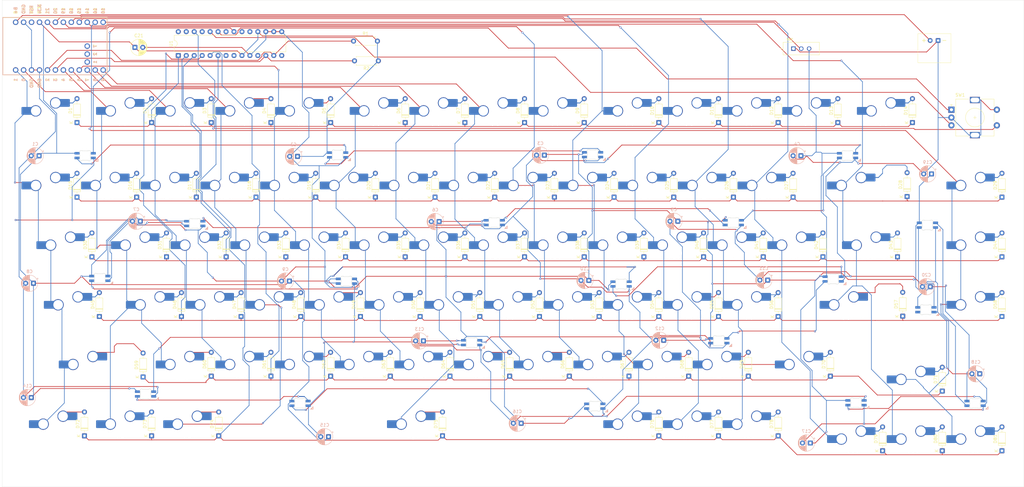
<source format=kicad_pcb>
(kicad_pcb (version 20241229) (generator "pcbnew") (generator_version "9.0")
  (layers (0 "F.Cu" signal) (2 "B.Cu" signal) (13 "F.Paste" user) (15 "B.Paste" user) (5 "F.SilkS" user "F.Silkscreen") (7 "B.SilkS" user "B.Silkscreen") (1 "F.Mask" user) (3 "B.Mask" user) (25 "Edge.Cuts" user))
  (net 0 "")
  (net 1 "Batt+")
  (net 2 "Net-(D1-A)")
  (net 3 "Row 1")
  (net 4 "Net-(D2-A)")
  (net 5 "Net-(D3-A)")
  (net 6 "Net-(D4-A)")
  (net 7 "Net-(D5-A)")
  (net 8 "Net-(D6-A)")
  (net 9 "Net-(D7-A)")
  (net 10 "Net-(D8-A)")
  (net 11 "Net-(D9-A)")
  (net 12 "Net-(D10-A)")
  (net 13 "Row 2")
  (net 14 "Net-(D11-A)")
  (net 15 "Net-(D12-A)")
  (net 16 "Net-(D13-A)")
  (net 17 "Net-(D14-A)")
  (net 18 "Net-(D15-A)")
  (net 19 "Net-(D16-A)")
  (net 20 "Net-(D17-A)")
  (net 21 "Net-(D18-A)")
  (net 22 "Net-(D19-A)")
  (net 23 "Row 3")
  (net 24 "Net-(D20-A)")
  (net 25 "Net-(D21-A)")
  (net 26 "Net-(D22-A)")
  (net 27 "Net-(D23-A)")
  (net 28 "Net-(D24-A)")
  (net 29 "Net-(D25-A)")
  (net 30 "Net-(D26-A)")
  (net 31 "Net-(D27-A)")
  (net 32 "Net-(D28-A)")
  (net 33 "Row 4")
  (net 34 "Net-(D29-A)")
  (net 35 "Row 5")
  (net 36 "Net-(D30-A)")
  (net 37 "Row 6")
  (net 38 "Net-(D31-A)")
  (net 39 "Net-(D32-A)")
  (net 40 "Net-(D33-A)")
  (net 41 "Net-(D34-A)")
  (net 42 "Net-(D35-A)")
  (net 43 "Net-(D36-A)")
  (net 44 "Net-(D37-A)")
  (net 45 "Net-(D38-A)")
  (net 46 "Net-(D39-A)")
  (net 47 "Net-(D40-A)")
  (net 48 "Net-(D41-A)")
  (net 49 "Net-(D42-A)")
  (net 50 "Net-(D43-A)")
  (net 51 "Net-(D44-A)")
  (net 52 "Net-(D45-A)")
  (net 53 "Net-(D46-A)")
  (net 54 "Net-(D47-A)")
  (net 55 "Net-(D48-A)")
  (net 56 "Net-(D49-A)")
  (net 57 "Net-(D50-A)")
  (net 58 "Net-(D51-A)")
  (net 59 "Net-(D52-A)")
  (net 60 "Net-(D53-A)")
  (net 61 "Net-(D54-A)")
  (net 62 "Net-(D55-A)")
  (net 63 "Net-(D56-A)")
  (net 64 "Net-(D57-A)")
  (net 65 "Net-(D58-A)")
  (net 66 "Net-(D59-A)")
  (net 67 "Net-(D60-A)")
  (net 68 "Net-(D61-A)")
  (net 69 "Net-(D62-A)")
  (net 70 "Net-(D63-A)")
  (net 71 "Net-(D64-A)")
  (net 72 "Net-(D65-A)")
  (net 73 "Net-(D66-A)")
  (net 74 "Net-(D67-A)")
  (net 75 "Net-(D68-A)")
  (net 76 "Net-(D69-A)")
  (net 77 "Net-(D70-A)")
  (net 78 "Net-(D71-A)")
  (net 79 "Net-(D72-A)")
  (net 80 "Net-(D73-A)")
  (net 81 "Net-(D74-A)")
  (net 82 "Net-(D75-A)")
  (net 83 "Net-(D76-A)")
  (net 84 "Net-(D77-A)")
  (net 85 "Net-(D78-A)")
  (net 86 "Net-(D79-A)")
  (net 87 "Net-(D80-A)")
  (net 88 "Net-(D81-A)")
  (net 89 "Net-(L1-DOUT)")
  (net 90 "VCC")
  (net 91 "LED")
  (net 92 "Net-(L2-DOUT)")
  (net 93 "Net-(L3-DOUT)")
  (net 94 "Net-(L4-DOUT)")
  (net 95 "Net-(L5-DOUT)")
  (net 96 "Net-(L6-DOUT)")
  (net 97 "Net-(L7-DOUT)")
  (net 98 "Net-(L10-DOUT)")
  (net 99 "Net-(L10-DIN)")
  (net 100 "Net-(L11-DOUT)")
  (net 101 "Net-(L12-DOUT)")
  (net 102 "Net-(L13-DOUT)")
  (net 103 "Net-(L14-DOUT)")
  (net 104 "Net-(L15-DOUT)")
  (net 105 "Net-(L18-DOUT)")
  (net 106 "Net-(L19-DOUT)")
  (net 107 "SDA")
  (net 108 "SCL")
  (net 109 "Col 1")
  (net 110 "Col 2")
  (net 111 "Col 3")
  (net 112 "Col 4")
  (net 113 "Col 5")
  (net 114 "Col 6")
  (net 115 "Col 7")
  (net 116 "Col 8")
  (net 117 "Col 9")
  (net 118 "RE_SW_1")
  (net 119 "RE_R_A")
  (net 120 "RE_R_B")
  (net 121 "RE_SW_2")
  (net 122 "Col 10")
  (net 123 "Col 11")
  (net 124 "Col 12")
  (net 125 "Col 13")
  (net 126 "Col 14")
  (net 127 "Col 15")
  (net 141 "SW_power")
  (net 143 "Net-(L8-DOUT)")
  (net 144 "Net-(L16-DOUT)")
  (net 145 "Net-(L17-DOUT)")
  (footprint "Diode_THT:D_DO-35_SOD27_P7.62mm_Horizontal" (layer "F.Cu") (at 252.8875 105.0125 90)
    (property "Reference" "D55")
    (property "Value" "Diode")
  )
  (footprint "Diode_THT:D_DO-35_SOD27_P7.62mm_Horizontal" (layer "F.Cu") (at 110.0125 124.0625 90)
    (property "Reference" "D61")
    (property "Value" "Diode")
  )
  (footprint "Diode_THT:D_DO-35_SOD27_P7.62mm_Horizontal" (layer "F.Cu") (at 164.7813 143.1125 90)
    (property "Reference" "D75")
    (property "Value" "Diode")
  )
  (footprint "Diode_THT:D_DO-35_SOD27_P7.62mm_Horizontal" (layer "F.Cu") (at 86.2 66.9125 90)
    (property "Reference" "D17")
    (property "Value" "Diode")
  )
  (footprint "Diode_THT:D_DO-35_SOD27_P7.62mm_Horizontal" (layer "F.Cu") (at 105.25 66.9125 90)
    (property "Reference" "D18")
    (property "Value" "Diode")
  )
  (footprint "Rotary_Encoder:RotaryEncoder_Alps_EC11E-Switch_Vertical_H20mm" (layer "F.Cu") (at 327.25 39)
    (property "Reference" "SW1")
    (property "Value" "RotaryEncoder_Switch_MP")
  )
  (footprint "Diode_THT:D_DO-35_SOD27_P7.62mm_Horizontal" (layer "F.Cu") (at 271.9375 105.0125 90)
    (property "Reference" "D56")
    (property "Value" "Diode")
  )
  (footprint "Diode_THT:D_DO-35_SOD27_P7.62mm_Horizontal" (layer "F.Cu") (at 233.8375 43.1 90)
    (property "Reference" "D10")
    (property "Value" "Diode")
  )
  (footprint "sk6812mini-e:MX SK6812MINI E (1)" (layer "F.Cu") (at 213.4 128.57)
    (property "Reference" "L16" (hide yes))
    (property "Value" "SK6812MINI-E")
    (fp_line (start -1.699999 5.782841) (end -1.699999 4.377157) (stroke (width 0.1)) (layer "Edge.Cuts"))
    (fp_line (start -0.794452 3.58) (end 0.794453 3.58) (stroke (width 0.1)) (layer "Edge.Cuts"))
    (fp_line (start 0.794452 6.579999) (end -0.794452 6.579999) (stroke (width 0.1)) (layer "Edge.Cuts"))
    (fp_line (start 1.699999 4.377157) (end 1.699999 5.782841) (stroke (width 0.1)) (layer "Edge.Cuts"))
    (fp_arc (start -1.749484 4.160279) (mid -1.712527 4.265931) (end -1.699999 4.377157) (stroke (width 0.1)) (layer "Edge.Cuts"))
    (fp_arc (start -1.749484 4.160279) (mid -1.638071 3.575964) (end -1.046711 3.5117) (stroke (width 0.1)) (layer "Edge.Cuts"))
    (fp_arc (start -1.699999 5.782842) (mid -1.712527 5.894067) (end -1.749484 5.999719) (stroke (width 0.1)) (layer "Edge.Cuts"))
    (fp_arc (start -1.046711 6.648296) (mid -1.63807 6.584033) (end -1.749484 5.999719) (stroke (width 0.1)) (layer "Edge.Cuts"))
    (fp_arc (start -1.04671 6.648298) (mid -0.925122 6.597376) (end -0.794452 6.579999) (stroke (width 0.1)) (layer "Edge.Cuts"))
    (fp_arc (start -0.794453 3.579999) (mid -0.925123 3.562622) (end -1.046711 3.5117) (stroke (width 0.1)) (layer "Edge.Cuts"))
    (fp_arc (start 0.794452 6.579999) (mid 0.925123 6.597376) (end 1.046711 6.648298) (stroke (width 0.1)) (layer "Edge.Cuts"))
    (fp_arc (start 1.046711 3.511701) (mid 0.925123 3.562623) (end 0.794453 3.58) (stroke (width 0.1)) (layer "Edge.Cuts"))
    (fp_arc (start 1.046711 3.511701) (mid 1.638071 3.575965) (end 1.749484 4.160279) (stroke (width 0.1)) (layer "Edge.Cuts"))
    (fp_arc (start 1.699999 4.377156) (mid 1.712527 4.265931) (end 1.749484 4.160279) (stroke (width 0.1)) (layer "Edge.Cuts"))
    (fp_arc (start 1.749484 5.999718) (mid 1.638072 6.584034) (end 1.046711 6.648298) (stroke (width 0.1)) (layer "Edge.Cuts"))
    (fp_arc (start 1.749484 5.999719) (mid 1.712527 5.894067) (end 1.699999 5.782841) (stroke (width 0.1)) (layer "Edge.Cuts"))
  )
  (footprint "sk6812mini-e:MX SK6812MINI E (1)" (layer "F.Cu") (at 69.9875 124.6725)
    (property "Reference" "L14" (hide yes))
    (property "Value" "SK6812MINI-E")
    (fp_line (start -1.699999 5.782841) (end -1.699999 4.377157) (stroke (width 0.1)) (layer "Edge.Cuts"))
    (fp_line (start -0.794452 3.58) (end 0.794453 3.58) (stroke (width 0.1)) (layer "Edge.Cuts"))
    (fp_line (start 0.794452 6.579999) (end -0.794452 6.579999) (stroke (width 0.1)) (layer "Edge.Cuts"))
    (fp_line (start 1.699999 4.377157) (end 1.699999 5.782841) (stroke (width 0.1)) (layer "Edge.Cuts"))
    (fp_arc (start -1.749484 4.160279) (mid -1.712527 4.265931) (end -1.699999 4.377157) (stroke (width 0.1)) (layer "Edge.Cuts"))
    (fp_arc (start -1.749484 4.160279) (mid -1.638071 3.575964) (end -1.046711 3.5117) (stroke (width 0.1)) (layer "Edge.Cuts"))
    (fp_arc (start -1.699999 5.782842) (mid -1.712527 5.894067) (end -1.749484 5.999719) (stroke (width 0.1)) (layer "Edge.Cuts"))
    (fp_arc (start -1.046711 6.648296) (mid -1.63807 6.584033) (end -1.749484 5.999719) (stroke (width 0.1)) (layer "Edge.Cuts"))
    (fp_arc (start -1.04671 6.648298) (mid -0.925122 6.597376) (end -0.794452 6.579999) (stroke (width 0.1)) (layer "Edge.Cuts"))
    (fp_arc (start -0.794453 3.579999) (mid -0.925123 3.562622) (end -1.046711 3.5117) (stroke (width 0.1)) (layer "Edge.Cuts"))
    (fp_arc (start 0.794452 6.579999) (mid 0.925123 6.597376) (end 1.046711 6.648298) (stroke (width 0.1)) (layer "Edge.Cuts"))
    (fp_arc (start 1.046711 3.511701) (mid 0.925123 3.562623) (end 0.794453 3.58) (stroke (width 0.1)) (layer "Edge.Cuts"))
    (fp_arc (start 1.046711 3.511701) (mid 1.638071 3.575965) (end 1.749484 4.160279) (stroke (width 0.1)) (layer "Edge.Cuts"))
    (fp_arc (start 1.699999 4.377156) (mid 1.712527 4.265931) (end 1.749484 4.160279) (stroke (width 0.1)) (layer "Edge.Cuts"))
    (fp_arc (start 1.749484 5.999718) (mid 1.638072 6.584034) (end 1.046711 6.648298) (stroke (width 0.1)) (layer "Edge.Cuts"))
    (fp_arc (start 1.749484 5.999719) (mid 1.712527 5.894067) (end 1.699999 5.782841) (stroke (width 0.1)) (layer "Edge.Cuts"))
  )
  (footprint "Diode_THT:D_DO-35_SOD27_P7.62mm_Horizontal" (layer "F.Cu") (at 200.5 66.9125 90)
    (property "Reference" "D23")
    (property "Value" "Diode")
  )
  (footprint "Diode_THT:D_DO-35_SOD27_P7.62mm_Horizontal" (layer "F.Cu") (at 305.275 147.875 90)
    (property "Reference" "D79")
    (property "Value" "Diode")
  )
  (footprint "Diode_THT:D_DO-35_SOD27_P7.62mm_Horizontal" (layer "F.Cu") (at 157.6375 105.0125 90)
    (property "Reference" "D50")
    (property "Value" "Diode")
  )
  (footprint "Diode_THT:D_DO-35_SOD27_P7.62mm_Horizontal" (layer "F.Cu") (at 114.775 85.9625 90)
    (property "Reference" "D33")
    (property "Value" "Diode")
  )
  (footprint "Diode_THT:D_DO-35_SOD27_P7.62mm_Horizontal" (layer "F.Cu") (at 224.3125 124.0625 90)
    (property "Reference" "D67")
    (property "Value" "Diode")
  )
  (footprint "slider_switch:SW_MINI-SPDT-SW" (layer "F.Cu") (at 279.3125 19.5)
    (property "Reference" "SW2")
    (property "Value" "SW_SPDT")
  )
  (footprint "Diode_THT:D_DO-35_SOD27_P7.62mm_Horizontal" (layer "F.Cu") (at 190.975 43.1 90)
    (property "Reference" "D8")
    (property "Value" "Diode")
  )
  (footprint "Diode_THT:D_DO-35_SOD27_P7.62mm_Horizontal" (layer "F.Cu") (at 119.5375 105.0125 90)
    (property "Reference" "D48")
    (property "Value" "Diode")
  )
  (footprint "Diode_THT:D_DO-35_SOD27_P7.62mm_Horizontal" (layer "F.Cu") (at 110.0125 43.1 90)
    (property "Reference" "D4")
    (property "Value" "Diode")
  )
  (footprint "sk6812mini-e:MX SK6812MINI E (1)" (layer "F.Cu") (at 334.8 127.67)
    (property "Reference" "L18" (hide yes))
    (property "Value" "SK6812MINI-E")
    (fp_line (start -1.699999 5.782841) (end -1.699999 4.377157) (stroke (width 0.1)) (layer "Edge.Cuts"))
    (fp_line (start -0.794452 3.58) (end 0.794453 3.58) (stroke (width 0.1)) (layer "Edge.Cuts"))
    (fp_line (start 0.794452 6.579999) (end -0.794452 6.579999) (stroke (width 0.1)) (layer "Edge.Cuts"))
    (fp_line (start 1.699999 4.377157) (end 1.699999 5.782841) (stroke (width 0.1)) (layer "Edge.Cuts"))
    (fp_arc (start -1.749484 4.160279) (mid -1.712527 4.265931) (end -1.699999 4.377157) (stroke (width 0.1)) (layer "Edge.Cuts"))
    (fp_arc (start -1.749484 4.160279) (mid -1.638071 3.575964) (end -1.046711 3.5117) (stroke (width 0.1)) (layer "Edge.Cuts"))
    (fp_arc (start -1.699999 5.782842) (mid -1.712527 5.894067) (end -1.749484 5.999719) (stroke (width 0.1)) (layer "Edge.Cuts"))
    (fp_arc (start -1.046711 6.648296) (mid -1.63807 6.584033) (end -1.749484 5.999719) (stroke (width 0.1)) (layer "Edge.Cuts"))
    (fp_arc (start -1.04671 6.648298) (mid -0.925122 6.597376) (end -0.794452 6.579999) (stroke (width 0.1)) (layer "Edge.Cuts"))
    (fp_arc (start -0.794453 3.579999) (mid -0.925123 3.562622) (end -1.046711 3.5117) (stroke (width 0.1)) (layer "Edge.Cuts"))
    (fp_arc (start 0.794452 6.579999) (mid 0.925123 6.597376) (end 1.046711 6.648298) (stroke (width 0.1)) (layer "Edge.Cuts"))
    (fp_arc (start 1.046711 3.511701) (mid 0.925123 3.562623) (end 0.794453 3.58) (stroke (width 0.1)) (layer "Edge.Cuts"))
    (fp_arc (start 1.046711 3.511701) (mid 1.638071 3.575965) (end 1.749484 4.160279) (stroke (width 0.1)) (layer "Edge.Cuts"))
    (fp_arc (start 1.699999 4.377156) (mid 1.712527 4.265931) (end 1.749484 4.160279) (stroke (width 0.1)) (layer "Edge.Cuts"))
    (fp_arc (start 1.749484 5.999718) (mid 1.638072 6.584034) (end 1.046711 6.648298) (stroke (width 0.1)) (layer "Edge.Cuts"))
    (fp_arc (start 1.749484 5.999719) (mid 1.712527 5.894067) (end 1.699999 5.782841) (stroke (width 0.1)) (layer "Edge.Cuts"))
  )
  (footprint "Diode_THT:D_DO-35_SOD27_P7.62mm_Horizontal" (layer "F.Cu") (at 148.1125 124.0625 90)
    (property "Reference" "D63")
    (property "Value" "Diode")
  )
  (footprint "Diode_THT:D_DO-35_SOD27_P7.62mm_Horizontal" (layer "F.Cu") (at 71.9125 143.1125 90)
    (property "Reference" "D73")
    (property "Value" "Diode")
  )
  (footprint "Diode_THT:D_DO-35_SOD27_P7.62mm_Horizontal" (layer "F.Cu") (at 52.8625 85.9625 90)
    (property "Reference" "D30")
    (property "Value" "Diode")
  )
  (footprint "Diode_THT:D_DO-35_SOD27_P7.62mm_Horizontal" (layer "F.Cu") (at 90.9625 43.1 90)
    (property "Reference" "D3")
    (property "Value" "Diode")
  )
  (footprint "Diode_THT:D_DO-35_SOD27_P7.62mm_Horizontal" (layer "F.Cu") (at 271.9375 43.1 90)
    (property "Reference" "D12")
    (property "Value" "Diode")
  )
  (footprint "Diode_THT:D_DO-35_SOD27_P7.62mm_Horizontal" (layer "F.Cu") (at 171.925 43.1 90)
    (property "Reference" "D7")
    (property "Value" "Diode")
  )
  (footprint "Diode_THT:D_DO-35_SOD27_P7.62mm_Horizontal" (layer "F.Cu") (at 248.125 85.9625 90)
    (property "Reference" "D40")
    (property "Value" "Diode")
  )
  (footprint "sk6812mini-e:MX SK6812MINI E (1)" (layer "F.Cu") (at 257.6 69.97)
    (property "Reference" "L5" (hide yes))
    (property "Value" "SK6812MINI-E")
    (fp_line (start -1.699999 5.782841) (end -1.699999 4.377157) (stroke (width 0.1)) (layer "Edge.Cuts"))
    (fp_line (start -0.794452 3.58) (end 0.794453 3.58) (stroke (width 0.1)) (layer "Edge.Cuts"))
    (fp_line (start 0.794452 6.579999) (end -0.794452 6.579999) (stroke (width 0.1)) (layer "Edge.Cuts"))
    (fp_line (start 1.699999 4.377157) (end 1.699999 5.782841) (stroke (width 0.1)) (layer "Edge.Cuts"))
    (fp_arc (start -1.749484 4.160279) (mid -1.712527 4.265931) (end -1.699999 4.377157) (stroke (width 0.1)) (layer "Edge.Cuts"))
    (fp_arc (start -1.749484 4.160279) (mid -1.638071 3.575964) (end -1.046711 3.5117) (stroke (width 0.1)) (layer "Edge.Cuts"))
    (fp_arc (start -1.699999 5.782842) (mid -1.712527 5.894067) (end -1.749484 5.999719) (stroke (width 0.1)) (layer "Edge.Cuts"))
    (fp_arc (start -1.046711 6.648296) (mid -1.63807 6.584033) (end -1.749484 5.999719) (stroke (width 0.1)) (layer "Edge.Cuts"))
    (fp_arc (start -1.04671 6.648298) (mid -0.925122 6.597376) (end -0.794452 6.579999) (stroke (width 0.1)) (layer "Edge.Cuts"))
    (fp_arc (start -0.794453 3.579999) (mid -0.925123 3.562622) (end -1.046711 3.5117) (stroke (width 0.1)) (layer "Edge.Cuts"))
    (fp_arc (start 0.794452 6.579999) (mid 0.925123 6.597376) (end 1.046711 6.648298) (stroke (width 0.1)) (layer "Edge.Cuts"))
    (fp_arc (start 1.046711 3.511701) (mid 0.925123 3.562623) (end 0.794453 3.58) (stroke (width 0.1)) (layer "Edge.Cuts"))
    (fp_arc (start 1.046711 3.511701) (mid 1.638071 3.575965) (end 1.749484 4.160279) (stroke (width 0.1)) (layer "Edge.Cuts"))
    (fp_arc (start 1.699999 4.377156) (mid 1.712527 4.265931) (end 1.749484 4.160279) (stroke (width 0.1)) (layer "Edge.Cuts"))
    (fp_arc (start 1.749484 5.999718) (mid 1.638072 6.584034) (end 1.046711 6.648298) (stroke (width 0.1)) (layer "Edge.Cuts"))
    (fp_arc (start 1.749484 5.999719) (mid 1.712527 5.894067) (end 1.699999 5.782841) (stroke (width 0.1)) (layer "Edge.Cuts"))
  )
  (footprint "sk6812mini-e:MX SK6812MINI E (1)" (layer "F.Cu") (at 181.3 69.97)
    (property "Reference" "L6" (hide yes))
    (property "Value" "SK6812MINI-E")
    (fp_line (start -1.699999 5.782841) (end -1.699999 4.377157) (stroke (width 0.1)) (layer "Edge.Cuts"))
    (fp_line (start -0.794452 3.58) (end 0.794453 3.58) (stroke (width 0.1)) (layer "Edge.Cuts"))
    (fp_line (start 0.794452 6.579999) (end -0.794452 6.579999) (stroke (width 0.1)) (layer "Edge.Cuts"))
    (fp_line (start 1.699999 4.377157) (end 1.699999 5.782841) (stroke (width 0.1)) (layer "Edge.Cuts"))
    (fp_arc (start -1.749484 4.160279) (mid -1.712527 4.265931) (end -1.699999 4.377157) (stroke (width 0.1)) (layer "Edge.Cuts"))
    (fp_arc (start -1.749484 4.160279) (mid -1.638071 3.575964) (end -1.046711 3.5117) (stroke (width 0.1)) (layer "Edge.Cuts"))
    (fp_arc (start -1.699999 5.782842) (mid -1.712527 5.894067) (end -1.749484 5.999719) (stroke (width 0.1)) (layer "Edge.Cuts"))
    (fp_arc (start -1.046711 6.648296) (mid -1.63807 6.584033) (end -1.749484 5.999719) (stroke (width 0.1)) (layer "Edge.Cuts"))
    (fp_arc (start -1.04671 6.648298) (mid -0.925122 6.597376) (end -0.794452 6.579999) (stroke (width 0.1)) (layer "Edge.Cuts"))
    (fp_arc (start -0.794453 3.579999) (mid -0.925123 3.562622) (end -1.046711 3.5117) (stroke (width 0.1)) (layer "Edge.Cuts"))
    (fp_arc (start 0.794452 6.579999) (mid 0.925123 6.597376) (end 1.046711 6.648298) (stroke (width 0.1)) (layer "Edge.Cuts"))
    (fp_arc (start 1.046711 3.511701) (mid 0.925123 3.562623) (end 0.794453 3.58) (stroke (width 0.1)) (layer "Edge.Cuts"))
    (fp_arc (start 1.046711 3.511701) (mid 1.638071 3.575965) (end 1.749484 4.160279) (stroke (width 0.1)) (layer "Edge.Cuts"))
    (fp_arc (start 1.699999 4.377156) (mid 1.712527 4.265931) (end 1.749484 4.160279) (stroke (width 0.1)) (layer "Edge.Cuts"))
    (fp_arc (start 1.749484 5.999718) (mid 1.638072 6.584034) (end 1.046711 6.648298) (stroke (width 0.1)) (layer "Edge.Cuts"))
    (fp_arc (start 1.749484 5.999719) (mid 1.712527 5.894067) (end 1.699999 5.782841) (stroke (width 0.1)) (layer "Edge.Cuts"))
  )
  (footprint "sk6812mini-e:MX SK6812MINI E (1)" (layer "F.Cu") (at 212.6875 48.2725)
    (property "Reference" "L3" (hide yes))
    (property "Value" "SK6812MINI-E")
    (fp_line (start -1.699999 5.782841) (end -1.699999 4.377157) (stroke (width 0.1)) (layer "Edge.Cuts"))
    (fp_line (start -0.794452 3.58) (end 0.794453 3.58) (stroke (width 0.1)) (layer "Edge.Cuts"))
    (fp_line (start 0.794452 6.579999) (end -0.794452 6.579999) (stroke (width 0.1)) (layer "Edge.Cuts"))
    (fp_line (start 1.699999 4.377157) (end 1.699999 5.782841) (stroke (width 0.1)) (layer "Edge.Cuts"))
    (fp_arc (start -1.749484 4.160279) (mid -1.712527 4.265931) (end -1.699999 4.377157) (stroke (width 0.1)) (layer "Edge.Cuts"))
    (fp_arc (start -1.749484 4.160279) (mid -1.638071 3.575964) (end -1.046711 3.5117) (stroke (width 0.1)) (layer "Edge.Cuts"))
    (fp_arc (start -1.699999 5.782842) (mid -1.712527 5.894067) (end -1.749484 5.999719) (stroke (width 0.1)) (layer "Edge.Cuts"))
    (fp_arc (start -1.046711 6.648296) (mid -1.63807 6.584033) (end -1.749484 5.999719) (stroke (width 0.1)) (layer "Edge.Cuts"))
    (fp_arc (start -1.04671 6.648298) (mid -0.925122 6.597376) (end -0.794452 6.579999) (stroke (width 0.1)) (layer "Edge.Cuts"))
    (fp_arc (start -0.794453 3.579999) (mid -0.925123 3.562622) (end -1.046711 3.5117) (stroke (width 0.1)) (layer "Edge.Cuts"))
    (fp_arc (start 0.794452 6.579999) (mid 0.925123 6.597376) (end 1.046711 6.648298) (stroke (width 0.1)) (layer "Edge.Cuts"))
    (fp_arc (start 1.046711 3.511701) (mid 0.925123 3.562623) (end 0.794453 3.58) (stroke (width 0.1)) (layer "Edge.Cuts"))
    (fp_arc (start 1.046711 3.511701) (mid 1.638071 3.575965) (end 1.749484 4.160279) (stroke (width 0.1)) (layer "Edge.Cuts"))
    (fp_arc (start 1.699999 4.377156) (mid 1.712527 4.265931) (end 1.749484 4.160279) (stroke (width 0.1)) (layer "Edge.Cuts"))
    (fp_arc (start 1.749484 5.999718) (mid 1.638072 6.584034) (end 1.046711 6.648298) (stroke (width 0.1)) (layer "Edge.Cuts"))
    (fp_arc (start 1.749484 5.999719) (mid 1.712527 5.894067) (end 1.699999 5.782841) (stroke (width 0.1)) (layer "Edge.Cuts"))
  )
  (footprint "Diode_THT:D_DO-35_SOD27_P7.62mm_Horizontal" (layer "F.Cu") (at 257.65 66.9125 90)
    (property "Reference" "D26")
    (property "Value" "Diode")
  )
  (footprint "Diode_THT:D_DO-35_SOD27_P7.62mm_Horizontal" (layer "F.Cu") (at 229.075 85.9625 90)
    (property "Reference" "D39")
    (property "Value" "Diode")
  )
  (footprint "Diode_THT:D_DO-35_SOD27_P7.62mm_Horizontal" (layer "F.Cu") (at 100.4875 105.0125 90)
    (property "Reference" "D47")
    (property "Value" "Diode")
  )
  (footprint "Diode_THT:D_DO-35_SOD27_P7.62mm_Horizontal" (layer "F.Cu") (at 210.025 85.9625 90)
    (property "Reference" "D38")
    (property "Value" "Diode")
  )
  (footprint "Diode_THT:D_DO-35_SOD27_P7.62mm_Horizontal" (layer "F.Cu") (at 262.4125 124.0625 90)
    (property "Reference" "D69")
    (property "Value" "Diode")
  )
  (footprint "Diode_THT:D_DO-35_SOD27_P7.62mm_Horizontal" (layer "F.Cu") (at 343.375 105.0125 90)
    (property "Reference" "D58")
    (property "Value" "Diode")
  )
  (footprint "Diode_THT:D_DO-35_SOD27_P7.62mm_Horizontal" (layer "F.Cu") (at 181.45 66.9125 90)
    (property "Reference" "D22")
    (property "Value" "Diode")
  )
  (footprint "sk6812mini-e:MX SK6812MINI E (1)" (layer "F.Cu") (at 294.0875 48.5725)
    (property "Reference" "L4" (hide yes))
    (property "Value" "SK6812MINI-E")
    (fp_line (start -1.699999 5.782841) (end -1.699999 4.377157) (stroke (width 0.1)) (layer "Edge.Cuts"))
    (fp_line (start -0.794452 3.58) (end 0.794453 3.58) (stroke (width 0.1)) (layer "Edge.Cuts"))
    (fp_line (start 0.794452 6.579999) (end -0.794452 6.579999) (stroke (width 0.1)) (layer "Edge.Cuts"))
    (fp_line (start 1.699999 4.377157) (end 1.699999 5.782841) (stroke (width 0.1)) (layer "Edge.Cuts"))
    (fp_arc (start -1.749484 4.160279) (mid -1.712527 4.265931) (end -1.699999 4.377157) (stroke (width 0.1)) (layer "Edge.Cuts"))
    (fp_arc (start -1.749484 4.160279) (mid -1.638071 3.575964) (end -1.046711 3.5117) (stroke (width 0.1)) (layer "Edge.Cuts"))
    (fp_arc (start -1.699999 5.782842) (mid -1.712527 5.894067) (end -1.749484 5.999719) (stroke (width 0.1)) (layer "Edge.Cuts"))
    (fp_arc (start -1.046711 6.648296) (mid -1.63807 6.584033) (end -1.749484 5.999719) (stroke (width 0.1)) (layer "Edge.Cuts"))
    (fp_arc (start -1.04671 6.648298) (mid -0.925122 6.597376) (end -0.794452 6.579999) (stroke (width 0.1)) (layer "Edge.Cuts"))
    (fp_arc (start -0.794453 3.579999) (mid -0.925123 3.562622) (end -1.046711 3.5117) (stroke (width 0.1)) (layer "Edge.Cuts"))
    (fp_arc (start 0.794452 6.579999) (mid 0.925123 6.597376) (end 1.046711 6.648298) (stroke (width 0.1)) (layer "Edge.Cuts"))
    (fp_arc (start 1.046711 3.511701) (mid 0.925123 3.562623) (end 0.794453 3.58) (stroke (width 0.1)) (layer "Edge.Cuts"))
    (fp_arc (start 1.046711 3.511701) (mid 1.638071 3.575965) (end 1.749484 4.160279) (stroke (width 0.1)) (layer "Edge.Cuts"))
    (fp_arc (start 1.699999 4.377156) (mid 1.712527 4.265931) (end 1.749484 4.160279) (stroke (width 0.1)) (layer "Edge.Cuts"))
    (fp_arc (start 1.749484 5.999718) (mid 1.638072 6.584034) (end 1.046711 6.648298) (stroke (width 0.1)) (layer "Edge.Cuts"))
    (fp_arc (start 1.749484 5.999719) (mid 1.712527 5.894067) (end 1.699999 5.782841) (stroke (width 0.1)) (layer "Edge.Cuts"))
  )
  (footprint "Diode_THT:D_DO-35_SOD27_P7.62mm_Horizontal" (layer "F.Cu") (at 50.4813 143.1125 90)
    (property "Reference" "D72")
    (property "Value" "Diode")
  )
  (footprint "sk6812mini-e:MX SK6812MINI E (1)" (layer "F.Cu") (at 319.1 97.77)
    (property "Reference" "L20" (hide yes))
    (property "Value" "SK6812MINI-E")
    (fp_line (start -1.699999 5.782841) (end -1.699999 4.377157) (stroke (width 0.1)) (layer "Edge.Cuts"))
    (fp_line (start -0.794452 3.58) (end 0.794453 3.58) (stroke (width 0.1)) (layer "Edge.Cuts"))
    (fp_line (start 0.794452 6.579999) (end -0.794452 6.579999) (stroke (width 0.1)) (layer "Edge.Cuts"))
    (fp_line (start 1.699999 4.377157) (end 1.699999 5.782841) (stroke (width 0.1)) (layer "Edge.Cuts"))
    (fp_arc (start -1.749484 4.160279) (mid -1.712527 4.265931) (end -1.699999 4.377157) (stroke (width 0.1)) (layer "Edge.Cuts"))
    (fp_arc (start -1.749484 4.160279) (mid -1.638071 3.575964) (end -1.046711 3.5117) (stroke (width 0.1)) (layer "Edge.Cuts"))
    (fp_arc (start -1.699999 5.782842) (mid -1.712527 5.894067) (end -1.749484 5.999719) (stroke (width 0.1)) (layer "Edge.Cuts"))
    (fp_arc (start -1.046711 6.648296) (mid -1.63807 6.584033) (end -1.749484 5.999719) (stroke (width 0.1)) (layer "Edge.Cuts"))
    (fp_arc (start -1.04671 6.648298) (mid -0.925122 6.597376) (end -0.794452 6.579999) (stroke (width 0.1)) (layer "Edge.Cuts"))
    (fp_arc (start -0.794453 3.579999) (mid -0.925123 3.562622) (end -1.046711 3.5117) (stroke (width 0.1)) (layer "Edge.Cuts"))
    (fp_arc (start 0.794452 6.579999) (mid 0.925123 6.597376) (end 1.046711 6.648298) (stroke (width 0.1)) (layer "Edge.Cuts"))
    (fp_arc (start 1.046711 3.511701) (mid 0.925123 3.562623) (end 0.794453 3.58) (stroke (width 0.1)) (layer "Edge.Cuts"))
    (fp_arc (start 1.046711 3.511701) (mid 1.638071 3.575965) (end 1.749484 4.160279) (stroke (width 0.1)) (layer "Edge.Cuts"))
    (fp_arc (start 1.699999 4.377156) (mid 1.712527 4.265931) (end 1.749484 4.160279) (stroke (width 0.1)) (layer "Edge.Cuts"))
    (fp_arc (start 1.749484 5.999718) (mid 1.638072 6.584034) (end 1.046711 6.648298) (stroke (width 0.1)) (layer "Edge.Cuts"))
    (fp_arc (start 1.749484 5.999719) (mid 1.712527 5.894067) (end 1.699999 5.782841) (stroke (width 0.1)) (layer "Edge.Cuts"))
  )
  (footprint "Diode_THT:D_DO-35_SOD27_P7.62mm_Horizontal" (layer "F.Cu") (at 314.8 43.1 90)
    (property "Reference" "D14")
    (property "Value" "Diode")
  )
  (footprint "Diode_THT:D_DO-35_SOD27_P7.62mm_Horizontal" (layer "F.Cu") (at 152.875 43.1 90)
    (property "Reference" "D6")
    (property "Value" "Diode")
  )
  (footprint "Diode_THT:D_DO-35_SOD27_P7.62mm_Horizontal" (layer "F.Cu") (at 276.7 66.9125 90)
    (property "Reference" "D27")
    (property "Value" "Diode")
  )
  (footprint "Diode_THT:D_DO-35_SOD27_P7.62mm_Horizontal" (layer "F.Cu") (at 71.9125 43.1 90)
    (property "Reference" "D2")
    (property "Value" "Diode")
  )
  (footprint "sk6812mini-e:MX SK6812MINI E (1)" (layer "F.Cu") (at 131.3 48.37)
    (property "Reference" "L2" (hide yes))
    (property "Value" "SK6812MINI-E")
    (fp_line (start -1.699999 5.782841) (end -1.699999 4.377157) (stroke (width 0.1)) (layer "Edge.Cuts"))
    (fp_line (start -0.794452 3.58) (end 0.794453 3.58) (stroke (width 0.1)) (layer "Edge.Cuts"))
    (fp_line (start 0.794452 6.579999) (end -0.794452 6.579999) (stroke (width 0.1)) (layer "Edge.Cuts"))
    (fp_line (start 1.699999 4.377157) (end 1.699999 5.782841) (stroke (width 0.1)) (layer "Edge.Cuts"))
    (fp_arc (start -1.749484 4.160279) (mid -1.712527 4.265931) (end -1.699999 4.377157) (stroke (width 0.1)) (layer "Edge.Cuts"))
    (fp_arc (start -1.749484 4.160279) (mid -1.638071 3.575964) (end -1.046711 3.5117) (stroke (width 0.1)) (layer "Edge.Cuts"))
    (fp_arc (start -1.699999 5.782842) (mid -1.712527 5.894067) (end -1.749484 5.999719) (stroke (width 0.1)) (layer "Edge.Cuts"))
    (fp_arc (start -1.046711 6.648296) (mid -1.63807 6.584033) (end -1.749484 5.999719) (stroke (width 0.1)) (layer "Edge.Cuts"))
    (fp_arc (start -1.04671 6.648298) (mid -0.925122 6.597376) (end -0.794452 6.579999) (stroke (width 0.1)) (layer "Edge.Cuts"))
    (fp_arc (start -0.794453 3.579999) (mid -0.925123 3.562622) (end -1.046711 3.5117) (stroke (width 0.1)) (layer "Edge.Cuts"))
    (fp_arc (start 0.794452 6.579999) (mid 0.925123 6.597376) (end 1.046711 6.648298) (stroke (width 0.1)) (layer "Edge.Cuts"))
    (fp_arc (start 1.046711 3.511701) (mid 0.925123 3.562623) (end 0.794453 3.58) (stroke (width 0.1)) (layer "Edge.Cuts"))
    (fp_arc (start 1.046711 3.511701) (mid 1.638071 3.575965) (end 1.749484 4.160279) (stroke (width 0.1)) (layer "Edge.Cuts"))
    (fp_arc (start 1.699999 4.377156) (mid 1.712527 4.265931) (end 1.749484 4.160279) (stroke (width 0.1)) (layer "Edge.Cuts"))
    (fp_arc (start 1.749484 5.999718) (mid 1.638072 6.584034) (end 1.046711 6.648298) (stroke (width 0.1)) (layer "Edge.Cuts"))
    (fp_arc (start 1.749484 5.999719) (mid 1.712527 5.894067) (end 1.699999 5.782841) (stroke (width 0.1)) (layer "Edge.Cuts"))
  )
  (footprint "Diode_THT:D_DO-35_SOD27_P7.62mm_Horizontal" (layer "F.Cu") (at 219.55 66.9125 90)
    (property "Reference" "D24")
    (property "Value" "Diode")
  )
  (footprint "Capacitor_THT:CP_Radial_D5.0mm_P2.50mm" (layer "F.Cu") (at 66.5949 19.1)
    (property "Reference" "C21")
    (property "Value" "C")
  )
  (footprint "Diode_THT:D_DO-35_SOD27_P7.62mm_Horizontal" (layer "F.Cu") (at 238.6 66.9125 90)
    (property "Reference" "D25")
    (property "Value" "Diode")
  )
  (footprint "Diode_THT:D_DO-35_SOD27_P7.62mm_Horizontal" (layer "F.Cu") (at 286.225 85.9625 90)
    (property "Reference" "D42")
    (property "Value" "Diode")
  )
  (footprint "Diode_THT:D_DO-35_SOD27_P7.62mm_Horizontal" (layer "F.Cu") (at 129.0625 43.1 90)
    (property "Reference" "D5")
    (property "Value" "Diode")
  )
  (footprint "Diode_THT:D_DO-35_SOD27_P7.62mm_Horizontal" (layer "F.Cu") (at 129.0625 124.0625 90)
    (property "Reference" "D62")
    (property "Value" "Diode")
  )
  (footprint "Diode_THT:D_DO-35_SOD27_P7.62mm_Horizontal" (layer "F.Cu") (at 243.3625 124.0625 90)
    (property "Reference" "D68")
    (property "Value" "Diode")
  )
  (footprint "scottokeeb_:Battery" (layer "F.Cu") (at 321.73 16.9)
    (property "Reference" "BT1" (hide yes))
    (property "Value" "Battery_Cell")
  )
  (footprint "Diode_THT:D_DO-35_SOD27_P7.62mm_Horizontal" (layer "F.Cu") (at 267.175 85.9625 90)
    (property "Reference" "D41")
    (property "Value" "Diode")
  )
  (footprint "Diode_THT:D_DO-35_SOD27_P7.62mm_Horizontal" (layer "F.Cu") (at 95.725 85.9625 90)
    (property "Reference" "D32")
    (property "Value" "Diode")
  )
  (footprint "Diode_THT:D_DO-35_SOD27_P7.62mm_Horizontal" (layer "F.Cu") (at 288.6063 124.0625 90)
    (property "Reference" "D70")
    (property "Value" "Diode")
  )
  (footprint "Diode_THT:D_DO-35_SOD27_P7.62mm_Horizontal" (layer "F.Cu") (at 195.7375 105.0125 90)
    (property "Reference" "D52")
    (property "Value" "Diode")
  )
  (footprint "scottokeeb_mcu:Nice_Nano_V2" (layer "F.Cu") (at 42.2 18.7 90)
    (property "Reference" "U2" (hide yes))
    (property "Value" "Nice_Nano_V2" (hide yes))
  )
  (footprint "sk6812mini-e:MX SK6812MINI E (1)" (layer "F.Cu") (at 50.7 48.57)
    (property "Reference" "L1" (hide yes))
    (property "Value" "SK6812MINI-E")
    (fp_line (start -1.699999 5.782841) (end -1.699999 4.377157) (stroke (width 0.1)) (layer "Edge.Cuts"))
    (fp_line (start -0.794452 3.58) (end 0.794453 3.58) (stroke (width 0.1)) (layer "Edge.Cuts"))
    (fp_line (start 0.794452 6.579999) (end -0.794452 6.579999) (stroke (width 0.1)) (layer "Edge.Cuts"))
    (fp_line (start 1.699999 4.377157) (end 1.699999 5.782841) (stroke (width 0.1)) (layer "Edge.Cuts"))
    (fp_arc (start -1.749484 4.160279) (mid -1.712527 4.265931) (end -1.699999 4.377157) (stroke (width 0.1)) (layer "Edge.Cuts"))
    (fp_arc (start -1.749484 4.160279) (mid -1.638071 3.575964) (end -1.046711 3.5117) (stroke (width 0.1)) (layer "Edge.Cuts"))
    (fp_arc (start -1.699999 5.782842) (mid -1.712527 5.894067) (end -1.749484 5.999719) (stroke (width 0.1)) (layer "Edge.Cuts"))
    (fp_arc (start -1.046711 6.648296) (mid -1.63807 6.584033) (end -1.749484 5.999719) (stroke (width 0.1)) (layer "Edge.Cuts"))
    (fp_arc (start -1.04671 6.648298) (mid -0.925122 6.597376) (end -0.794452 6.579999) (stroke (width 0.1)) (layer "Edge.Cuts"))
    (fp_arc (start -0.794453 3.579999) (mid -0.925123 3.562622) (end -1.046711 3.5117) (stroke (width 0.1)) (layer "Edge.Cuts"))
    (fp_arc (start 0.794452 6.579999) (mid 0.925123 6.597376) (end 1.046711 6.648298) (stroke (width 0.1)) (layer "Edge.Cuts"))
    (fp_arc (start 1.046711 3.511701) (mid 0.925123 3.562623) (end 0.794453 3.58) (stroke (width 0.1)) (layer "Edge.Cuts"))
    (fp_arc (start 1.046711 3.511701) (mid 1.638071 3.575965) (end 1.749484 4.160279) (stroke (width 0.1)) (layer "Edge.Cuts"))
    (fp_arc (start 1.699999 4.377156) (mid 1.712527 4.265931) (end 1.749484 4.160279) (stroke (width 0.1)) (layer "Edge.Cuts"))
    (fp_arc (start 1.749484 5.999718) (mid 1.638072 6.584034) (end 1.046711 6.648298) (stroke (width 0.1)) (layer "Edge.Cuts"))
    (fp_arc (start 1.749484 5.999719) (mid 1.712527 5.894067) (end 1.699999 5.782841) (stroke (width 0.1)) (layer "Edge.Cuts"))
  )
  (footprint "Diode_THT:D_DO-35_SOD27_P7.62mm_Horizontal" (layer "F.Cu") (at 55.2438 105.0125 90)
    (property "Reference" "D45")
    (property "Value" "Diode")
  )
  (footprint "Diode_THT:D_DO-35_SOD27_P7.62mm_Horizontal" (layer "F.Cu") (at 69.2 124.31 90)
    (property "Reference" "D59")
    (property "Value" "Diode")
  )
  (footprint "Diode_THT:D_DO-35_SOD27_P7.62mm_Horizontal" (layer "F.Cu") (at 311.7 104.91 90)
    (property "Reference" "D57")
    (property "Value" "Diode")
  )
  (footprint "Diode_THT:D_DO-35_SOD27_P7.62mm_Horizontal" (layer "F.Cu") (at 210.025 43.1 90)
    (property "Reference" "D9")
    (property "Value" "Diode")
  )
  (footprint "Diode_THT:D_DO-35_SOD27_P7.62mm_Horizontal" (layer "F.Cu") (at 233.8375 143.1125 90)
    (property "Reference" "D76")
    (property "Value" "Diode")
  )
  (footprint "Diode_THT:D_DO-35_SOD27_P7.62mm_Horizontal" (layer "F.Cu") (at 133.825 85.9625 90)
    (property "Reference" "D34")
    (property "Value" "Diode")
  )
  (footprint "Diode_THT:D_DO-35_SOD27_P7.62mm_Horizontal" (layer "F.Cu") (at 48.1 43.1 90)
    (property "Reference" "D1")
    (property "Value" "Diode")
  )
  (footprint "Package_DIP:DIP-28_W7.62mm" (layer "F.Cu") (at 80.44 21.7 90)
    (property "Reference" "U1")
    (property "Value" "MCP23017_SP")
  )
  (footprint "Diode_THT:D_DO-35_SOD27_P7.62mm_Horizontal" (layer "F.Cu") (at 76.675 85.9625 90)
    (property "Reference" "D31")
    (property "Value" "Diode")
  )
  (footprint "sk6812mini-e:MX SK6812MINI E (1)" (layer "F.Cu") (at 85.7 70.27)
    (property "Reference" "L7" (hide yes))
    (property "Value" "SK6812MINI-E")
    (fp_line (start -1.699999 5.782841) (end -1.699999 4.377157) (stroke (width 0.1)) (layer "Edge.Cuts"))
    (fp_line (start -0.794452 3.58) (end 0.794453 3.58) (stroke (width 0.1)) (layer "Edge.Cuts"))
    (fp_line (start 0.794452 6.579999) (end -0.794452 6.579999) (stroke (width 0.1)) (layer "Edge.Cuts"))
    (fp_line (start 1.699999 4.377157) (end 1.699999 5.782841) (stroke (width 0.1)) (layer "Edge.Cuts"))
    (fp_arc (start -1.749484 4.160279) (mid -1.712527 4.265931) (end -1.699999 4.377157) (stroke (width 0.1)) (layer "Edge.Cuts"))
    (fp_arc (start -1.749484 4.160279) (mid -1.638071 3.575964) (end -1.046711 3.5117) (stroke (width 0.1)) (layer "Edge.Cuts"))
    (fp_arc (start -1.699999 5.782842) (mid -1.712527 5.894067) (end -1.749484 5.999719) (stroke (width 0.1)) (layer "Edge.Cuts"))
    (fp_arc (start -1.046711 6.648296) (mid -1.63807 6.584033) (end -1.749484 5.999719) (stroke (width 0.1)) (layer "Edge.Cuts"))
    (fp_arc (start -1.04671 6.648298) (mid -0.925122 6.597376) (end -0.794452 6.579999) (stroke (width 0.1)) (layer "Edge.Cuts"))
    (fp_arc (start -0.794453 3.579999) (mid -0.925123 3.562622) (end -1.046711 3.5117) (stroke (width 0.1)) (layer "Edge.Cuts"))
    (fp_arc (start 0.794452 6.579999) (mid 0.925123 6.597376) (end 1.046711 6.648298) (stroke (width 0.1)) (layer "Edge.Cuts"))
    (fp_arc (start 1.046711 3.511701) (mid 0.925123 3.562623) (end 0.794453 3.58) (stroke (width 0.1)) (layer "Edge.Cuts"))
    (fp_arc (start 1.046711 3.511701) (mid 1.638071 3.575965) (end 1.749484 4.160279) (stroke (width 0.1)) (layer "Edge.Cuts"))
    (fp_arc (start 1.699999 4.377156) (mid 1.712527 4.265931) (end 1.749484 4.160279) (stroke (width 0.1)) (layer "Edge.Cuts"))
    (fp_arc (start 1.749484 5.999718) (mid 1.638072 6.584034) (end 1.046711 6.648298) (stroke (width 0.1)) (layer "Edge.Cuts"))
    (fp_arc (start 1.749484 5.999719) (mid 1.712527 5.894067) (end 1.699999 5.782841) (stroke (width 0.1)) (layer "Edge.Cuts"))
  )
  (footprint "sk6812mini-e:MX SK6812MINI E (1)" (layer "F.Cu") (at 174.0875 108.2725)
    (property "Reference" "L13" (hide yes))
    (property "Value" "SK6812MINI-E")
    (fp_line (start -1.699999 5.782841) (end -1.699999 4.377157) (stroke (width 0.1)) (layer "Edge.Cuts"))
    (fp_line (start -0.794452 3.58) (end 0.794453 3.58) (stroke (width 0.1)) (layer "Edge.Cuts"))
    (fp_line (start 0.794452 6.579999) (end -0.794452 6.579999) (stroke (width 0.1)) (layer "Edge.Cuts"))
    (fp_line (start 1.699999 4.377157) (end 1.699999 5.782841) (stroke (width 0.1)) (layer "Edge.Cuts"))
    (fp_arc (start -1.749484 4.160279) (mid -1.712527 4.265931) (end -1.699999 4.377157) (stroke (width 0.1)) (layer "Edge.Cuts"))
    (fp_arc (start -1.749484 4.160279) (mid -1.638071 3.575964) (end -1.046711 3.5117) (stroke (width 0.1)) (layer "Edge.Cuts"))
    (fp_arc (start -1.699999 5.782842) (mid -1.712527 5.894067) (end -1.749484 5.999719) (stroke (width 0.1)) (layer "Edge.Cuts"))
    (fp_arc (start -1.046711 6.648296) (mid -1.63807 6.584033) (end -1.749484 5.999719) (stroke (width 0.1)) (layer "Edge.Cuts"))
    (fp_arc (start -1.04671 6.648298) (mid -0.925122 6.597376) (end -0.794452 6.579999) (stroke (width 0.1)) (layer "Edge.Cuts"))
    (fp_arc (start -0.794453 3.579999) (mid -0.925123 3.562622) (end -1.046711 3.5117) (stroke (width 0.1)) (layer "Edge.Cuts"))
    (fp_arc (start 0.794452 6.579999) (mid 0.925123 6.597376) (end 1.046711 6.648298) (stroke (width 0.1)) (layer "Edge.Cuts"))
    (fp_arc (start 1.046711 3.511701) (mid 0.925123 3.562623) (end 0.794453 3.58) (stroke (width 0.1)) (layer "Edge.Cuts"))
    (fp_arc (start 1.046711 3.511701) (mid 1.638071 3.575965) (end 1.749484 4.160279) (stroke (width 0.1)) (layer "Edge.Cuts"))
    (fp_arc (start 1.699999 4.377156) (mid 1.712527 4.265931) (end 1.749484 4.160279) (stroke (width 0.1)) (layer "Edge.Cuts"))
    (fp_arc (start 1.749484 5.999718) (mid 1.638072 6.584034) (end 1.046711 6.648298) (stroke (width 0.1)) (layer "Edge.Cuts"))
    (fp_arc (start 1.749484 5.999719) (mid 1.712527 5.894067) (end 1.699999 5.782841) (stroke (width 0.1)) (layer "Edge.Cuts"))
  )
  (footprint "Diode_THT:D_DO-35_SOD27_P7.62mm_Horizontal" (layer "F.Cu") (at 190.975 85.9625 90)
    (property "Reference" "D37")
    (property "Value" "Diode")
  )
  (footprint "Diode_THT:D_DO-35_SOD27_P7.62mm_Horizontal" (layer "F.Cu") (at 167.1625 124.0625 90)
    (property "Reference" "D64")
    (property "Value" "Diode")
  )
  (footprint "Diode_THT:D_DO-35_SOD27_P7.62mm_Horizontal" (layer "F.Cu") (at 343.375 147.875 90)
    (property "Reference" "D81")
    (property "Value" "Diode")
  )
  (footprint "sk6812mini-e:MX SK6812MINI E (1)" (layer "F.Cu") (at 252.9875 107.6725)
    (property "Reference" "L12" (hide yes))
    (property "Value" "SK6812MINI-E")
    (fp_line (start -1.699999 5.782841) (end -1.699999 4.377157) (stroke (width 0.1)) (layer "Edge.Cuts"))
    (fp_line (start -0.794452 3.58) (end 0.794453 3.58) (stroke (width 0.1)) (layer "Edge.Cuts"))
    (fp_line (start 0.794452 6.579999) (end -0.794452 6.579999) (stroke (width 0.1)) (layer "Edge.Cuts"))
    (fp_line (start 1.699999 4.377157) (end 1.699999 5.782841) (stroke (width 0.1)) (layer "Edge.Cuts"))
    (fp_arc (start -1.749484 4.160279) (mid -1.712527 4.265931) (end -1.699999 4.377157) (stroke (width 0.1)) (layer "Edge.Cuts"))
    (fp_arc (start -1.749484 4.160279) (mid -1.638071 3.575964) (end -1.046711 3.5117) (stroke (width 0.1)) (layer "Edge.Cuts"))
    (fp_arc (start -1.699999 5.782842) (mid -1.712527 5.894067) (end -1.749484 5.999719) (stroke (width 0.1)) (layer "Edge.Cuts"))
    (fp_arc (start -1.046711 6.648296) (mid -1.63807 6.584033) (end -1.749484 5.999719) (stroke (width 0.1)) (layer "Edge.Cuts"))
    (fp_arc (start -1.04671 6.648298) (mid -0.925122 6.597376) (end -0.794452 6.579999) (stroke (width 0.1)) (layer "Edge.Cuts"))
    (fp_arc (start -0.794453 3.579999) (mid -0.925123 3.562622) (end -1.046711 3.5117) (stroke (width 0.1)) (layer "Edge.Cuts"))
    (fp_arc (start 0.794452 6.579999) (mid 0.925123 6.597376) (end 1.046711 6.648298) (stroke (width 0.1)) (layer "Edge.Cuts"))
    (fp_arc (start 1.046711 3.511701) (mid 0.925123 3.562623) (end 0.794453 3.58) (stroke (width 0.1)) (layer "Edge.Cuts"))
    (fp_arc (start 1.046711 3.511701) (mid 1.638071 3.575965) (end 1.749484 4.160279) (stroke (width 0.1)) (layer "Edge.Cuts"))
    (fp_arc (start 1.699999 4.377156) (mid 1.712527 4.265931) (end 1.749484 4.160279) (stroke (width 0.1)) (layer "Edge.Cuts"))
    (fp_arc (start 1.749484 5.999718) (mid 1.638072 6.584034) (end 1.046711 6.648298) (stroke (width 0.1)) (layer "Edge.Cuts"))
    (fp_arc (start 1.749484 5.999719) (mid 1.712527 5.894067) (end 1.699999 5.782841) (stroke (width 0.1)) (layer "Edge.Cuts"))
  )
  (footprint "Diode_THT:D_DO-35_SOD27_P7.62mm_Horizontal" (layer "F.Cu") (at 67.15 66.9125 90)
    (property "Reference" "D16")
    (property "Value" "Diode")
  )
  (footprint "sk6812mini-e:MX SK6812MINI E (1)" (layer "F.Cu") (at 289.4875 87.9725)
    (property "Reference" "L11" (hide yes))
    (property "Value" "SK6812MINI-E")
    (fp_line (start -1.699999 5.782841) (end -1.699999 4.377157) (stroke (width 0.1)) (layer "Edge.Cuts"))
    (fp_line (start -0.794452 3.58) (end 0.794453 3.58) (stroke (width 0.1)) (layer "Edge.Cuts"))
    (fp_line (start 0.794452 6.579999) (end -0.794452 6.579999) (stroke (width 0.1)) (layer "Edge.Cuts"))
    (fp_line (start 1.699999 4.377157) (end 1.699999 5.782841) (stroke (width 0.1)) (layer "Edge.Cuts"))
    (fp_arc (start -1.749484 4.160279) (mid -1.712527 4.265931) (end -1.699999 4.377157) (stroke (width 0.1)) (layer "Edge.Cuts"))
    (fp_arc (start -1.749484 4.160279) (mid -1.638071 3.575964) (end -1.046711 3.5117) (stroke (width 0.1)) (layer "Edge.Cuts"))
    (fp_arc (start -1.699999 5.782842) (mid -1.712527 5.894067) (end -1.749484 5.999719) (stroke (width 0.1)) (layer "Edge.Cuts"))
    (fp_arc (start -1.046711 6.648296) (mid -1.63807 6.584033) (end -1.749484 5.999719) (stroke (width 0.1)) (layer "Edge.Cuts"))
    (fp_arc (start -1.04671 6.648298) (mid -0.925122 6.597376) (end -0.794452 6.579999) (stroke (width 0.1)) (layer "Edge.Cuts"))
    (fp_arc (start -0.794453 3.579999) (mid -0.925123 3.562622) (end -1.046711 3.5117) (stroke (width 0.1)) (layer "Edge.Cuts"))
    (fp_arc (start 0.794452 6.579999) (mid 0.925123 6.597376) (end 1.046711 6.648298) (stroke (width 0.1)) (layer "Edge.Cuts"))
    (fp_arc (start 1.046711 3.511701) (mid 0.925123 3.562623) (end 0.794453 3.58) (stroke (width 0.1)) (layer "Edge.Cuts"))
    (fp_arc (start 1.046711 3.511701) (mid 1.638071 3.575965) (end 1.749484 4.160279) (stroke (width 0.1)) (layer "Edge.Cuts"))
    (fp_arc (start 1.699999 4.377156) (mid 1.712527 4.265931) (end 1.749484 4.160279) (stroke (width 0.1)) (layer "Edge.Cuts"))
    (fp_arc (start 1.749484 5.999718) (mid 1.638072 6.584034) (end 1.046711 6.648298) (stroke (width 0.1)) (layer "Edge.Cuts"))
    (fp_arc (start 1.749484 5.999719) (mid 1.712527 5.894067) (end 1.699999 5.782841) (stroke (width 0.1)) (layer "Edge.Cuts"))
  )
  (footprint "sk6812mini-e:MX SK6812MINI E (1)" (layer "F.Cu") (at 221.7875 89.5725)
    (property "Reference" "L10" (hide yes))
    (property "Value" "SK6812MINI-E")
    (fp_line (start -1.699999 5.782841) (end -1.699999 4.377157) (stroke (width 0.1)) (layer "Edge.Cuts"))
    (fp_line (start -0.794452 3.58) (end 0.794453 3.58) (stroke (width 0.1)) (layer "Edge.Cuts"))
    (fp_line (start 0.794452 6.579999) (end -0.794452 6.579999) (stroke (width 0.1)) (layer "Edge.Cuts"))
    (fp_line (start 1.699999 4.377157) (end 1.699999 5.782841) (stroke (width 0.1)) (layer "Edge.Cuts"))
    (fp_arc (start -1.749484 4.160279) (mid -1.712527 4.265931) (end -1.699999 4.377157) (stroke (width 0.1)) (layer "Edge.Cuts"))
    (fp_arc (start -1.749484 4.160279) (mid -1.638071 3.575964) (end -1.046711 3.5117) (stroke (width 0.1)) (layer "Edge.Cuts"))
    (fp_arc (start -1.699999 5.782842) (mid -1.712527 5.894067) (end -1.749484 5.999719) (stroke (width 0.1)) (layer "Edge.Cuts"))
    (fp_arc (start -1.046711 6.648296) (mid -1.63807 6.584033) (end -1.749484 5.999719) (stroke (width 0.1)) (layer "Edge.Cuts"))
    (fp_arc (start -1.04671 6.648298) (mid -0.925122 6.597376) (end -0.794452 6.579999) (stroke (width 0.1)) (layer "Edge.Cuts"))
    (fp_arc (start -0.794453 3.579999) (mid -0.925123 3.562622) (end -1.046711 3.5117) (stroke (width 0.1)) (layer "Edge.Cuts"))
    (fp_arc (start 0.794452 6.579999) (mid 0.925123 6.597376) (end 1.046711 6.648298) (stroke (width 0.1)) (layer "Edge.Cuts"))
    (fp_arc (start 1.046711 3.511701) (mid 0.925123 3.562623) (end 0.794453 3.58) (stroke (width 0.1)) (layer "Edge.Cuts"))
    (fp_arc (start 1.046711 3.511701) (mid 1.638071 3.575965) (end 1.749484 4.160279) (stroke (width 0.1)) (layer "Edge.Cuts"))
    (fp_arc (start 1.699999 4.377156) (mid 1.712527 4.265931) (end 1.749484 4.160279) (stroke (width 0.1)) (layer "Edge.Cuts"))
    (fp_arc (start 1.749484 5.999718) (mid 1.638072 6.584034) (end 1.046711 6.648298) (stroke (width 0.1)) (layer "Edge.Cuts"))
    (fp_arc (start 1.749484 5.999719) (mid 1.712527 5.894067) (end 1.699999 5.782841) (stroke (width 0.1)) (layer "Edge.Cuts"))
  )
  (footprint "Diode_THT:D_DO-35_SOD27_P7.62mm_Horizontal" (layer "F.Cu") (at 271.9375 143.1125 90)
    (property "Reference" "D78")
    (property "Value" "Diode")
  )
  (footprint "Diode_THT:D_DO-35_SOD27_P7.62mm_Horizontal" (layer "F.Cu") (at 252.8875 43.1 90)
    (property "Reference" "D11")
    (property "Value" "Diode")
  )
  (footprint "Diode_THT:D_DO-35_SOD27_P7.62mm_Horizontal" (layer "F.Cu") (at 252.8875 143.1125 90)
    (property "Reference" "D77")
    (property "Value" "Diode")
  )
  (footprint "Resistor_THT:R_Axial_DIN0207_L6.3mm_D2.5mm_P7.62mm_Horizontal" (layer "F.Cu") (at 136.39 17.1)
    (property "Reference" "R1")
    (property "Value" "Resistor_1.8kohm")
  )
  (footprint "Diode_THT:D_DO-35_SOD27_P7.62mm_Horizontal" (layer "F.Cu") (at 186.2125 124.0625 90)
    (property "Reference" "D65")
    (property "Value" "Diode")
  )
  (footprint "Diode_THT:D_DO-35_SOD27_P7.62mm_Horizontal" (layer "F.Cu") (at 90.9625 124.0625 90)
    (property "Reference" "D60")
    (property "Value" "Diode")
  )
  (footprint "Diode_THT:D_DO-35_SOD27_P7.62mm_Horizontal" (layer "F.Cu") (at 152.875 85.9625 90)
    (property "Reference" "D35")
    (property "Value" "Diode")
  )
  (footprint "Diode_THT:D_DO-35_SOD27_P7.62mm_Horizontal" (layer "F.Cu") (at 214.7875 105.0125 90)
    (property "Reference" "D53")
    (property "Value" "Diode")
  )
  (footprint "Diode_THT:D_DO-35_SOD27_P7.62mm_Horizontal" (layer "F.Cu") (at 171.925 85.9625 90)
    (property "Reference" "D36")
    (property "Value" "Diode")
  )
  (footprint "Resistor_THT:R_Axial_DIN0207_L6.3mm_D2.5mm_P7.62mm_Horizontal" (layer "F.Cu") (at 144.31 23.4 180)
    (property "Reference" "R2")
    (property "Value" "Resistor_1.8kohm")
  )
  (footprint "Diode_THT:D_DO-35_SOD27_P7.62mm_Horizontal" (layer "F.Cu") (at 162.4 66.9125 90)
    (property "Reference" "D21")
    (property "Value" "Diode")
  )
  (footprint "sk6812mini-e:MX SK6812MINI E (1)" (layer "F.Cu") (at 119.2875 127.6725)
    (property "Reference" "L15" (hide yes))
    (property "Value" "SK6812MINI-E")
    (fp_line (start -1.699999 5.782841) (end -1.699999 4.377157) (stroke (width 0.1)) (layer "Edge.Cuts"))
    (fp_line (start -0.794452 3.58) (end 0.794453 3.58) (stroke (width 0.1)) (layer "Edge.Cuts"))
    (fp_line (start 0.794452 6.579999) (end -0.794452 6.579999) (stroke (width 0.1)) (layer "Edge.Cuts"))
    (fp_line (start 1.699999 4.377157) (end 1.699999 5.782841) (stroke (width 0.1)) (layer "Edge.Cuts"))
    (fp_arc (start -1.749484 4.160279) (mid -1.712527 4.265931) (end -1.699999 4.377157) (stroke (width 0.1)) (layer "Edge.Cuts"))
    (fp_arc (start -1.749484 4.160279) (mid -1.638071 3.575964) (end -1.046711 3.5117) (stroke (width 0.1)) (layer "Edge.Cuts"))
    (fp_arc (start -1.699999 5.782842) (mid -1.712527 5.894067) (end -1.749484 5.999719) (stroke (width 0.1)) (layer "Edge.Cuts"))
    (fp_arc (start -1.046711 6.648296) (mid -1.63807 6.584033) (end -1.749484 5.999719) (stroke (width 0.1)) (layer "Edge.Cuts"))
    (fp_arc (start -1.04671 6.648298) (mid -0.925122 6.597376) (end -0.794452 6.579999) (stroke (width 0.1)) (layer "Edge.Cuts"))
    (fp_arc (start -0.794453 3.579999) (mid -0.925123 3.562622) (end -1.046711 3.5117) (stroke (width 0.1)) (layer "Edge.Cuts"))
    (fp_arc (start 0.794452 6.579999) (mid 0.925123 6.597376) (end 1.046711 6.648298) (stroke (width 0.1)) (layer "Edge.Cuts"))
    (fp_arc (start 1.046711 3.511701) (mid 0.925123 3.562623) (end 0.794453 3.58) (stroke (width 0.1)) (layer "Edge.Cuts"))
    (fp_arc (start 1.046711 3.511701) (mid 1.638071 3.575965) (end 1.749484 4.160279) (stroke (width 0.1)) (layer "Edge.Cuts"))
    (fp_arc (start 1.699999 4.377156) (mid 1.712527 4.265931) (end 1.749484 4.160279) (stroke (width 0.1)) (layer "Edge.Cuts"))
    (fp_arc (start 1.749484 5.999718) (mid 1.638072 6.584034) (end 1.046711 6.648298) (stroke (width 0.1)) (layer "Edge.Cuts"))
    (fp_arc (start 1.749484 5.999719) (mid 1.712527 5.894067) (end 1.699999 5.782841) (stroke (width 0.1)) (layer "Edge.Cuts"))
  )
  (footprint "sk6812mini-e:MX SK6812MINI E (1)" (layer "F.Cu") (at 296.7875 127.4725)
    (property "Reference" "L17" (hide yes))
    (property "Value" "SK6812MINI-E")
    (fp_line (start -1.699999 5.782841) (end -1.699999 4.377157) (stroke (width 0.1)) (layer "Edge.Cuts"))
    (fp_line (start -0.794452 3.58) (end 0.794453 3.58) (stroke (width 0.1)) (layer "Edge.Cuts"))
    (fp_line (start 0.794452 6.579999) (end -0.794452 6.579999) (stroke (width 0.1)) (layer "Edge.Cuts"))
    (fp_line (start 1.699999 4.377157) (end 1.699999 5.782841) (stroke (width 0.1)) (layer "Edge.Cuts"))
    (fp_arc (start -1.749484 4.160279) (mid -1.712527 4.265931) (end -1.699999 4.377157) (stroke (width 0.1)) (layer "Edge.Cuts"))
    (fp_arc (start -1.749484 4.160279) (mid -1.638071 3.575964) (end -1.046711 3.5117) (stroke (width 0.1)) (layer "Edge.Cuts"))
    (fp_arc (start -1.699999 5.782842) (mid -1.712527 5.894067) (end -1.749484 5.999719) (stroke (width 0.1)) (layer "Edge.Cuts"))
    (fp_arc (start -1.046711 6.648296) (mid -1.63807 6.584033) (end -1.749484 5.999719) (stroke (width 0.1)) (layer "Edge.Cuts"))
    (fp_arc (start -1.04671 6.648298) (mid -0.925122 6.597376) (end -0.794452 6.579999) (stroke (width 0.1)) (layer "Edge.Cuts"))
    (fp_arc (start -0.794453 3.579999) (mid -0.925123 3.562622) (end -1.046711 3.5117) (stroke (width 0.1)) (layer "Edge.Cuts"))
    (fp_arc (start 0.794452 6.579999) (mid 0.925123 6.597376) (end 1.046711 6.648298) (stroke (width 0.1)) (layer "Edge.Cuts"))
    (fp_arc (start 1.046711 3.511701) (mid 0.925123 3.562623) (end 0.794453 3.58) (stroke (width 0.1)) (layer "Edge.Cuts"))
    (fp_arc (start 1.046711 3.511701) (mid 1.638071 3.575965) (end 1.749484 4.160279) (stroke (width 0.1)) (layer "Edge.Cuts"))
    (fp_arc (start 1.699999 4.377156) (mid 1.712527 4.265931) (end 1.749484 4.160279) (stroke (width 0.1)) (layer "Edge.Cuts"))
    (fp_arc (start 1.749484 5.999718) (mid 1.638072 6.584034) (end 1.046711 6.648298) (stroke (width 0.1)) (layer "Edge.Cuts"))
    (fp_arc (start 1.749484 5.999719) (mid 1.712527 5.894067) (end 1.699999 5.782841) (stroke (width 0.1)) (layer "Edge.Cuts"))
  )
  (footprint "sk6812mini-e:MX SK6812MINI E (1)" (layer "F.Cu") (at 134.1 88.67)
    (property "Reference" "L9" (hide yes))
    (property "Value" "SK6812MINI-E")
    (fp_line (start -1.699999 5.782841) (end -1.699999 4.377157) (stroke (width 0.1)) (layer "Edge.Cuts"))
    (fp_line (start -0.794452 3.58) (end 0.794453 3.58) (stroke (width 0.1)) (layer "Edge.Cuts"))
    (fp_line (start 0.794452 6.579999) (end -0.794452 6.579999) (stroke (width 0.1)) (layer "Edge.Cuts"))
    (fp_line (start 1.699999 4.377157) (end 1.699999 5.782841) (stroke (width 0.1)) (layer "Edge.Cuts"))
    (fp_arc (start -1.749484 4.160279) (mid -1.712527 4.265931) (end -1.699999 4.377157) (stroke (width 0.1)) (layer "Edge.Cuts"))
    (fp_arc (start -1.749484 4.160279) (mid -1.638071 3.575964) (end -1.046711 3.5117) (stroke (width 0.1)) (layer "Edge.Cuts"))
    (fp_arc (start -1.699999 5.782842) (mid -1.712527 5.894067) (end -1.749484 5.999719) (stroke (width 0.1)) (layer "Edge.Cuts"))
    (fp_arc (start -1.046711 6.648296) (mid -1.63807 6.584033) (end -1.749484 5.999719) (stroke (width 0.1)) (layer "Edge.Cuts"))
    (fp_arc (start -1.04671 6.648298) (mid -0.925122 6.597376) (end -0.794452 6.579999) (stroke (width 0.1)) (layer "Edge.Cuts"))
    (fp_arc (start -0.794453 3.579999) (mid -0.925123 3.562622) (end -1.046711 3.5117) (stroke (width 0.1)) (layer "Edge.Cuts"))
    (fp_arc (start 0.794452 6.579999) (mid 0.925123 6.597376) (end 1.046711 6.648298) (stroke (width 0.1)) (layer "Edge.Cuts"))
    (fp_arc (start 1.046711 3.511701) (mid 0.925123 3.562623) (end 0.794453 3.58) (stroke (width 0.1)) (layer "Edge.Cuts"))
    (fp_arc (start 1.046711 3.511701) (mid 1.638071 3.575965) (end 1.749484 4.160279) (stroke (width 0.1)) (layer "Edge.Cuts"))
    (fp_arc (start 1.699999 4.377156) (mid 1.712527 4.265931) (end 1.749484 4.160279) (stroke (width 0.1)) (layer "Edge.Cuts"))
    (fp_arc (start 1.749484 5.999718) (mid 1.638072 6.584034) (end 1.046711 6.648298) (stroke (width 0.1)) (layer "Edge.Cuts"))
    (fp_arc (start 1.749484 5.999719) (mid 1.712527 5.894067) (end 1.699999 5.782841) (stroke (width 0.1)) (layer "Edge.Cuts"))
  )
  (footprint "Diode_THT:D_DO-35_SOD27_P7.62mm_Horizontal" (layer "F.Cu") (at 233.8375 105.0125 90)
    (property "Reference" "D54")
    (property "Value" "Diode")
  )
  (footprint "Diode_THT:D_DO-35_SOD27_P7.62mm_Horizontal" (layer "F.Cu") (at 48.1 66.9125 90)
    (property "Reference" "D15")
    (property "Value" "Diode")
  )
  (footprint "Diode_THT:D_DO-35_SOD27_P7.62mm_Horizontal" (layer "F.Cu") (at 93.3438 143.1125 90)
    (property "Reference" "D74")
    (property "Value" "Diode")
  )
  (footprint "Diode_THT:D_DO-35_SOD27_P7.62mm_Horizontal" (layer "F.Cu") (at 324.325 128.825 90)
    (property "Reference" "D71")
    (property "Value" "Diode")
  )
  (footprint "Diode_THT:D_DO-35_SOD27_P7.62mm_Horizontal" (layer "F.Cu") (at 205.2625 124.0625 90)
    (property "Reference" "D66")
    (property "Value" "Diode")
  )
  (footprint "sk6812mini-e:MX SK6812MINI E (1)" (layer "F.Cu") (at 55.3875 87.7725)
    (property "Reference" "L8" (hide yes))
    (property "Value" "SK6812MINI-E")
    (fp_line (start -1.699999 5.782841) (end -1.699999 4.377157) (stroke (width 0.1)) (layer "Edge.Cuts"))
    (fp_line (start -0.794452 3.58) (end 0.794453 3.58) (stroke (width 0.1)) (layer "Edge.Cuts"))
    (fp_line (start 0.794452 6.579999) (end -0.794452 6.579999) (stroke (width 0.1)) (layer "Edge.Cuts"))
    (fp_line (start 1.699999 4.377157) (end 1.699999 5.782841) (stroke (width 0.1)) (layer "Edge.Cuts"))
    (fp_arc (start -1.749484 4.160279) (mid -1.712527 4.265931) (end -1.699999 4.377157) (stroke (width 0.1)) (layer "Edge.Cuts"))
    (fp_arc (start -1.749484 4.160279) (mid -1.638071 3.575964) (end -1.046711 3.5117) (stroke (width 0.1)) (layer "Edge.Cuts"))
    (fp_arc (start -1.699999 5.782842) (mid -1.712527 5.894067) (end -1.749484 5.999719) (stroke (width 0.1)) (layer "Edge.Cuts"))
    (fp_arc (start -1.046711 6.648296) (mid -1.63807 6.584033) (end -1.749484 5.999719) (stroke (width 0.1)) (layer "Edge.Cuts"))
    (fp_arc (start -1.04671 6.648298) (mid -0.925122 6.597376) (end -0.794452 6.579999) (stroke (width 0.1)) (layer "Edge.Cuts"))
    (fp_arc (start -0.794453 3.579999) (mid -0.925123 3.562622) (end -1.046711 3.5117) (stroke (width 0.1)) (layer "Edge.Cuts"))
    (fp_arc (start 0.794452 6.579999) (mid 0.925123 6.597376) (end 1.046711 6.648298) (stroke (width 0.1)) (layer "Edge.Cuts"))
    (fp_arc (start 1.046711 3.511701) (mid 0.925123 3.562623) (end 0.794453 3.58) (stroke (width 0.1)) (layer "Edge.Cuts"))
    (fp_arc (start 1.046711 3.511701) (mid 1.638071 3.575965) (end 1.749484 4.160279) (stroke (width 0.1)) (layer "Edge.Cuts"))
    (fp_arc (start 1.699999 4.377156) (mid 1.712527 4.265931) (end 1.749484 4.160279) (stroke (width 0.1)) (layer "Edge.Cuts"))
    (fp_arc (start 1.749484 5.999718) (mid 1.638072 6.584034) (end 1.046711 6.648298) (stroke (width 0.1)) (layer "Edge.Cuts"))
    (fp_arc (start 1.749484 5.999719) (mid 1.712527 5.894067) (end 1.699999 5.782841) (stroke (width 0.1)) (layer "Edge.Cuts"))
  )
  (footprint "Diode_THT:D_DO-35_SOD27_P7.62mm_Horizontal" (layer "F.Cu") (at 324.325 147.875 90)
    (property "Reference" "D80")
    (property "Value" "Diode")
  )
  (footprint "Diode_THT:D_DO-35_SOD27_P7.62mm_Horizontal" (layer "F.Cu") (at 343.375 66.9125 90)
    (property "Reference" "D29")
    (property "Value" "Diode")
  )
  (footprint "Diode_THT:D_DO-35_SOD27_P7.62mm_Horizontal" (layer "F.Cu") (at 310.0375 85.9625 90)
    (property "Reference" "D43")
    (property "Value" "Diode")
  )
  (footprint "Diode_THT:D_DO-35_SOD27_P7.62mm_Horizontal" (layer "F.Cu") (at 138.5875 105.0125 90)
    (property "Reference" "D49")
    (property "Value" "Diode")
  )
  (footprint "Diode_THT:D_DO-35_SOD27_P7.62mm_Horizontal" (layer "F.Cu") (at 143.35 66.9125 90)
    (property "Reference" "D20")
    (property "Value" "Diode")
  )
  (footprint "Diode_THT:D_DO-35_SOD27_P7.62mm_Horizontal" (layer "F.Cu") (at 176.6875 105.0125 90)
    (property "Reference" "D51")
    (property "Value" "Diode")
  )
  (footprint "Diode_THT:D_DO-35_SOD27_P7.62mm_Horizontal" (layer "F.Cu") (at 313.1 66.72 90)
    (property "Reference" "D28")
    (property "Value" "Diode")
  )
  (footprint "Diode_THT:D_DO-35_SOD27_P7.62mm_Horizontal" (layer "F.Cu") (at 124.3 66.9125 90)
    (property "Reference" "D19")
    (property "Value" "Diode")
  )
  (footprint "sk6812mini-e:MX SK6812MINI E (1)" (layer "F.Cu") (at 319.5875 70.7725)
    (property "Reference" "L19" (hide yes))
    (property "Value" "SK6812MINI-E")
    (fp_line (start -1.699999 5.782841) (end -1.699999 4.377157) (stroke (width 0.1)) (layer "Edge.Cuts"))
    (fp_line (start -0.794452 3.58) (end 0.794453 3.58) (stroke (width 0.1)) (layer "Edge.Cuts"))
    (fp_line (start 0.794452 6.579999) (end -0.794452 6.579999) (stroke (width 0.1)) (layer "Edge.Cuts"))
    (fp_line (start 1.699999 4.377157) (end 1.699999 5.782841) (stroke (width 0.1)) (layer "Edge.Cuts"))
    (fp_arc (start -1.749484 4.160279) (mid -1.712527 4.265931) (end -1.699999 4.377157) (stroke (width 0.1)) (layer "Edge.Cuts"))
    (fp_arc (start -1.749484 4.160279) (mid -1.638071 3.575964) (end -1.046711 3.5117) (stroke (width 0.1)) (layer "Edge.Cuts"))
    (fp_arc (start -1.699999 5.782842) (mid -1.712527 5.894067) (end -1.749484 5.999719) (stroke (width 0.1)) (layer "Edge.Cuts"))
    (fp_arc (start -1.046711 6.648296) (mid -1.63807 6.584033) (end -1.749484 5.999719) (stroke (width 0.1)) (layer "Edge.Cuts"))
    (fp_arc (start -1.04671 6.648298) (mid -0.925122 6.597376) (end -0.794452 6.579999) (stroke (width 0.1)) (layer "Edge.Cuts"))
    (fp_arc (start -0.794453 3.579999) (mid -0.925123 3.562622) (end -1.046711 3.5117) (stroke (width 0.1)) (layer "Edge.Cuts"))
    (fp_arc (start 0.794452 6.579999) (mid 0.925123 6.597376) (end 1.046711 6.648298) (stroke (width 0.1)) (layer "Edge.Cuts"))
    (fp_arc (start 1.046711 3.511701) (mid 0.925123 3.562623) (end 0.794453 3.58) (stroke (width 0.1)) (layer "Edge.Cuts"))
    (fp_arc (start 1.046711 3.511701) (mid 1.638071 3.575965) (end 1.749484 4.160279) (stroke (width 0.1)) (layer "Edge.Cuts"))
    (fp_arc (start 1.699999 4.377156) (mid 1.712527 4.265931) (end 1.749484 4.160279) (stroke (width 0.1)) (layer "Edge.Cuts"))
    (fp_arc (start 1.749484 5.999718) (mid 1.638072 6.584034) (end 1.046711 6.648298) (stroke (width 0.1)) (layer "Edge.Cuts"))
    (fp_arc (start 1.749484 5.999719) (mid 1.712527 5.894067) (end 1.699999 5.782841) (stroke (width 0.1)) (layer "Edge.Cuts"))
  )
  (footprint "Diode_THT:D_DO-35_SOD27_P7.62mm_Horizontal" (layer "F.Cu") (at 343.375 85.9625 90)
    (property "Reference" "D44")
    (property "Value" "Diode")
  )
  (footprint "Diode_THT:D_DO-35_SOD27_P7.62mm_Horizontal" (layer "F.Cu") (at 290.9875 43.1 90)
    (property "Reference" "D13")
    (property "Value" "Diode")
  )
  (footprint "Diode_THT:D_DO-35_SOD27_P7.62mm_Horizontal" (layer "F.Cu") (at 81.4375 105.0125 90)
    (property "Reference" "D46")
    (property "Value" "Diode")
  )
  (footprint "scottokeeb_:MX_Hotswap_1.00u" (layer "B.Cu") (at 261.9375 38.1)
    (property "Reference" "S12" (hide yes))
    (property "Value" "Keyswitch")
  )
  (footprint "scottokeeb_:MX_Hotswap_1.00u" (layer "B.Cu") (at 278.6063 119.0625)
    (property "Reference" "S70" (hide yes))
    (property "Value" "Keyswitch")
  )
  (footprint "scottokeeb_:MX_Hotswap_1.00u" (layer "B.Cu") (at 219.075 80.9625)
    (property "Reference" "S39" (hide yes))
    (property "Value" "Keyswitch")
  )
  (footprint "scottokeeb_:MX_Hotswap_2.25u" (layer "B.Cu") (at 292.8938 100.0125)
    (property "Reference" "S57" (hide yes))
    (property "Value" "Keyswitch")
  )
  (footprint "scottokeeb_:MX_Hotswap_2.25u" (layer "B.Cu") (at 50.0063 119.0625)
    (property "Reference" "S59" (hide yes))
    (property "Value" "Keyswitch")
  )
  (footprint "Capacitor_THT:CP_Radial_D5.0mm_P2.50mm" (layer "B.Cu") (at 33.5051 130.9 180)
    (property "Reference" "C14")
    (property "Value" "C")
  )
  (footprint "scottokeeb_:MX_Hotswap_1.00u" (layer "B.Cu") (at 176.2125 119.0625)
    (property "Reference" "S65" (hide yes))
    (property "Value" "Keyswitch")
  )
  (footprint "scottokeeb_:MX_Hotswap_1.00u" (layer "B.Cu") (at 180.975 38.1)
    (property "Reference" "S8" (hide yes))
    (property "Value" "Keyswitch")
  )
  (footprint "scottokeeb_:MX_Hotswap_1.00u" (layer "B.Cu") (at 333.375 80.9625)
    (property "Reference" "S44" (hide yes))
    (property "Value" "Keyswitch")
  )
  (footprint "scottokeeb_:MX_Hotswap_1.00u" (layer "B.Cu") (at 80.9625 119.0625)
    (property "Reference" "S60" (hide yes))
    (property "Value" "Keyswitch")
  )
  (footprint "scottokeeb_:MX_Hotswap_1.00u" (layer "B.Cu") (at 90.4875 100.0125)
    (property "Reference" "S47" (hide yes))
    (property "Value" "Keyswitch")
  )
  (footprint "scottokeeb_:MX_Hotswap_1.00u" (layer "B.Cu") (at 333.375 142.875)
    (property "Reference" "S81" (hide yes))
    (property "Value" "Keyswitch")
  )
  (footprint "scottokeeb_:MX_Hotswap_1.00u" (layer "B.Cu") (at 252.4125 119.0625)
    (property "Reference" "S69" (hide yes))
    (property "Value" "Keyswitch")
  )
  (footprint "Capacitor_THT:CP_Radial_D5.0mm_P2.50mm" (layer "B.Cu") (at 163.7051 74.7 180)
    (property "Reference" "C6")
    (property "Value" "C")
  )
  (footprint "scottokeeb_:MX_Hotswap_1.00u" (layer "B.Cu") (at 195.2625 119.0625)
    (property "Reference" "S66" (hide yes))
    (property "Value" "Keyswitch")
  )
  (footprint "scottokeeb_:MX_Hotswap_1.00u" (layer "B.Cu") (at 200.025 38.1)
    (property "Reference" "S9" (hide yes))
    (property "Value" "Keyswitch")
  )
  (footprint "scottokeeb_:MX_Hotswap_1.00u" (layer "B.Cu") (at 242.8875 138.1125)
    (property "Reference" "S77" (hide yes))
    (property "Value" "Keyswitch")
  )
  (footprint "Capacitor_THT:CP_Radial_D5.0mm_P2.50mm" (layer "B.Cu") (at 34.2051 94.4 180)
    (property "Reference" "C8")
    (property "Value" "C")
  )
  (footprint "scottokeeb_:MX_Hotswap_1.50u" (layer "B.Cu") (at 42.8625 80.9625)
    (property "Reference" "S30" (hide yes))
    (property "Value" "Keyswitch")
  )
  (footprint "Capacitor_THT:CP_Radial_D5.0mm_P2.50mm" (layer "B.Cu") (at 320.5 95.5 180)
    (property "Reference" "C20")
    (property "Value" "C")
  )
  (footprint "Capacitor_THT:CP_Radial_D5.0mm_P2.50mm" (layer "B.Cu") (at 68.3 74.6 180)
    (property "Reference" "C7")
    (property "Value" "C")
  )
  (footprint "scottokeeb_:MX_Hotswap_1.00u" (layer "B.Cu") (at 238.125 80.9625)
    (property "Reference" "S40" (hide yes))
    (property "Value" "Keyswitch")
  )
  (footprint "scottokeeb_:MX_Hotswap_1.00u" (layer "B.Cu") (at 200.025 80.9625)
    (property "Reference" "S38" (hide yes))
    (property "Value" "Keyswitch")
  )
  (footprint "scottokeeb_:MX_Hotswap_1.00u" (layer "B.Cu") (at 223.8375 138.1125)
    (property "Reference" "S76" (hide yes))
    (property "Value" "Keyswitch")
  )
  (footprint "Capacitor_THT:CP_Radial_D5.0mm_P2.50mm" (layer "B.Cu") (at 211.5 93.5 180)
    (property "Reference" "C10")
    (property "Value" "C")
  )
  (footprint "scottokeeb_:MX_Hotswap_1.00u" (layer "B.Cu") (at 185.7375 100.0125)
    (property "Reference" "S52" (hide yes))
    (property "Value" "Keyswitch")
  )
  (footprint "scottokeeb_:MX_Hotswap_1.00u" (layer "B.Cu") (at 295.275 142.875)
    (property "Reference" "S79" (hide yes))
    (property "Value" "Keyswitch")
  )
  (footprint "scottokeeb_:MX_Hotswap_1.00u" (layer "B.Cu") (at 61.9125 38.1)
    (property "Reference" "S2" (hide yes))
    (property "Value" "Keyswitch")
  )
  (footprint "scottokeeb_:MX_Hotswap_1.00u" (layer "B.Cu") (at 76.2 61.9125)
    (property "Reference" "S17" (hide yes))
    (property "Value" "Keyswitch")
  )
  (footprint "scottokeeb_:MX_Hotswap_1.00u" (layer "B.Cu") (at 257.175 80.9625)
    (property "Reference" "S41" (hide yes))
    (property "Value" "Keyswitch")
  )
  (footprint "scottokeeb_:MX_Hotswap_1.00u" (layer "B.Cu") (at 314.325 142.875)
    (property "Reference" "S80" (hide yes))
    (property "Value" "Keyswitch")
  )
  (footprint "scottokeeb_:MX_Hotswap_1.00u" (layer "B.Cu") (at 85.725 80.9625)
    (property "Reference" "S32" (hide yes))
    (property "Value" "Keyswitch")
  )
  (footprint "scottokeeb_:MX_Hotswap_6.25u" (layer "B.Cu") (at 154.7813 138.1125)
    (property "Reference" "S75" (hide yes))
    (property "Value" "Keyswitch" (hide yes))
  )
  (footprint "scottokeeb_:MX_Hotswap_1.00u" (layer "B.Cu") (at 180.975 80.9625)
    (property "Reference" "S37" (hide yes))
    (property "Value" "Keyswitch")
  )
  (footprint "scottokeeb_:MX_Hotswap_1.00u" (layer "B.Cu") (at 100.0125 38.1)
    (property "Reference" "S4" (hide yes))
    (property "Value" "Keyswitch")
  )
  (footprint "scottokeeb_:MX_Hotswap_1.00u" (layer "B.Cu") (at 95.25 61.9125)
    (property "Reference" "S18" (hide yes))
    (property "Value" "Keyswitch")
  )
  (footprint "scottokeeb_:MX_Hotswap_1.00u" (layer "B.Cu") (at 133.35 61.9125)
    (property "Reference" "S20" (hide yes))
    (property "Value" "Keyswitch")
  )
  (footprint "Capacitor_THT:CP_Radial_D5.0mm_P2.50mm" (layer "B.Cu") (at 118.5 53.9 180)
    (property "Reference" "C2")
    (property "Value" "C")
  )
  (footprint "scottokeeb_:MX_Hotswap_1.00u" (layer "B.Cu") (at 304.8 38.1)
    (property "Reference" "S14" (hide yes))
    (property "Value" "Keyswitch")
  )
  (footprint "Capacitor_THT:CP_Radial_D5.0mm_P2.50mm" (layer "B.Cu") (at 35.9949 53.7 180)
    (property "Reference" "C1")
    (property "Value" "C")
  )
  (footprint "scottokeeb_:MX_Hotswap_1.00u" (layer "B.Cu") (at 266.7 61.9125)
    (property "Reference" "S27" (hide yes))
    (property "Value" "Keyswitch")
  )
  (footprint "Capacitor_THT:CP_Radial_D5.0mm_P2.50mm" (layer "B.Cu") (at 279.205113 53.7 180)
    (property "Reference" "C4")
    (property "Value" "C")
  )
  (footprint "scottokeeb_:MX_Hotswap_1.00u" (layer "B.Cu") (at 314.325 123.825)
    (property "Reference" "S71" (hide yes))
    (property "Value" "Keyswitch")
  )
  (footprint "scottokeeb_:MX_Hotswap_1.00u" (layer "B.Cu") (at 333.375 61.9125)
    (property "Reference" "S29" (hide yes))
    (property "Value" "Keyswitch")
  )
  (footprint "scottokeeb_:MX_Hotswap_1.00u" (layer "B.Cu") (at 333.375 100.0125)
    (property "Reference" "S58" (hide yes))
    (property "Value" "Keyswitch")
  )
  (footprint "scottokeeb_:MX_Hotswap_1.00u" (layer "B.Cu") (at 128.5875 100.0125)
    (property "Reference" "S49" (hide yes))
    (property "Value" "Keyswitch")
  )
  (footprint "scottokeeb_:MX_Hotswap_1.00u" (layer "B.Cu") (at 190.5 61.9125)
    (property "Reference" "S23" (hide yes))
    (property "Value" "Keyswitch")
  )
  (footprint "scottokeeb_:MX_Hotswap_1.00u" (layer "B.Cu") (at 104.775 80.9625)
    (property "Reference" "S33" (hide yes))
    (property "Value" "Keyswitch")
  )
  (footprint "Capacitor_THT:CP_Radial_D5.0mm_P2.50mm" (layer "B.Cu") (at 158.7 112.8 180)
    (property "Reference" "C13")
    (property "Value" "C")
  )
  (footprint "Capacitor_THT:CP_Radial_D5.0mm_P2.50mm" (layer "B.Cu") (at 336.3 123.3 180)
    (property "Reference" "C18")
    (property "Value" "C")
  )
  (footprint "scottokeeb_:MX_Hotswap_1.00u" (layer "B.Cu") (at 261.9375 138.1125)
    (property "Reference" "S78" (hide yes))
    (property "Value" "Keyswitch")
  )
  (footprint "scottokeeb_:MX_Hotswap_1.00u" (layer "B.Cu") (at 71.4375 100.0125)
    (property "Reference" "S46" (hide yes))
    (property "Value" "Keyswitch")
  )
  (footprint "scottokeeb_:MX_Hotswap_1.00u" (layer "B.Cu") (at 233.3625 119.0625)
    (property "Reference" "S68" (hide yes))
    (property "Value" "Keyswitch")
  )
  (footprint "scottokeeb_:MX_Hotswap_1.00u" (layer "B.Cu") (at 66.675 80.9625)
    (property "Reference" "S31" (hide yes))
    (property "Value" "Keyswitch")
  )
  (footprint "scottokeeb_:MX_Hotswap_1.00u" (layer "B.Cu") (at 209.55 61.9125)
    (property "Reference" "S24" (hide yes))
    (property "Value" "Keyswitch")
  )
  (footprint "scottokeeb_:MX_Hotswap_1.00u" (layer "B.Cu") (at 142.875 38.1)
    (property "Reference" "S6" (hide yes))
    (property "Value" "Keyswitch")
  )
  (footprint "scottokeeb_:MX_Hotswap_1.00u" (layer "B.Cu") (at 242.8875 38.1)
    (property "Reference" "S11" (hide yes))
    (property "Value" "Keyswitch")
  )
  (footprint "scottokeeb_:MX_Hotswap_1.75u" (layer "B.Cu") (at 45.2438 100.0125)
    (property "Reference" "S45" (hide yes))
    (property "Value" "Keyswitch")
  )
  (footprint "Capacitor_THT:CP_Radial_D5.0mm_P2.50mm" (layer "B.Cu") (at 239.9051 74.6 180)
    (property "Reference" "C5")
    (property "Value" "C")
  )
  (footprint "scottokeeb_:MX_Hotswap_1.00u" (layer "B.Cu") (at 61.9125 138.1125)
    (property "Reference" "S73" (hide yes))
    (property "Value" "Keyswitch")
  )
  (footprint "scottokeeb_:MX_Hotswap_1.00u" (layer "B.Cu") (at 247.65 61.9125)
    (property "Reference" "S26" (hide yes))
    (property "Value" "Keyswitch")
  )
  (footprint "Capacitor_THT:CP_Radial_D5.0mm_P2.50mm" (layer "B.Cu") (at 197.3 53.5 180)
    (property "Reference" "C3")
    (property "Value" "C")
  )
  (footprint "scottokeeb_:MX_Hotswap_1.00u" (layer "B.Cu") (at 166.6875 100.0125)
    (property "Reference" "S51" (hide yes))
    (property "Value" "Keyswitch")
  )
  (footprint "scottokeeb_:MX_Hotswap_1.00u" (layer "B.Cu") (at 142.875 80.9625)
    (property "Reference" "S35" (hide yes))
    (property "Value" "Keyswitch")
  )
  (footprint "scottokeeb_:MX_Hotswap_1.00u" (layer "B.Cu") (at 161.925 80.9625)
    (property "Reference" "S36" (hide yes))
    (property "Value" "Keyswitch")
  )
  (footprint "scottokeeb_:MX_Hotswap_1.00u" (layer "B.Cu") (at 38.1 61.9125)
    (property "Reference" "S15" (hide yes))
    (property "Value" "Keyswitch")
  )
  (footprint "scottokeeb_:MX_Hotswap_1.00u" (layer "B.Cu") (at 100.0125 119.0625)
    (property "Reference" "S61" (hide yes))
    (property "Value" "Keyswitch")
  )
  (footprint "scottokeeb_:MX_Hotswap_1.25u" (layer "B.Cu") (at 40.4813 138.1125)
    (property "Reference" "S72" (hide yes))
    (property "Value" "Keyswitch")
  )
  (footprint "scottokeeb_:MX_Hotswap_1.00u" (layer "B.Cu") (at 228.6 61.9125)
    (property "Reference" "S25" (hide yes))
    (property "Value" "Keyswitch")
  )
  (footprint "scottokeeb_:MX_Hotswap_1.00u" (layer "B.Cu") (at 223.8375 100.0125)
    (property "Reference" "S54" (hide yes))
    (property "Value" "Keyswitch")
  )
  (footprint "Capacitor_THT:CP_Radial_D5.0mm_P2.50mm" (layer "B.Cu") (at 282.2 145.4 180)
    (property "Reference" "C17")
    (property "Value" "C")
  )
  (footprint "scottokeeb_:MX_Hotswap_1.00u" (layer "B.Cu") (at 138.1125 119.0625)
    (property "Reference" "S63" (hide yes))
    (property "Value" "Keyswitch")
  )
  (footprint "Capacitor_THT:CP_Radial_D5.0mm_P2.50mm" (layer "B.Cu") (at 235.4051 112.6 180)
    (property "Reference" "C12")
    (property "Value" "C")
  )
  (footprint "scottokeeb_:MX_Hotswap_1.00u" (layer "B.Cu") (at 161.925 38.1)
    (property "Reference" "S7" (hide yes))
    (property "Value" "Keyswitch")
  )
  (footprint "Capacitor_THT:CP_Radial_D5.0mm_P2.50mm" (layer "B.Cu") (at 268.6 93.4 180)
    (property "Reference" "C11")
    (property "Value" "C")
  )
  (footprint "scottokeeb_:MX_Hotswap_1.00u" (layer "B.Cu") (at 57.15 61.9125)
    (property "Reference" "S16" (hide yes))
    (property "Value" "Keyswitch")
  )
  (footprint "Capacitor_THT:CP_Radial_D5.0mm_P2.50mm" (layer "B.Cu") (at 320.9 59.5 180)
    (property "Reference" "C19")
    (property "Value" "C")
  )
  (footprint "scottokeeb_:MX_Hotswap_1.00u" (layer "B.Cu") (at 38.1 38.1)
    (property "Reference" "S1" (hide yes))
    (property "Value" "Keyswitch")
  )
  (footprint "scottokeeb_:MX_Hotswap_1.00u" (layer "B.Cu") (at 214.3125 119.0625)
    (property "Reference" "S67" (hide yes))
    (property "Value" "Keyswitch")
  )
  (footprint "scottokeeb_:MX_Hotswap_1.00u" (layer "B.Cu") (at 109.5375 100.0125)
    (property "Reference" "S48" (hide yes))
    (property "Value" "Keyswitch")
  )
  (footprint "Capacitor_THT:CP_Radial_D5.0mm_P2.50mm" (layer "B.Cu") (at 189.9 139.1 180)
    (property "Reference" "C16")
    (property "Value" "C")
  )
  (footprint "scottokeeb_:MX_Hotswap_1.25u" (layer "B.Cu") (at 83.3438 138.1125)
    (property "Reference" "S74" (hide yes))
    (property "Value" "Keyswitch")
  )
  (footprint "scottokeeb_:MX_Hotswap_1.00u" (layer "B.Cu") (at 119.0625 119.0625)
    (property "Reference" "S62" (hide yes))
    (property "Value" "Keyswitch")
  )
  (footprint "scottokeeb_:MX_Hotswap_1.00u" (layer "B.Cu") (at 114.3 61.9125)
    (property "Reference" "S19" (hide yes))
    (property "Value" "Keyswitch")
  )
  (footprint "scottokeeb_:MX_Hotswap_1.00u" (layer "B.Cu") (at 171.45 61.9125)
    (property "Reference" "S22" (hide yes))
    (property "Value" "Keyswitch")
  )
  (footprint "scottokeeb_:MX_Hotswap_1.00u" (layer "B.Cu") (at 119.0625 38.1)
    (property "Reference" "S5" (hide yes))
    (property "Value" "Keyswitch")
  )
  (footprint "scottokeeb_:MX_Hotswap_1.00u" (layer "B.Cu") (at 204.7875 100.0125)
    (property "Reference" "S53" (hide yes))
    (property "Value" "Keyswitch")
  )
  (footprint "scottokeeb_:MX_Hotswap_1.00u" (layer "B.Cu") (at 223.8375 38.1)
    (property "Reference" "S10" (hide yes))
    (property "Value" "Keyswitch")
  )
  (footprint "scottokeeb_:MX_Hotswap_1.00u" (layer "B.Cu") (at 157.1625 119.0625)
    (property "Reference" "S64" (hide yes))
    (property "Value" "Keyswitch")
  )
  (footprint "scottokeeb_:MX_Hotswap_2.00u" (layer "B.Cu") (at 295.275 61.9125)
    (property "Reference" "S28" (hide yes))
    (property "Value" "Keyswitch")
  )
  (footprint "scottokeeb_:MX_Hotswap_1.00u" (layer "B.Cu") (at 80.9625 38.1)
    (property "Reference" "S3" (hide yes))
    (property "Value" "Keyswitch")
  )
  (footprint "scottokeeb_:MX_Hotswap_1.00u" (layer "B.Cu") (at 242.8875 100.0125)
    (property "Reference" "S55" (hide yes))
    (property "Value" "Keyswitch")
  )
  (footprint "scottokeeb_:MX_Hotswap_1.00u" (layer "B.Cu") (at 276.225 80.9625)
    (property "Reference" "S42" (hide yes))
    (property "Value" "Keyswitch")
  )
  (footprint "scottokeeb_:MX_Hotswap_1.00u" (layer "B.Cu") (at 147.6375 100.0125)
    (property "Reference" "S50" (hide yes))
    (property "Value" "Keyswitch")
  )
  (footprint "Capacitor_THT:CP_Radial_D5.0mm_P2.50mm" (layer "B.Cu") (at 128.4 143.4 180)
    (property "Reference" "C15")
    (property "Value" "C")
  )
  (footprint "scottokeeb_:MX_Hotswap_1.00u" (layer "B.Cu") (at 280.9875 38.1)
    (property "Reference" "S13" (hide yes))
    (property "Value" "Keyswitch")
  )
  (footprint "Capacitor_THT:CP_Radial_D5.0mm_P2.50mm" (layer "B.Cu") (at 115.9 93.7 180)
    (property "Reference" "C9")
    (property "Value" "C")
  )
  (footprint "scottokeeb_:MX_Hotswap_1.00u" (layer "B.Cu") (at 261.9375 100.0125)
    (property "Reference" "S56" (hide yes))
    (property "Value" "Keyswitch")
  )
  (footprint "scottokeeb_:MX_Hotswap_1.00u" (layer "B.Cu") (at 123.825 80.9625)
    (property "Reference" "S34" (hide yes))
    (property "Value" "Keyswitch")
  )
  (footprint "scottokeeb_:MX_Hotswap_1.50u" (layer "B.Cu") (at 300.0375 80.9625)
    (property "Reference" "S43" (hide yes))
    (property "Value" "Keyswitch")
  )
  (footprint "scottokeeb_:MX_Hotswap_1.00u" (layer "B.Cu") (at 152.4 61.9125)
    (property "Reference" "S21" (hide yes))
    (property "Value" "Keyswitch")
  )
  (gr_rect (start 316.55 14.7) (end 327.1 24) (stroke (width 0.1)) (fill no) (layer "F.SilkS"))
  (gr_rect (start 24.2 4) (end 350.4 159.4) (stroke (width 0.05)) (fill no) (layer "Edge.Cuts"))
  (segment (start 30.6871 8.9029) (end 28.51 11.08) (width 0.2) (layer "F.Cu") (net 1))
  (segment (start 49.2455 8.9014) (end 49.244 8.9029) (width 0.2) (layer "F.Cu") (net 1))
  (segment (start 312.226 8.666) (end 49.4809 8.666) (width 0.2) (layer "F.Cu") (net 1))
  (segment (start 49.4809 8.666) (end 49.2455 8.9014) (width 0.2) (layer "F.Cu") (net 1))
  (segment (start 320.46 16.9) (end 312.226 8.666) (width 0.2) (layer "F.Cu") (net 1))
  (segment (start 49.2455 8.9014) (end 49.244 8.9029) (width 0.2) (layer "F.Cu") (net 1))
  (segment (start 49.244 8.9029) (end 30.6871 8.9029) (width 0.2) (layer "F.Cu") (net 1))
  (segment (start 41.275 36.83) (end 44.055 36.83) (width 0.2) (layer "B.Cu") (net 2))
  (segment (start 44.055 36.83) (end 46.75 36.83) (width 0.2) (layer "B.Cu") (net 2))
  (segment (start 46.75 36.83) (end 48.1 35.48) (width 0.2) (layer "B.Cu") (net 2))
  (segment (start 46.75 36.83) (end 48.1 35.48) (width 0.2) (layer "B.Cu") (net 2))
  (segment (start 44.055 36.83) (end 46.75 36.83) (width 0.2) (layer "B.Cu") (net 2))
  (segment (start 48.1 43.1) (end 49.3117 44.3117) (width 0.2) (layer "F.Cu") (net 3))
  (segment (start 289.7306 44.3569) (end 273.1944 44.3569) (width 0.2) (layer "F.Cu") (net 3))
  (segment (start 127.8476 44.3149) (end 129.0625 43.1) (width 0.2) (layer "F.Cu") (net 3))
  (segment (start 192.1867 44.3117) (end 208.8133 44.3117) (width 0.2) (layer "F.Cu") (net 3))
  (segment (start 152.875 43.1) (end 152.875 44.3491) (width 0.2) (layer "F.Cu") (net 3))
  (segment (start 235.0861 44.3486) (end 251.6389 44.3486) (width 0.2) (layer "F.Cu") (net 3))
  (segment (start 233.8375 43.1) (end 235.0861 44.3486) (width 0.2) (layer "F.Cu") (net 3))
  (segment (start 110.0125 44.3149) (end 127.8476 44.3149) (width 0.2) (layer "F.Cu") (net 3))
  (segment (start 49.3117 44.3117) (end 70.7008 44.3117) (width 0.2) (layer "F.Cu") (net 3))
  (segment (start 208.8133 44.3117) (end 210.025 43.1) (width 0.2) (layer "F.Cu") (net 3))
  (segment (start 314.8 43.1) (end 313.5324 44.3676) (width 0.2) (layer "F.Cu") (net 3))
  (segment (start 73.1274 44.3149) (end 71.9125 43.1) (width 0.2) (layer "F.Cu") (net 3))
  (segment (start 190.975 43.1) (end 192.1867 44.3117) (width 0.2) (layer "F.Cu") (net 3))
  (segment (start 211.2367 44.3117) (end 210.025 43.1) (width 0.2) (layer "F.Cu") (net 3))
  (segment (start 90.9625 44.0327) (end 91.2447 44.3149) (width 0.2) (layer "F.Cu") (net 3))
  (segment (start 91.2447 44.3149) (end 110.0125 44.3149) (width 0.2) (layer "F.Cu") (net 3))
  (segment (start 270.7258 44.3117) (end 271.9375 43.1) (width 0.2) (layer "F.Cu") (net 3))
  (segment (start 254.0992 44.3117) (end 270.7258 44.3117) (width 0.2) (layer "F.Cu") (net 3))
  (segment (start 110.0125 44.3149) (end 110.0125 43.1) (width 0.2) (layer "F.Cu") (net 3))
  (segment (start 313.5324 44.3676) (end 292.2551 44.3676) (width 0.2) (layer "F.Cu") (net 3))
  (segment (start 232.6258 44.3117) (end 211.2367 44.3117) (width 0.2) (layer "F.Cu") (net 3))
  (segment (start 90.9625 43.1) (end 90.9625 44.0327) (width 0.2) (layer "F.Cu") (net 3))
  (segment (start 130.3116 44.3491) (end 129.0625 43.1) (width 0.2) (layer "F.Cu") (net 3))
  (segment (start 290.9875 43.1) (end 289.7306 44.3569) (width 0.2) (layer "F.Cu") (net 3))
  (segment (start 90.6803 44.3149) (end 73.1274 44.3149) (width 0.2) (layer "F.Cu") (net 3))
  (segment (start 70.7008 44.3117) (end 71.9125 43.1) (width 0.2) (layer "F.Cu") (net 3))
  (segment (start 251.6389 44.3486) (end 252.8875 43.1) (width 0.2) (layer "F.Cu") (net 3))
  (segment (start 171.925 44.3491) (end 189.7259 44.3491) (width 0.2) (layer "F.Cu") (net 3))
  (segment (start 171.925 43.1) (end 171.925 44.3491) (width 0.2) (layer "F.Cu") (net 3))
  (segment (start 233.8375 43.1) (end 232.6258 44.3117) (width 0.2) (layer "F.Cu") (net 3))
  (segment (start 152.875 44.3491) (end 171.925 44.3491) (width 0.2) (layer "F.Cu") (net 3))
  (segment (start 189.7259 44.3491) (end 190.975 43.1) (width 0.2) (layer "F.Cu") (net 3))
  (segment (start 90.9625 44.0327) (end 90.6803 44.3149) (width 0.2) (layer "F.Cu") (net 3))
  (segment (start 252.8875 43.1) (end 254.0992 44.3117) (width 0.2) (layer "F.Cu") (net 3))
  (segment (start 152.875 44.3491) (end 130.3116 44.3491) (width 0.2) (layer "F.Cu") (net 3))
  (segment (start 292.2551 44.3676) (end 290.9875 43.1) (width 0.2) (layer "F.Cu") (net 3))
  (segment (start 273.1944 44.3569) (end 271.9375 43.1) (width 0.2) (layer "F.Cu") (net 3))
  (segment (start 80.44 21.7) (end 80.44 30.5659) (width 0.2) (layer "B.Cu") (net 3))
  (segment (start 71.9125 39.0934) (end 71.9125 43.1) (width 0.2) (layer "B.Cu") (net 3))
  (segment (start 80.44 30.5659) (end 71.9125 39.0934) (width 0.2) (layer "B.Cu") (net 3))
  (segment (start 67.8675 36.83) (end 70.5625 36.83) (width 0.2) (layer "B.Cu") (net 4))
  (segment (start 67.8675 36.83) (end 70.5625 36.83) (width 0.2) (layer "B.Cu") (net 4))
  (segment (start 65.0875 36.83) (end 67.8675 36.83) (width 0.2) (layer "B.Cu") (net 4))
  (segment (start 70.5625 36.83) (end 71.9125 35.48) (width 0.2) (layer "B.Cu") (net 4))
  (segment (start 70.5625 36.83) (end 71.9125 35.48) (width 0.2) (layer "B.Cu") (net 4))
  (segment (start 84.1375 36.83) (end 86.9175 36.83) (width 0.2) (layer "B.Cu") (net 5))
  (segment (start 89.6125 36.83) (end 90.9625 35.48) (width 0.2) (layer "B.Cu") (net 5))
  (segment (start 89.6125 36.83) (end 90.9625 35.48) (width 0.2) (layer "B.Cu") (net 5))
  (segment (start 86.9175 36.83) (end 89.6125 36.83) (width 0.2) (layer "B.Cu") (net 5))
  (segment (start 86.9175 36.83) (end 89.6125 36.83) (width 0.2) (layer "B.Cu") (net 5))
  (segment (start 104.5375 35.48) (end 103.1875 36.83) (width 0.2) (layer "F.Cu") (net 6))
  (segment (start 110.0125 35.48) (end 104.5375 35.48) (width 0.2) (layer "F.Cu") (net 6))
  (segment (start 103.1875 36.83) (end 105.9675 36.83) (width 0.2) (layer "B.Cu") (net 6))
  (segment (start 122.2375 36.83) (end 127.7125 36.83) (width 0.2) (layer "F.Cu") (net 7))
  (segment (start 127.7125 36.83) (end 129.0625 35.48) (width 0.2) (layer "F.Cu") (net 7))
  (segment (start 122.2375 36.83) (end 125.0175 36.83) (width 0.2) (layer "B.Cu") (net 7))
  (segment (start 151.525 36.83) (end 152.875 35.48) (width 0.2) (layer "B.Cu") (net 8))
  (segment (start 146.05 36.83) (end 148.83 36.83) (width 0.2) (layer "B.Cu") (net 8))
  (segment (start 151.525 36.83) (end 152.875 35.48) (width 0.2) (layer "B.Cu") (net 8))
  (segment (start 148.83 36.83) (end 151.525 36.83) (width 0.2) (layer "B.Cu") (net 8))
  (segment (start 148.83 36.83) (end 151.525 36.83) (width 0.2) (layer "B.Cu") (net 8))
  (segment (start 167.88 36.83) (end 170.575 36.83) (width 0.2) (layer "B.Cu") (net 9))
  (segment (start 167.88 36.83) (end 170.575 36.83) (width 0.2) (layer "B.Cu") (net 9))
  (segment (start 170.575 36.83) (end 171.925 35.48) (width 0.2) (layer "B.Cu") (net 9))
  (segment (start 170.575 36.83) (end 171.925 35.48) (width 0.2) (layer "B.Cu") (net 9))
  (segment (start 165.1 36.83) (end 167.88 36.83) (width 0.2) (layer "B.Cu") (net 9))
  (segment (start 186.93 36.83) (end 189.625 36.83) (width 0.2) (layer "B.Cu") (net 10))
  (segment (start 189.625 36.83) (end 190.975 35.48) (width 0.2) (layer "B.Cu") (net 10))
  (segment (start 184.15 36.83) (end 186.93 36.83) (width 0.2) (layer "B.Cu") (net 10))
  (segment (start 189.625 36.83) (end 190.975 35.48) (width 0.2) (layer "B.Cu") (net 10))
  (segment (start 186.93 36.83) (end 189.625 36.83) (width 0.2) (layer "B.Cu") (net 10))
  (segment (start 203.2 36.83) (end 205.98 36.83) (width 0.2) (layer "B.Cu") (net 11))
  (segment (start 208.675 36.83) (end 210.025 35.48) (width 0.2) (layer "B.Cu") (net 11))
  (segment (start 205.98 36.83) (end 208.675 36.83) (width 0.2) (layer "B.Cu") (net 11))
  (segment (start 205.98 36.83) (end 208.675 36.83) (width 0.2) (layer "B.Cu") (net 11))
  (segment (start 208.675 36.83) (end 210.025 35.48) (width 0.2) (layer "B.Cu") (net 11))
  (segment (start 229.792 36.83) (end 231.1403 36.83) (width 0.2) (layer "B.Cu") (net 12))
  (segment (start 227.0125 36.83) (end 229.792 36.83) (width 0.2) (layer "B.Cu") (net 12))
  (segment (start 231.1403 36.83) (end 232.4875 36.83) (width 0.2) (layer "B.Cu") (net 12))
  (segment (start 229.792 36.83) (end 229.7925 36.83) (width 0.2) (layer "B.Cu") (net 12))
  (segment (start 229.7925 36.83) (end 231.1403 36.83) (width 0.2) (layer "B.Cu") (net 12))
  (segment (start 232.4875 36.83) (end 233.8375 35.48) (width 0.2) (layer "B.Cu") (net 12))
  (segment (start 231.1403 36.83) (end 232.4875 36.83) (width 0.2) (layer "B.Cu") (net 12))
  (segment (start 106.4617 68.1242) (end 123.0883 68.1242) (width 0.2) (layer "F.Cu") (net 13))
  (segment (start 305.275 68.1452) (end 277.9327 68.1452) (width 0.2) (layer "F.Cu") (net 13))
  (segment (start 343.375 66.9125) (end 342.1423 68.1452) (width 0.2) (layer "F.Cu") (net 13))
  (segment (start 257.65 66.9125) (end 256.4383 68.1242) (width 0.2) (layer "F.Cu") (net 13))
  (segment (start 143.35 68.1483) (end 143.35 66.9125) (width 0.2) (layer "F.Cu") (net 13))
  (segment (start 200.5 66.9125) (end 200.5 68.1242) (width 0.2) (layer "F.Cu") (net 13))
  (segment (start 220.803 68.1655) (end 219.55 66.9125) (width 0.2) (layer "F.Cu") (net 13))
  (segment (start 125.5358 68.1483) (end 143.35 68.1483) (width 0.2) (layer "F.Cu") (net 13))
  (segment (start 275.4883 68.1242) (end 258.8617 68.1242) (width 0.2) (layer "F.Cu") (net 13))
  (segment (start 200.5 68.1242) (end 182.6617 68.1242) (width 0.2) (layer "F.Cu") (net 13))
  (segment (start 312.7 68.1452) (end 305.275 68.1452) (width 0.2) (layer "F.Cu") (net 13))
  (segment (start 163.6117 68.1242) (end 162.4 66.9125) (width 0.2) (layer "F.Cu") (net 13))
  (segment (start 67.15 66.9125) (end 68.3617 68.1242) (width 0.2) (layer "F.Cu") (net 13))
  (segment (start 256.4383 68.1242) (end 239.8117 68.1242) (width 0.2) (layer "F.Cu") (net 13))
  (segment (start 258.8617 68.1242) (end 257.65 66.9125) (width 0.2) (layer "F.Cu") (net 13))
  (segment (start 161.1642 68.1483) (end 162.4 66.9125) (width 0.2) (layer "F.Cu") (net 13))
  (segment (start 124.3 66.9125) (end 125.5358 68.1483) (width 0.2) (layer "F.Cu") (net 13))
  (segment (start 65.908 68.1545) (end 67.15 66.9125) (width 0.2) (layer "F.Cu") (net 13))
  (segment (start 277.9327 68.1452) (end 276.7 66.9125) (width 0.2) (layer "F.Cu") (net 13))
  (segment (start 219.55 66.9125) (end 218.3383 68.1242) (width 0.2) (layer "F.Cu") (net 13))
  (segment (start 104.0383 68.1242) (end 105.25 66.9125) (width 0.2) (layer "F.Cu") (net 13))
  (segment (start 48.1 66.9125) (end 49.342 68.1545) (width 0.2) (layer "F.Cu") (net 13))
  (segment (start 181.45 66.9125) (end 180.2383 68.1242) (width 0.2) (layer "F.Cu") (net 13))
  (segment (start 86.2 68.1242) (end 86.2 66.9125) (width 0.2) (layer "F.Cu") (net 13))
  (segment (start 237.347 68.1655) (end 220.803 68.1655) (width 0.2) (layer "F.Cu") (net 13))
  (segment (start 182.6617 68.1242) (end 181.45 66.9125) (width 0.2) (layer "F.Cu") (net 13))
  (segment (start 238.6 66.9125) (end 237.347 68.1655) (width 0.2) (layer "F.Cu") (net 13))
  (segment (start 143.35 68.1483) (end 161.1642 68.1483) (width 0.2) (layer "F.Cu") (net 13))
  (segment (start 123.0883 68.1242) (end 124.3 66.9125) (width 0.2) (layer "F.Cu") (net 13))
  (segment (start 49.342 68.1545) (end 65.908 68.1545) (width 0.2) (layer "F.Cu") (net 13))
  (segment (start 313.1 66.72) (end 313.1 67.8452) (width 0.2) (layer "F.Cu") (net 13))
  (segment (start 239.8117 68.1242) (end 238.6 66.9125) (width 0.2) (layer "F.Cu") (net 13))
  (segment (start 218.3383 68.1242) (end 200.5 68.1242) (width 0.2) (layer "F.Cu") (net 13))
  (segment (start 313.4 68.1452) (end 312.7 68.1452) (width 0.2) (layer "F.Cu") (net 13))
  (segment (start 105.25 66.9125) (end 106.4617 68.1242) (width 0.2) (layer "F.Cu") (net 13))
  (segment (start 86.2 68.1242) (end 104.0383 68.1242) (width 0.2) (layer "F.Cu") (net 13))
  (segment (start 180.2383 68.1242) (end 163.6117 68.1242) (width 0.2) (layer "F.Cu") (net 13))
  (segment (start 276.7 66.9125) (end 275.4883 68.1242) (width 0.2) (layer "F.Cu") (net 13))
  (segment (start 68.3617 68.1242) (end 86.2 68.1242) (width 0.2) (layer "F.Cu") (net 13))
  (segment (start 313.1 67.8452) (end 313.4 68.1452) (width 0.2) (layer "F.Cu") (net 13))
  (segment (start 342.1423 68.1452) (end 313.4 68.1452) (width 0.2) (layer "F.Cu") (net 13))
  (segment (start 86.2 61.3251) (end 86.2 66.9125) (width 0.2) (layer "B.Cu") (net 13))
  (segment (start 81.8507 38.1843) (end 82.017 38.3506) (width 0.2) (layer "B.Cu") (net 13))
  (segment (start 84.5313 43.6953) (end 87.3371 46.5011) (width 0.2) (layer "B.Cu") (net 13))
  (segment (start 87.3371 60.188) (end 86.2 61.3251) (width 0.2) (layer "B.Cu") (net 13))
  (segment (start 81.6153 37.9489) (end 81.8507 38.1843) (width 0.2) (layer "B.Cu") (net 13))
  (segment (start 81.8507 38.1843) (end 82.017 38.3506) (width 0.2) (layer "B.Cu") (net 13))
  (segment (start 87.3371 46.5011) (end 87.3371 60.188) (width 0.2) (layer "B.Cu") (net 13))
  (segment (start 81.6153 23.0647) (end 81.6153 37.9489) (width 0.2) (layer "B.Cu") (net 13))
  (segment (start 82.017 38.3506) (end 84.5313 40.8649) (width 0.2) (layer "B.Cu") (net 13))
  (segment (start 82.98 21.7) (end 81.6153 23.0647) (width 0.2) (layer "B.Cu") (net 13))
  (segment (start 84.5313 40.8649) (end 84.5313 43.6953) (width 0.2) (layer "B.Cu") (net 13))
  (segment (start 246.0625 36.83) (end 248.842 36.83) (width 0.2) (layer "B.Cu") (net 14))
  (segment (start 248.842 36.83) (end 250.1903 36.83) (width 0.2) (layer "B.Cu") (net 14))
  (segment (start 250.1903 36.83) (end 251.5375 36.83) (width 0.2) (layer "B.Cu") (net 14))
  (segment (start 248.842 36.83) (end 248.8425 36.83) (width 0.2) (layer "B.Cu") (net 14))
  (segment (start 250.1903 36.83) (end 251.5375 36.83) (width 0.2) (layer "B.Cu") (net 14))
  (segment (start 251.5375 36.83) (end 252.8875 35.48) (width 0.2) (layer "B.Cu") (net 14))
  (segment (start 248.8425 36.83) (end 250.1903 36.83) (width 0.2) (layer "B.Cu") (net 14))
  (segment (start 271.9375 35.48) (end 271.9376 35.48) (width 0.2) (layer "B.Cu") (net 15))
  (segment (start 271.9376 35.48) (end 271.9378 35.4802) (width 0.2) (layer "B.Cu") (net 15))
  (segment (start 271.2629 36.1551) (end 271.9378 35.4802) (width 0.2) (layer "B.Cu") (net 15))
  (segment (start 270.588 36.83) (end 271.2629 36.1551) (width 0.2) (layer "B.Cu") (net 15))
  (segment (start 265.1125 36.83) (end 267.8925 36.83) (width 0.2) (layer "B.Cu") (net 15))
  (segment (start 271.2629 36.1551) (end 268.5674 36.1551) (width 0.2) (layer "B.Cu") (net 15))
  (segment (start 268.5674 36.1551) (end 267.8925 36.83) (width 0.2) (layer "B.Cu") (net 15))
  (segment (start 270.588 36.83) (end 271.2629 36.1551) (width 0.2) (layer "B.Cu") (net 15))
  (segment (start 271.2629 36.1551) (end 271.9378 35.4802) (width 0.2) (layer "B.Cu") (net 15))
  (segment (start 288.2903 36.83) (end 289.6375 36.83) (width 0.2) (layer "B.Cu") (net 16))
  (segment (start 286.9425 36.83) (end 288.2903 36.83) (width 0.2) (layer "B.Cu") (net 16))
  (segment (start 284.1625 36.83) (end 286.942 36.83) (width 0.2) (layer "B.Cu") (net 16))
  (segment (start 289.6375 36.83) (end 290.9875 35.48) (width 0.2) (layer "B.Cu") (net 16))
  (segment (start 286.942 36.83) (end 288.2903 36.83) (width 0.2) (layer "B.Cu") (net 16))
  (segment (start 286.942 36.83) (end 286.9425 36.83) (width 0.2) (layer "B.Cu") (net 16))
  (segment (start 288.2903 36.83) (end 289.6375 36.83) (width 0.2) (layer "B.Cu") (net 16))
  (segment (start 313.45 36.83) (end 314.8 35.48) (width 0.2) (layer "B.Cu") (net 17))
  (segment (start 310.755 36.83) (end 313.45 36.83) (width 0.2) (layer "B.Cu") (net 17))
  (segment (start 307.975 36.83) (end 310.755 36.83) (width 0.2) (layer "B.Cu") (net 17))
  (segment (start 310.755 36.83) (end 313.45 36.83) (width 0.2) (layer "B.Cu") (net 17))
  (segment (start 313.45 36.83) (end 314.8 35.48) (width 0.2) (layer "B.Cu") (net 17))
  (segment (start 44.055 60.6425) (end 46.75 60.6425) (width 0.2) (layer "B.Cu") (net 18))
  (segment (start 41.275 60.6425) (end 44.055 60.6425) (width 0.2) (layer "B.Cu") (net 18))
  (segment (start 44.055 60.6425) (end 46.75 60.6425) (width 0.2) (layer "B.Cu") (net 18))
  (segment (start 46.75 60.6425) (end 48.1 59.2925) (width 0.2) (layer "B.Cu") (net 18))
  (segment (start 46.75 60.6425) (end 48.1 59.2925) (width 0.2) (layer "B.Cu") (net 18))
  (segment (start 60.325 60.6425) (end 63.105 60.6425) (width 0.2) (layer "B.Cu") (net 19))
  (segment (start 65.8 60.6425) (end 67.15 59.2925) (width 0.2) (layer "B.Cu") (net 19))
  (segment (start 65.8 60.6425) (end 67.15 59.2925) (width 0.2) (layer "B.Cu") (net 19))
  (segment (start 63.105 60.6425) (end 65.8 60.6425) (width 0.2) (layer "B.Cu") (net 19))
  (segment (start 63.105 60.6425) (end 65.8 60.6425) (width 0.2) (layer "B.Cu") (net 19))
  (segment (start 82.155 60.6425) (end 84.85 60.6425) (width 0.2) (layer "B.Cu") (net 20))
  (segment (start 79.375 60.6425) (end 82.155 60.6425) (width 0.2) (layer "B.Cu") (net 20))
  (segment (start 82.155 60.6425) (end 84.85 60.6425) (width 0.2) (layer "B.Cu") (net 20))
  (segment (start 84.85 60.6425) (end 86.2 59.2925) (width 0.2) (layer "B.Cu") (net 20))
  (segment (start 84.85 60.6425) (end 86.2 59.2925) (width 0.2) (layer "B.Cu") (net 20))
  (segment (start 103.9 60.6425) (end 105.25 59.2925) (width 0.2) (layer "B.Cu") (net 21))
  (segment (start 101.205 60.6425) (end 103.9 60.6425) (width 0.2) (layer "B.Cu") (net 21))
  (segment (start 103.9 60.6425) (end 105.25 59.2925) (width 0.2) (layer "B.Cu") (net 21))
  (segment (start 101.205 60.6425) (end 103.9 60.6425) (width 0.2) (layer "B.Cu") (net 21))
  (segment (start 98.425 60.6425) (end 101.205 60.6425) (width 0.2) (layer "B.Cu") (net 21))
  (segment (start 122.95 60.6425) (end 124.3 59.2925) (width 0.2) (layer "B.Cu") (net 22))
  (segment (start 120.255 60.6425) (end 122.95 60.6425) (width 0.2) (layer "B.Cu") (net 22))
  (segment (start 117.475 60.6425) (end 120.255 60.6425) (width 0.2) (layer "B.Cu") (net 22))
  (segment (start 122.95 60.6425) (end 124.3 59.2925) (width 0.2) (layer "B.Cu") (net 22))
  (segment (start 120.255 60.6425) (end 122.95 60.6425) (width 0.2) (layer "B.Cu") (net 22))
  (segment (start 285.0036 87.1839) (end 268.3964 87.1839) (width 0.2) (layer "F.Cu") (net 23))
  (segment (start 342.1419 87.1956) (end 310.0375 87.1956) (width 0.2) (layer "F.Cu") (net 23))
  (segment (start 229.075 87.2112) (end 211.2737 87.2112) (width 0.2) (layer "F.Cu") (net 23))
  (segment (start 268.3964 87.1839) (end 267.175 85.9625) (width 0.2) (layer "F.Cu") (net 23))
  (segment (start 208.7558 87.2317) (end 210.025 85.9625) (width 0.2) (layer "F.Cu") (net 23))
  (segment (start 229.075 85.9625) (end 229.075 87.2112) (width 0.2) (layer "F.Cu") (net 23))
  (segment (start 76.675 87.2112) (end 54.1112 87.2112) (width 0.2) (layer "F.Cu") (net 23))
  (segment (start 310.0375 87.1956) (end 287.4581 87.1956) (width 0.2) (layer "F.Cu") (net 23))
  (segment (start 190.975 85.9625) (end 192.2442 87.2317) (width 0.2) (layer "F.Cu") (net 23))
  (segment (start 54.1112 87.2112) (end 52.8625 85.9625) (width 0.2) (layer "F.Cu") (net 23))
  (segment (start 95.725 87.2112) (end 114.775 87.2112) (width 0.2) (layer "F.Cu") (net 23))
  (segment (start 133.825 85.9625) (end 135.0367 87.1742) (width 0.2) (layer "F.Cu") (net 23))
  (segment (start 248.125 85.9625) (end 246.8763 87.2112) (width 0.2) (layer "F.Cu") (net 23))
  (segment (start 246.8763 87.2112) (end 229.075 87.2112) (width 0.2) (layer "F.Cu") (net 23))
  (segment (start 132.5763 87.2112) (end 133.825 85.9625) (width 0.2) (layer "F.Cu") (net 23))
  (segment (start 287.4581 87.1956) (end 286.225 85.9625) (width 0.2) (layer "F.Cu") (net 23))
  (segment (start 192.2442 87.2317) (end 208.7558 87.2317) (width 0.2) (layer "F.Cu") (net 23))
  (segment (start 211.2737 87.2112) (end 210.025 85.9625) (width 0.2) (layer "F.Cu") (net 23))
  (segment (start 343.375 85.9625) (end 342.1419 87.1956) (width 0.2) (layer "F.Cu") (net 23))
  (segment (start 248.125 85.9625) (end 249.3367 87.1742) (width 0.2) (layer "F.Cu") (net 23))
  (segment (start 152.875 87.1742) (end 170.7133 87.1742) (width 0.2) (layer "F.Cu") (net 23))
  (segment (start 173.1942 87.2317) (end 189.7058 87.2317) (width 0.2) (layer "F.Cu") (net 23))
  (segment (start 76.675 87.2112) (end 95.725 87.2112) (width 0.2) (layer "F.Cu") (net 23))
  (segment (start 76.675 85.9625) (end 76.675 87.2112) (width 0.2) (layer "F.Cu") (net 23))
  (segment (start 265.9633 87.1742) (end 267.175 85.9625) (width 0.2) (layer "F.Cu") (net 23))
  (segment (start 189.7058 87.2317) (end 190.975 85.9625) (width 0.2) (layer "F.Cu") (net 23))
  (segment (start 135.0367 87.1742) (end 152.875 87.1742) (width 0.2) (layer "F.Cu") (net 23))
  (segment (start 286.225 85.9625) (end 285.0036 87.1839) (width 0.2) (layer "F.Cu") (net 23))
  (segment (start 114.775 87.2112) (end 114.775 85.9625) (width 0.2) (layer "F.Cu") (net 23))
  (segment (start 171.925 85.9625) (end 173.1942 87.2317) (width 0.2) (layer "F.Cu") (net 23))
  (segment (start 249.3367 87.1742) (end 265.9633 87.1742) (width 0.2) (layer "F.Cu") (net 23))
  (segment (start 114.775 87.2112) (end 132.5763 87.2112) (width 0.2) (layer "F.Cu") (net 23))
  (segment (start 95.725 85.9625) (end 95.725 87.2112) (width 0.2) (layer "F.Cu") (net 23))
  (segment (start 310.0375 87.1956) (end 310.0375 85.9625) (width 0.2) (layer "F.Cu") (net 23))
  (segment (start 170.7133 87.1742) (end 171.925 85.9625) (width 0.2) (layer "F.Cu") (net 23))
  (segment (start 152.875 85.9625) (end 152.875 87.1742) (width 0.2) (layer "F.Cu") (net 23))
  (segment (start 96.8446 77.8867) (end 96.8446 79.3542) (width 0.2) (layer "B.Cu") (net 23))
  (segment (start 96.8446 79.3542) (end 95.725 80.4738) (width 0.2) (layer "B.Cu") (net 23))
  (segment (start 87.7633 45.7308) (end 87.7633 60.5256) (width 0.2) (layer "B.Cu") (net 23))
  (segment (start 86.7654 61.5235) (end 86.7654 64.6999) (width 0.2) (layer "B.Cu") (net 23))
  (segment (start 87.0008 64.9353) (end 87.1671 65.1016) (width 0.2) (layer "B.Cu") (net 23))
  (segment (start 87.0008 64.9353) (end 87.1671 65.1016) (width 0.2) (layer "B.Cu") (net 23))
  (segment (start 87.721 65.6555) (end 87.721 68.7631) (width 0.2) (layer "B.Cu") (net 23))
  (segment (start 85.0254 42.9929) (end 87.7633 45.7308) (width 0.2) (layer "B.Cu") (net 23))
  (segment (start 87.7633 60.5256) (end 86.7654 61.5235) (width 0.2) (layer "B.Cu") (net 23))
  (segment (start 87.1671 65.1016) (end 87.721 65.6555) (width 0.2) (layer "B.Cu") (net 23))
  (segment (start 87.721 68.7631) (end 96.8446 77.8867) (width 0.2) (layer "B.Cu") (net 23))
  (segment (start 86.7654 64.6999) (end 87.0008 64.9353) (width 0.2) (layer "B.Cu") (net 23))
  (segment (start 85.0254 40.6901) (end 85.0254 42.9929) (width 0.2) (layer "B.Cu") (net 23))
  (segment (start 82.017 37.6817) (end 85.0254 40.6901) (width 0.2) (layer "B.Cu") (net 23))
  (segment (start 95.725 80.4738) (end 95.725 85.9625) (width 0.2) (layer "B.Cu") (net 23))
  (segment (start 82.017 25.203) (end 82.017 37.6817) (width 0.2) (layer "B.Cu") (net 23))
  (segment (start 85.52 21.7) (end 82.017 25.203) (width 0.2) (layer "B.Cu") (net 23))
  (segment (start 139.305 60.6425) (end 142 60.6425) (width 0.2) (layer "B.Cu") (net 24))
  (segment (start 142 60.6425) (end 143.35 59.2925) (width 0.2) (layer "B.Cu") (net 24))
  (segment (start 136.525 60.6425) (end 139.305 60.6425) (width 0.2) (layer "B.Cu") (net 24))
  (segment (start 139.305 60.6425) (end 142 60.6425) (width 0.2) (layer "B.Cu") (net 24))
  (segment (start 142 60.6425) (end 143.35 59.2925) (width 0.2) (layer "B.Cu") (net 24))
  (segment (start 158.355 60.6425) (end 161.05 60.6425) (width 0.2) (layer "B.Cu") (net 25))
  (segment (start 161.05 60.6425) (end 162.4 59.2925) (width 0.2) (layer "B.Cu") (net 25))
  (segment (start 155.575 60.6425) (end 158.355 60.6425) (width 0.2) (layer "B.Cu") (net 25))
  (segment (start 158.355 60.6425) (end 161.05 60.6425) (width 0.2) (layer "B.Cu") (net 25))
  (segment (start 161.05 60.6425) (end 162.4 59.2925) (width 0.2) (layer "B.Cu") (net 25))
  (segment (start 180.1 60.6425) (end 181.45 59.2925) (width 0.2) (layer "B.Cu") (net 26))
  (segment (start 180.1 60.6425) (end 181.45 59.2925) (width 0.2) (layer "B.Cu") (net 26))
  (segment (start 174.625 60.6425) (end 177.405 60.6425) (width 0.2) (layer "B.Cu") (net 26))
  (segment (start 177.405 60.6425) (end 180.1 60.6425) (width 0.2) (layer "B.Cu") (net 26))
  (segment (start 177.405 60.6425) (end 180.1 60.6425) (width 0.2) (layer "B.Cu") (net 26))
  (segment (start 193.675 60.6425) (end 196.455 60.6425) (width 0.2) (layer "B.Cu") (net 27))
  (segment (start 196.455 60.6425) (end 199.15 60.6425) (width 0.2) (layer "B.Cu") (net 27))
  (segment (start 199.15 60.6425) (end 200.5 59.2925) (width 0.2) (layer "B.Cu") (net 27))
  (segment (start 199.15 60.6425) (end 200.5 59.2925) (width 0.2) (layer "B.Cu") (net 27))
  (segment (start 196.455 60.6425) (end 199.15 60.6425) (width 0.2) (layer "B.Cu") (net 27))
  (segment (start 212.725 60.6425) (end 215.505 60.6425) (width 0.2) (layer "B.Cu") (net 28))
  (segment (start 215.505 60.6425) (end 218.2 60.6425) (width 0.2) (layer "B.Cu") (net 28))
  (segment (start 218.2 60.6425) (end 219.55 59.2925) (width 0.2) (layer "B.Cu") (net 28))
  (segment (start 215.505 60.6425) (end 218.2 60.6425) (width 0.2) (layer "B.Cu") (net 28))
  (segment (start 218.2 60.6425) (end 219.55 59.2925) (width 0.2) (layer "B.Cu") (net 28))
  (segment (start 237.25 60.6425) (end 238.6 59.2925) (width 0.2) (layer "B.Cu") (net 29))
  (segment (start 237.25 60.6425) (end 238.6 59.2925) (width 0.2) (layer "B.Cu") (net 29))
  (segment (start 234.555 60.6425) (end 237.25 60.6425) (width 0.2) (layer "B.Cu") (net 29))
  (segment (start 231.775 60.6425) (end 234.555 60.6425) (width 0.2) (layer "B.Cu") (net 29))
  (segment (start 234.555 60.6425) (end 237.25 60.6425) (width 0.2) (layer "B.Cu") (net 29))
  (segment (start 256.3 60.6425) (end 257.65 59.2925) (width 0.2) (layer "B.Cu") (net 30))
  (segment (start 253.605 60.6425) (end 256.3 60.6425) (width 0.2) (layer "B.Cu") (net 30))
  (segment (start 250.825 60.6425) (end 253.605 60.6425) (width 0.2) (layer "B.Cu") (net 30))
  (segment (start 253.605 60.6425) (end 256.3 60.6425) (width 0.2) (layer "B.Cu") (net 30))
  (segment (start 256.3 60.6425) (end 257.65 59.2925) (width 0.2) (layer "B.Cu") (net 30))
  (segment (start 272.655 60.6425) (end 275.35 60.6425) (width 0.2) (layer "B.Cu") (net 31))
  (segment (start 275.35 60.6425) (end 276.7 59.2925) (width 0.2) (layer "B.Cu") (net 31))
  (segment (start 275.35 60.6425) (end 276.7 59.2925) (width 0.2) (layer "B.Cu") (net 31))
  (segment (start 272.655 60.6425) (end 275.35 60.6425) (width 0.2) (layer "B.Cu") (net 31))
  (segment (start 269.875 60.6425) (end 272.655 60.6425) (width 0.2) (layer "B.Cu") (net 31))
  (segment (start 301.23 60.6425) (end 303.925 60.6425) (width 0.2) (layer "B.Cu") (net 32))
  (segment (start 303.925 60.6425) (end 305.275 59.2925) (width 0.2) (layer "B.Cu") (net 32))
  (segment (start 298.45 60.6425) (end 301.23 60.6425) (width 0.2) (layer "B.Cu") (net 32))
  (segment (start 313.1 57.3) (end 313.1 59.1) (width 0.2) (layer "B.Cu") (net 32))
  (segment (start 305.275 59.2925) (end 305.275 58.025) (width 0.2) (layer "B.Cu") (net 32))
  (segment (start 301.23 60.6425) (end 303.925 60.6425) (width 0.2) (layer "B.Cu") (net 32))
  (segment (start 306.6 56.7) (end 312.5 56.7) (width 0.2) (layer "B.Cu") (net 32))
  (segment (start 312.5 56.7) (end 313.1 57.3) (width 0.2) (layer "B.Cu") (net 32))
  (segment (start 303.925 60.6425) (end 305.275 59.2925) (width 0.2) (layer "B.Cu") (net 32))
  (segment (start 305.275 58.025) (end 306.6 56.7) (width 0.2) (layer "B.Cu") (net 32))
  (segment (start 55.2438 105.0125) (end 56.4969 106.2656) (width 0.2) (layer "F.Cu") (net 33))
  (segment (start 302.8938 106.2631) (end 273.1881 106.2631) (width 0.2) (layer "F.Cu") (net 33))
  (segment (start 78.2587 22.838) (end 76.5038 21.0831) (width 0.2) (layer "F.Cu") (net 33))
  (segment (start 120.7492 106.2242) (end 119.5375 105.0125) (width 0.2) (layer "F.Cu") (net 33))
  (segment (start 156.3716 106.2784) (end 139.8534 106.2784) (width 0.2) (layer "F.Cu") (net 33))
  (segment (start 86.922 22.838) (end 78.2587 22.838) (width 0.2) (layer "F.Cu") (net 33))
  (segment (start 216.0505 106.2755) (end 214.7875 105.0125) (width 0.2) (layer "F.Cu") (net 33))
  (segment (start 81.4375 106.2656) (end 100.4875 106.2656) (width 0.2) (layer "F.Cu") (net 33))
  (segment (start 273.1881 106.2631) (end 271.9375 105.0125) (width 0.2) (layer "F.Cu") (net 33))
  (segment (start 100.4875 106.2656) (end 100.4875 105.0125) (width 0.2) (layer "F.Cu") (net 33))
  (segment (start 311.7 104.91) (end 311.7 106.1631) (width 0.2) (layer "F.Cu") (net 33))
  (segment (start 311.7 106.1631) (end 311.8 106.2631) (width 0.2) (layer "F.Cu") (net 33))
  (segment (start 311.8 106.2631) (end 302.8938 106.2631) (width 0.2) (layer "F.Cu") (net 33))
  (segment (start 194.5131 106.2369) (end 195.7375 105.0125) (width 0.2) (layer "F.Cu") (net 33))
  (segment (start 158.8492 106.2242) (end 175.4758 106.2242) (width 0.2) (layer "F.Cu") (net 33))
  (segment (start 233.8375 105.0125) (end 232.5745 106.2755) (width 0.2) (layer "F.Cu") (net 33))
  (segment (start 137.3758 106.2242) (end 120.7492 106.2242) (width 0.2) (layer "F.Cu") (net 33))
  (segment (start 157.6375 105.0125) (end 156.3716 106.2784) (width 0.2) (layer "F.Cu") (net 33))
  (segment (start 251.6758 106.2242) (end 235.0492 106.2242) (width 0.2) (layer "F.Cu") (net 33))
  (segment (start 254.1014 106.2264) (end 252.8875 105.0125) (width 0.2) (layer "F.Cu") (net 33))
  (segment (start 88.06 21.7) (end 86.922 22.838) (width 0.2) (layer "F.Cu") (net 33))
  (segment (start 235.0492 106.2242) (end 233.8375 105.0125) (width 0.2) (layer "F.Cu") (net 33))
  (segment (start 118.2844 106.2656) (end 119.5375 105.0125) (width 0.2) (layer "F.Cu") (net 33))
  (segment (start 138.5875 105.0125) (end 137.3758 106.2242) (width 0.2) (layer "F.Cu") (net 33))
  (segment (start 176.6875 105.0125) (end 177.9119 106.2369) (width 0.2) (layer "F.Cu") (net 33))
  (segment (start 271.9375 105.0125) (end 270.7236 106.2264) (width 0.2) (layer "F.Cu") (net 33))
  (segment (start 196.9492 106.2242) (end 195.7375 105.0125) (width 0.2) (layer "F.Cu") (net 33))
  (segment (start 81.4375 105.0125) (end 81.4375 106.2656) (width 0.2) (layer "F.Cu") (net 33))
  (segment (start 343.375 105.0125) (end 342.1244 106.2631) (width 0.2) (layer "F.Cu") (net 33))
  (segment (start 252.8875 105.0125) (end 251.6758 106.2242) (width 0.2) (layer "F.Cu") (net 33))
  (segment (start 342.1244 106.2631) (end 311.8 106.2631) (width 0.2) (layer "F.Cu") (net 33))
  (segment (start 232.5745 106.2755) (end 216.0505 106.2755) (width 0.2) (layer "F.Cu") (net 33))
  (segment (start 175.4758 106.2242) (end 176.6875 105.0125) (width 0.2) (layer "F.Cu") (net 33))
  (segment (start 213.5758 106.2242) (end 196.9492 106.2242) (width 0.2) (layer "F.Cu") (net 33))
  (segment (start 157.6375 105.0125) (end 158.8492 106.2242) (width 0.2) (layer "F.Cu") (net 33))
  (segment (start 270.7236 106.2264) (end 254.1014 106.2264) (width 0.2) (layer "F.Cu") (net 33))
  (segment (start 214.7875 105.0125) (end 213.5758 106.2242) (width 0.2) (layer "F.Cu") (net 33))
  (segment (start 56.4969 106.2656) (end 81.4375 106.2656) (width 0.2) (layer "F.Cu") (net 33))
  (segment (start 100.4875 106.2656) (end 118.2844 106.2656) (width 0.2) (layer "F.Cu") (net 33))
  (segment (start 177.9119 106.2369) (end 194.5131 106.2369) (width 0.2) (layer "F.Cu") (net 33))
  (segment (start 139.8534 106.2784) (end 138.5875 105.0125) (width 0.2) (layer "F.Cu") (net 33))
  (via (at 76.5038 21.0831) (size 0.6) (drill 0.3) (layers "F.Cu" "B.Cu") (net 33))
  (segment (start 78.4528 80.1746) (end 77.6473 80.9801) (width 0.2) (layer "B.Cu") (net 33))
  (segment (start 81.4375 100.0102) (end 81.4375 105.0125) (width 0.2) (layer "B.Cu") (net 33))
  (segment (start 73.0317 73.0703) (end 78.4528 78.4914) (width 0.2) (layer "B.Cu") (net 33))
  (segment (start 82.5811 98.8666) (end 81.4375 100.0102) (width 0.2) (layer "B.Cu") (net 33))
  (segment (start 69.3816 65.9135) (end 69.3816 69.5202) (width 0.2) (layer "B.Cu") (net 33))
  (segment (start 77.6473 83.7042) (end 82.5811 88.638) (width 0.2) (layer "B.Cu") (net 33))
  (segment (start 77.6473 80.9801) (end 77.6473 83.7042) (width 0.2) (layer "B.Cu") (net 33))
  (segment (start 78.4528 78.4914) (end 78.4528 80.1746) (width 0.2) (layer "B.Cu") (net 33))
  (segment (start 76.5038 32.631) (end 69.4561 39.6787) (width 0.2) (layer "B.Cu") (net 33))
  (segment (start 72.9317 73.0703) (end 73.0317 73.0703) (width 0.2) (layer "B.Cu") (net 33))
  (segment (start 68.1223 61.2634) (end 68.1223 64.6542) (width 0.2) (layer "B.Cu") (net 33))
  (segment (start 69.3816 69.5202) (end 72.9317 73.0703) (width 0.2) (layer "B.Cu") (net 33))
  (segment (start 82.5811 88.638) (end 82.5811 98.8666) (width 0.2) (layer "B.Cu") (net 33))
  (segment (start 69.4561 39.6787) (end 69.4561 59.9296) (width 0.2) (layer "B.Cu") (net 33))
  (segment (start 69.4561 59.9296) (end 68.1223 61.2634) (width 0.2) (layer "B.Cu") (net 33))
  (segment (start 76.5038 21.0831) (end 76.5038 32.631) (width 0.2) (layer "B.Cu") (net 33))
  (segment (start 68.1223 64.6542) (end 69.3816 65.9135) (width 0.2) (layer "B.Cu") (net 33))
  (segment (start 342.025 60.6425) (end 343.375 59.2925) (width 0.2) (layer "B.Cu") (net 34))
  (segment (start 342.025 60.6425) (end 343.375 59.2925) (width 0.2) (layer "B.Cu") (net 34))
  (segment (start 339.33 60.6425) (end 342.025 60.6425) (width 0.2) (layer "B.Cu") (net 34))
  (segment (start 336.55 60.6425) (end 339.33 60.6425) (width 0.2) (layer "B.Cu") (net 34))
  (segment (start 339.33 60.6425) (end 342.025 60.6425) (width 0.2) (layer "B.Cu") (net 34))
  (segment (start 186.2125 124.0625) (end 185.0008 125.2742) (width 0.2) (layer "F.Cu") (net 35))
  (segment (start 242.1508 125.2742) (end 224.3125 125.2742) (width 0.2) (layer "F.Cu") (net 35))
  (segment (start 110.0125 125.3008) (end 92.2008 125.3008) (width 0.2) (layer "F.Cu") (net 35))
  (segment (start 130.2742 125.2742) (end 129.0625 124.0625) (width 0.2) (layer "F.Cu") (net 35))
  (segment (start 165.9508 125.2742) (end 149.3242 125.2742) (width 0.2) (layer "F.Cu") (net 35))
  (segment (start 146.9008 125.2742) (end 130.2742 125.2742) (width 0.2) (layer "F.Cu") (net 35))
  (segment (start 127.8242 125.3008) (end 110.0125 125.3008) (width 0.2) (layer "F.Cu") (net 35))
  (segment (start 89.3 125.725) (end 90.9625 124.0625) (width 0.2) (layer "F.Cu") (net 35))
  (segment (start 287.3946 125.2742) (end 263.6242 125.2742) (width 0.2) (layer "F.Cu") (net 35))
  (segment (start 261.1747 125.3003) (end 244.6003 125.3003) (width 0.2) (layer "F.Cu") (net 35))
  (segment (start 89.3 126.1) (end 89.3 125.725) (width 0.2) (layer "F.Cu") (net 35))
  (segment (start 92.2008 125.3008) (end 90.9625 124.0625) (width 0.2) (layer "F.Cu") (net 35))
  (segment (start 110.0125 124.0625) (end 110.0125 125.3008) (width 0.2) (layer "F.Cu") (net 35))
  (segment (start 288.6063 124.0625) (end 287.3946 125.2742) (width 0.2) (layer "F.Cu") (net 35))
  (segment (start 129.0625 124.0625) (end 127.8242 125.3008) (width 0.2) (layer "F.Cu") (net 35))
  (segment (start 243.3625 124.0625) (end 242.1508 125.2742) (width 0.2) (layer "F.Cu") (net 35))
  (segment (start 224.3125 124.0625) (end 224.3125 125.2742) (width 0.2) (layer "F.Cu") (net 35))
  (segment (start 206.4742 125.2742) (end 205.2625 124.0625) (width 0.2) (layer "F.Cu") (net 35))
  (segment (start 205.2625 124.0625) (end 203.997 125.328) (width 0.2) (layer "F.Cu") (net 35))
  (segment (start 149.3242 125.2742) (end 148.1125 124.0625) (width 0.2) (layer "F.Cu") (net 35))
  (segment (start 303.5897 130.0825) (end 297.5697 124.0625) (width 0.2) (layer "F.Cu") (net 35))
  (segment (start 263.6242 125.2742) (end 262.4125 124.0625) (width 0.2) (layer "F.Cu") (net 35))
  (segment (start 224.3125 125.2742) (end 206.4742 125.2742) (width 0.2) (layer "F.Cu") (net 35))
  (segment (start 69.2 124.31) (end 70.99 126.1) (width 0.2) (layer "F.Cu") (net 35))
  (segment (start 70.99 126.1) (end 89.3 126.1) (width 0.2) (layer "F.Cu") (net 35))
  (segment (start 187.478 125.328) (end 186.2125 124.0625) (width 0.2) (layer "F.Cu") (net 35))
  (segment (start 167.1625 124.0625) (end 165.9508 125.2742) (width 0.2) (layer "F.Cu") (net 35))
  (segment (start 324.325 128.825) (end 323.0675 130.0825) (width 0.2) (layer "F.Cu") (net 35))
  (segment (start 262.4125 124.0625) (end 261.1747 125.3003) (width 0.2) (layer "F.Cu") (net 35))
  (segment (start 168.3742 125.2742) (end 167.1625 124.0625) (width 0.2) (layer "F.Cu") (net 35))
  (segment (start 244.6003 125.3003) (end 243.3625 124.0625) (width 0.2) (layer "F.Cu") (net 35))
  (segment (start 297.5697 124.0625) (end 288.6063 124.0625) (width 0.2) (layer "F.Cu") (net 35))
  (segment (start 203.997 125.328) (end 187.478 125.328) (width 0.2) (layer "F.Cu") (net 35))
  (segment (start 323.0675 130.0825) (end 303.5897 130.0825) (width 0.2) (layer "F.Cu") (net 35))
  (segment (start 148.1125 124.0625) (end 146.9008 125.2742) (width 0.2) (layer "F.Cu") (net 35))
  (segment (start 185.0008 125.2742) (end 168.3742 125.2742) (width 0.2) (layer "F.Cu") (net 35))
  (segment (start 105.8246 81.7905) (end 108.4627 84.4286) (width 0.2) (layer "B.Cu") (net 35))
  (segment (start 106.3761 58.6185) (end 106.3761 61.7038) (width 0.2) (layer "B.Cu") (net 35))
  (segment (start 112.5976 115.9814) (end 110.0125 118.5665) (width 0.2) (layer "B.Cu") (net 35))
  (segment (start 94.41 21.3547) (end 94.41 31.2725) (width 0.2) (layer "B.Cu") (net 35))
  (segment (start 106.2205 65.0481) (end 106.3938 65.2214) (width 0.2) (layer "B.Cu") (net 35))
  (segment (start 94.41 31.2725) (end 103.9831 40.8456) (width 0.2) (layer "B.Cu") (net 35))
  (segment (start 93.6242 20.5689) (end 94.41 21.3547) (width 0.2) (layer "B.Cu") (net 35))
  (segment (start 110.0125 118.5665) (end 110.0125 124.0625) (width 0.2) (layer "B.Cu") (net 35))
  (segment (start 108.4627 97.6668) (end 112.5976 101.8017) (width 0.2) (layer "B.Cu") (net 35))
  (segment (start 108.4627 84.4286) (end 108.4627 97.6668) (width 0.2) (layer "B.Cu") (net 35))
  (segment (start 106.3938 75.7191) (end 105.8246 76.2883) (width 0.2) (layer "B.Cu") (net 35))
  (segment (start 106.3761 61.7038) (end 106.2205 61.8594) (width 0.2) (layer "B.Cu") (net 35))
  (segment (start 106.2205 61.8594) (end 106.2205 65.0481) (width 0.2) (layer "B.Cu") (net 35))
  (segment (start 105.8246 76.2883) (end 105.8246 81.7905) (width 0.2) (layer "B.Cu") (net 35))
  (segment (start 103.9831 56.2255) (end 106.3761 58.6185) (width 0.2) (layer "B.Cu") (net 35))
  (segment (start 91.7311 20.5689) (end 93.6242 20.5689) (width 0.2) (layer "B.Cu") (net 35))
  (segment (start 112.5976 101.8017) (end 112.5976 115.9814) (width 0.2) (layer "B.Cu") (net 35))
  (segment (start 106.3938 65.2214) (end 106.3938 75.7191) (width 0.2) (layer "B.Cu") (net 35))
  (segment (start 103.9831 40.8456) (end 103.9831 56.2255) (width 0.2) (layer "B.Cu") (net 35))
  (segment (start 90.6 21.7) (end 91.7311 20.5689) (width 0.2) (layer "B.Cu") (net 35))
  (segment (start 46.0375 79.6925) (end 48.8175 79.6925) (width 0.2) (layer "B.Cu") (net 36))
  (segment (start 48.8175 79.6925) (end 51.5125 79.6925) (width 0.2) (layer "B.Cu") (net 36))
  (segment (start 51.5125 79.6925) (end 52.8625 78.3425) (width 0.2) (layer "B.Cu") (net 36))
  (segment (start 48.8175 79.6925) (end 51.5125 79.6925) (width 0.2) (layer "B.Cu") (net 36))
  (segment (start 51.5125 79.6925) (end 52.8625 78.3425) (width 0.2) (layer "B.Cu") (net 36))
  (segment (start 277.9765 149.1515) (end 271.9375 143.1125) (width 0.2) (layer "F.Cu") (net 37))
  (segment (start 324.325 149.1515) (end 306.5515 149.1515) (width 0.2) (layer "F.Cu") (net 37))
  (segment (start 251.6758 144.3242) (end 235.0492 144.3242) (width 0.2) (layer "F.Cu") (net 37))
  (segment (start 92.0525 144.4038) (end 93.3438 143.1125) (width 0.2) (layer "F.Cu") (net 37))
  (segment (start 51.7726 144.4038) (end 71.9125 144.4038) (width 0.2) (layer "F.Cu") (net 37))
  (segment (start 306.5515 149.1515) (end 305.275 147.875) (width 0.2) (layer "F.Cu") (net 37))
  (segment (start 164.7813 143.1125) (end 165.993 144.3242) (width 0.2) (layer "F.Cu") (net 37))
  (segment (start 342.0985 149.1515) (end 324.325 149.1515) (width 0.2) (layer "F.Cu") (net 37))
  (segment (start 252.8875 143.1125) (end 251.6758 144.3242) (width 0.2) (layer "F.Cu") (net 37))
  (segment (start 254.1273 144.3523) (end 252.8875 143.1125) (width 0.2) (layer "F.Cu") (net 37))
  (segment (start 343.375 147.875) (end 342.0985 149.1515) (width 0.2) (layer "F.Cu") (net 37))
  (segment (start 270.6977 144.3523) (end 254.1273 144.3523) (width 0.2) (layer "F.Cu") (net 37))
  (segment (start 71.9125 144.4038) (end 92.0525 144.4038) (width 0.2) (layer "F.Cu") (net 37))
  (segment (start 163.3846 144.5092) (end 94.7405 144.5092) (width 0.2) (layer "F.Cu") (net 37))
  (segment (start 94.7405 144.5092) (end 93.3438 143.1125) (width 0.2) (layer "F.Cu") (net 37))
  (segment (start 235.0492 144.3242) (end 233.8375 143.1125) (width 0.2) (layer "F.Cu") (net 37))
  (segment (start 232.6258 144.3242) (end 233.8375 143.1125) (width 0.2) (layer "F.Cu") (net 37))
  (segment (start 306.5515 149.1515) (end 277.9765 149.1515) (width 0.2) (layer "F.Cu") (net 37))
  (segment (start 71.9125 144.4038) (end 71.9125 143.1125) (width 0.2) (layer "F.Cu") (net 37))
  (segment (start 165.993 144.3242) (end 232.6258 144.3242) (width 0.2) (layer "F.Cu") (net 37))
  (segment (start 324.325 149.1515) (end 324.325 147.875) (width 0.2) (layer "F.Cu") (net 37))
  (segment (start 271.9375 143.1125) (end 270.6977 144.3523) (width 0.2) (layer "F.Cu") (net 37))
  (segment (start 164.7813 143.1125) (end 163.3846 144.5092) (width 0.2) (layer "F.Cu") (net 37))
  (segment (start 50.4813 143.1125) (end 51.7726 144.4038) (width 0.2) (layer "F.Cu") (net 37))
  (segment (start 101.6323 114.5556) (end 101.6323 103.8655) (width 0.2) (layer "B.Cu") (net 37))
  (segment (start 92.4767 56.4708) (end 92.4767 41.4803) (width 0.2) (layer "B.Cu") (net 37))
  (segment (start 96.7289 80.2712) (end 97.2463 79.7538) (width 0.2) (layer "B.Cu") (net 37))
  (segment (start 93.3438 143.1125) (end 103.0498 133.4065) (width 0.2) (layer "B.Cu") (net 37))
  (segment (start 96.7289 83.6863) (end 96.7289 80.2712) (width 0.2) (layer "B.Cu") (net 37))
  (segment (start 101.0807 118.8598) (end 101.0807 115.1072) (width 0.2) (layer "B.Cu") (net 37))
  (segment (start 87.1671 61.7804) (end 92.4767 56.4708) (width 0.2) (layer "B.Cu") (net 37))
  (segment (start 88.1227 65.3118) (end 87.1671 64.3562) (width 0.2) (layer "B.Cu") (net 37))
  (segment (start 92.1384 41.142) (end 91.9721 40.9757) (width 0.2) (layer "B.Cu") (net 37))
  (segment (start 101.6326 88.59) (end 96.7289 83.6863) (width 0.2) (layer "B.Cu") (net 37))
  (segment (start 97.2463 76.9255) (end 88.1227 67.8019) (width 0.2) (layer "B.Cu") (net 37))
  (segment (start 87.1671 64.3562) (end 87.1671 61.7804) (width 0.2) (layer "B.Cu") (net 37))
  (segment (start 101.0807 115.1072) (end 101.6323 114.5556) (width 0.2) (layer "B.Cu") (net 37))
  (segment (start 101.4675 103.7007) (end 101.4675 99.9499) (width 0.2) (layer "B.Cu") (net 37))
  (segment (start 93.14 35.6619) (end 93.14 21.7) (width 0.2) (layer "B.Cu") (net 37))
  (segment (start 101.6323 103.8655) (end 101.4675 103.7007) (width 0.2) (layer "B.Cu") (net 37))
  (segment (start 103.0498 120.8289) (end 101.0807 118.8598) (width 0.2) (layer "B.Cu") (net 37))
  (segment (start 101.6326 99.7848) (end 101.6326 88.59) (width 0.2) (layer "B.Cu") (net 37))
  (segment (start 92.1384 41.142) (end 91.9721 40.9757) (width 0.2) (layer "B.Cu") (net 37))
  (segment (start 91.9721 40.9757) (end 91.9721 36.8298) (width 0.2) (layer "B.Cu") (net 37))
  (segment (start 92.4767 41.4803) (end 92.1384 41.142) (width 0.2) (layer "B.Cu") (net 37))
  (segment (start 103.0498 133.4065) (end 103.0498 120.8289) (width 0.2) (layer "B.Cu") (net 37))
  (segment (start 91.9721 36.8298) (end 93.14 35.6619) (width 0.2) (layer "B.Cu") (net 37))
  (segment (start 88.1227 67.8019) (end 88.1227 65.3118) (width 0.2) (layer "B.Cu") (net 37))
  (segment (start 101.4675 99.9499) (end 101.6326 99.7848) (width 0.2) (layer "B.Cu") (net 37))
  (segment (start 97.2463 79.7538) (end 97.2463 76.9255) (width 0.2) (layer "B.Cu") (net 37))
  (segment (start 72.63 79.6925) (end 75.325 79.6925) (width 0.2) (layer "B.Cu") (net 38))
  (segment (start 75.325 79.6925) (end 76.675 78.3425) (width 0.2) (layer "B.Cu") (net 38))
  (segment (start 69.85 79.6925) (end 72.63 79.6925) (width 0.2) (layer "B.Cu") (net 38))
  (segment (start 75.325 79.6925) (end 76.675 78.3425) (width 0.2) (layer "B.Cu") (net 38))
  (segment (start 72.63 79.6925) (end 75.325 79.6925) (width 0.2) (layer "B.Cu") (net 38))
  (segment (start 94.375 79.6925) (end 95.725 78.3425) (width 0.2) (layer "B.Cu") (net 39))
  (segment (start 91.68 79.6925) (end 94.375 79.6925) (width 0.2) (layer "B.Cu") (net 39))
  (segment (start 94.375 79.6925) (end 95.725 78.3425) (width 0.2) (layer "B.Cu") (net 39))
  (segment (start 88.9 79.6925) (end 91.68 79.6925) (width 0.2) (layer "B.Cu") (net 39))
  (segment (start 91.68 79.6925) (end 94.375 79.6925) (width 0.2) (layer "B.Cu") (net 39))
  (segment (start 110.73 79.6925) (end 113.425 79.6925) (width 0.2) (layer "B.Cu") (net 40))
  (segment (start 110.73 79.6925) (end 113.425 79.6925) (width 0.2) (layer "B.Cu") (net 40))
  (segment (start 107.95 79.6925) (end 110.73 79.6925) (width 0.2) (layer "B.Cu") (net 40))
  (segment (start 113.425 79.6925) (end 114.775 78.3425) (width 0.2) (layer "B.Cu") (net 40))
  (segment (start 113.425 79.6925) (end 114.775 78.3425) (width 0.2) (layer "B.Cu") (net 40))
  (segment (start 129.78 79.6925) (end 132.475 79.6925) (width 0.2) (layer "B.Cu") (net 41))
  (segment (start 132.475 79.6925) (end 133.825 78.3425) (width 0.2) (layer "B.Cu") (net 41))
  (segment (start 132.475 79.6925) (end 133.825 78.3425) (width 0.2) (layer "B.Cu") (net 41))
  (segment (start 127 79.6925) (end 129.78 79.6925) (width 0.2) (layer "B.Cu") (net 41))
  (segment (start 129.78 79.6925) (end 132.475 79.6925) (width 0.2) (layer "B.Cu") (net 41))
  (segment (start 151.525 79.6925) (end 152.875 78.3425) (width 0.2) (layer "B.Cu") (net 42))
  (segment (start 146.05 79.6925) (end 148.83 79.6925) (width 0.2) (layer "B.Cu") (net 42))
  (segment (start 148.83 79.6925) (end 151.525 79.6925) (width 0.2) (layer "B.Cu") (net 42))
  (segment (start 151.525 79.6925) (end 152.875 78.3425) (width 0.2) (layer "B.Cu") (net 42))
  (segment (start 148.83 79.6925) (end 151.525 79.6925) (width 0.2) (layer "B.Cu") (net 42))
  (segment (start 165.1 79.6925) (end 167.88 79.6925) (width 0.2) (layer "B.Cu") (net 43))
  (segment (start 167.88 79.6925) (end 170.575 79.6925) (width 0.2) (layer "B.Cu") (net 43))
  (segment (start 170.575 79.6925) (end 171.925 78.3425) (width 0.2) (layer "B.Cu") (net 43))
  (segment (start 170.575 79.6925) (end 171.925 78.3425) (width 0.2) (layer "B.Cu") (net 43))
  (segment (start 167.88 79.6925) (end 170.575 79.6925) (width 0.2) (layer "B.Cu") (net 43))
  (segment (start 189.625 79.6925) (end 190.975 78.3425) (width 0.2) (layer "B.Cu") (net 44))
  (segment (start 186.93 79.6925) (end 189.625 79.6925) (width 0.2) (layer "B.Cu") (net 44))
  (segment (start 186.93 79.6925) (end 189.625 79.6925) (width 0.2) (layer "B.Cu") (net 44))
  (segment (start 184.15 79.6925) (end 186.93 79.6925) (width 0.2) (layer "B.Cu") (net 44))
  (segment (start 189.625 79.6925) (end 190.975 78.3425) (width 0.2) (layer "B.Cu") (net 44))
  (segment (start 208.675 79.6925) (end 210.025 78.3425) (width 0.2) (layer "B.Cu") (net 45))
  (segment (start 205.98 79.6925) (end 208.675 79.6925) (width 0.2) (layer "B.Cu") (net 45))
  (segment (start 203.2 79.6925) (end 205.98 79.6925) (width 0.2) (layer "B.Cu") (net 45))
  (segment (start 208.675 79.6925) (end 210.025 78.3425) (width 0.2) (layer "B.Cu") (net 45))
  (segment (start 205.98 79.6925) (end 208.675 79.6925) (width 0.2) (layer "B.Cu") (net 45))
  (segment (start 225.03 79.6925) (end 227.725 79.6925) (width 0.2) (layer "B.Cu") (net 46))
  (segment (start 225.03 79.6925) (end 227.725 79.6925) (width 0.2) (layer "B.Cu") (net 46))
  (segment (start 227.725 79.6925) (end 229.075 78.3425) (width 0.2) (layer "B.Cu") (net 46))
  (segment (start 222.25 79.6925) (end 225.03 79.6925) (width 0.2) (layer "B.Cu") (net 46))
  (segment (start 227.725 79.6925) (end 229.075 78.3425) (width 0.2) (layer "B.Cu") (net 46))
  (segment (start 244.08 79.6925) (end 246.775 79.6925) (width 0.2) (layer "B.Cu") (net 47))
  (segment (start 244.08 79.6925) (end 246.775 79.6925) (width 0.2) (layer "B.Cu") (net 47))
  (segment (start 246.775 79.6925) (end 248.125 78.3425) (width 0.2) (layer "B.Cu") (net 47))
  (segment (start 241.3 79.6925) (end 244.08 79.6925) (width 0.2) (layer "B.Cu") (net 47))
  (segment (start 246.775 79.6925) (end 248.125 78.3425) (width 0.2) (layer "B.Cu") (net 47))
  (segment (start 263.13 79.6925) (end 265.825 79.6925) (width 0.2) (layer "B.Cu") (net 48))
  (segment (start 265.825 79.6925) (end 267.175 78.3425) (width 0.2) (layer "B.Cu") (net 48))
  (segment (start 263.13 79.6925) (end 265.825 79.6925) (width 0.2) (layer "B.Cu") (net 48))
  (segment (start 265.825 79.6925) (end 267.175 78.3425) (width 0.2) (layer "B.Cu") (net 48))
  (segment (start 260.35 79.6925) (end 263.13 79.6925) (width 0.2) (layer "B.Cu") (net 48))
  (segment (start 282.18 79.6925) (end 284.875 79.6925) (width 0.2) (layer "B.Cu") (net 49))
  (segment (start 279.4 79.6925) (end 282.18 79.6925) (width 0.2) (layer "B.Cu") (net 49))
  (segment (start 284.875 79.6925) (end 286.225 78.3425) (width 0.2) (layer "B.Cu") (net 49))
  (segment (start 282.18 79.6925) (end 284.875 79.6925) (width 0.2) (layer "B.Cu") (net 49))
  (segment (start 284.875 79.6925) (end 286.225 78.3425) (width 0.2) (layer "B.Cu") (net 49))
  (segment (start 307.3403 79.6925) (end 308.6875 79.6925) (width 0.2) (layer "B.Cu") (net 50))
  (segment (start 303.2125 79.6925) (end 305.992 79.6925) (width 0.2) (layer "B.Cu") (net 50))
  (segment (start 308.6875 79.6925) (end 310.0375 78.3425) (width 0.2) (layer "B.Cu") (net 50))
  (segment (start 305.992 79.6925) (end 307.3403 79.6925) (width 0.2) (layer "B.Cu") (net 50))
  (segment (start 307.3403 79.6925) (end 308.6875 79.6925) (width 0.2) (layer "B.Cu") (net 50))
  (segment (start 305.992 79.6925) (end 305.9925 79.6925) (width 0.2) (layer "B.Cu") (net 50))
  (segment (start 305.9925 79.6925) (end 307.3403 79.6925) (width 0.2) (layer "B.Cu") (net 50))
  (segment (start 336.55 79.6925) (end 339.33 79.6925) (width 0.2) (layer "B.Cu") (net 51))
  (segment (start 342.025 79.6925) (end 343.375 78.3425) (width 0.2) (layer "B.Cu") (net 51))
  (segment (start 339.33 79.6925) (end 342.025 79.6925) (width 0.2) (layer "B.Cu") (net 51))
  (segment (start 339.33 79.6925) (end 342.025 79.6925) (width 0.2) (layer "B.Cu") (net 51))
  (segment (start 342.025 79.6925) (end 343.375 78.3425) (width 0.2) (layer "B.Cu") (net 51))
  (segment (start 48.4188 98.7425) (end 51.1988 98.7425) (width 0.2) (layer "B.Cu") (net 52))
  (segment (start 51.1988 98.7425) (end 53.8938 98.7425) (width 0.2) (layer "B.Cu") (net 52))
  (segment (start 53.8938 98.7425) (end 55.2438 97.3925) (width 0.2) (layer "B.Cu") (net 52))
  (segment (start 53.8938 98.7425) (end 55.2438 97.3925) (width 0.2) (layer "B.Cu") (net 52))
  (segment (start 51.1988 98.7425) (end 53.8938 98.7425) (width 0.2) (layer "B.Cu") (net 52))
  (segment (start 80.0875 98.7425) (end 81.4375 97.3925) (width 0.2) (layer "B.Cu") (net 53))
  (segment (start 77.3925 98.7425) (end 80.0875 98.7425) (width 0.2) (layer "B.Cu") (net 53))
  (segment (start 74.6125 98.7425) (end 77.3925 98.7425) (width 0.2) (layer "B.Cu") (net 53))
  (segment (start 80.0875 98.7425) (end 81.4375 97.3925) (width 0.2) (layer "B.Cu") (net 53))
  (segment (start 77.3925 98.7425) (end 80.0875 98.7425) (width 0.2) (layer "B.Cu") (net 53))
  (segment (start 96.4425 98.7425) (end 99.1375 98.7425) (width 0.2) (layer "B.Cu") (net 54))
  (segment (start 99.8128 98.0672) (end 99.8128 98.0675) (width 0.2) (layer "B.Cu") (net 54))
  (segment (start 99.1375 98.7425) (end 99.8128 98.0675) (width 0.2) (layer "B.Cu") (net 54))
  (segment (start 96.4425 98.7425) (end 99.1375 98.7425) (width 0.2) (layer "B.Cu") (net 54))
  (segment (start 99.1375 98.7425) (end 99.8128 98.0675) (width 0.2) (layer "B.Cu") (net 54))
  (segment (start 93.6625 98.7425) (end 96.4425 98.7425) (width 0.2) (layer "B.Cu") (net 54))
  (segment (start 100.4875 97.3925) (end 99.8128 98.0672) (width 0.2) (layer "B.Cu") (net 54))
  (segment (start 118.1875 98.7425) (end 119.5375 97.3925) (width 0.2) (layer "B.Cu") (net 55))
  (segment (start 115.492 98.7425) (end 116.8403 98.7425) (width 0.2) (layer "B.Cu") (net 55))
  (segment (start 115.4925 98.7425) (end 116.8403 98.7425) (width 0.2) (layer "B.Cu") (net 55))
  (segment (start 116.8403 98.7425) (end 118.1875 98.7425) (width 0.2) (layer "B.Cu") (net 55))
  (segment (start 115.492 98.7425) (end 115.4925 98.7425) (width 0.2) (layer "B.Cu") (net 55))
  (segment (start 116.8403 98.7425) (end 118.1875 98.7425) (width 0.2) (layer "B.Cu") (net 55))
  (segment (start 112.7125 98.7425) (end 115.492 98.7425) (width 0.2) (layer "B.Cu") (net 55))
  (segment (start 133.1125 97.3925) (end 131.7625 98.7425) (width 0.2) (layer "F.Cu") (net 56))
  (segment (start 138.5875 97.3925) (end 133.1125 97.3925) (width 0.2) (layer "F.Cu") (net 56))
  (segment (start 138.5876 97.3925) (end 138.5878 97.3927) (width 0.2) (layer "B.Cu") (net 56))
  (segment (start 131.7625 98.7425) (end 134.5425 98.7425) (width 0.2) (layer "B.Cu") (net 56))
  (segment (start 138.5875 97.3925) (end 138.5876 97.3925) (width 0.2) (layer "B.Cu") (net 56))
  (segment (start 137.238 98.7425) (end 138.5878 97.3927) (width 0.2) (layer "B.Cu") (net 56))
  (segment (start 137.238 98.7425) (end 138.5878 97.3927) (width 0.2) (layer "B.Cu") (net 56))
  (segment (start 150.8125 98.7425) (end 153.592 98.7425) (width 0.2) (layer "B.Cu") (net 57))
  (segment (start 153.5925 98.7425) (end 156.288 98.7425) (width 0.2) (layer "B.Cu") (net 57))
  (segment (start 153.592 98.7425) (end 156.288 98.7425) (width 0.2) (layer "B.Cu") (net 57))
  (segment (start 157.6375 97.3925) (end 156.288 98.742) (width 0.2) (layer "B.Cu") (net 57))
  (segment (start 156.288 98.742) (end 156.288 98.7425) (width 0.2) (layer "B.Cu") (net 57))
  (segment (start 153.592 98.7425) (end 153.5925 98.7425) (width 0.2) (layer "B.Cu") (net 57))
  (segment (start 175.338 98.7425) (end 176.0129 98.0676) (width 0.2) (layer "B.Cu") (net 58))
  (segment (start 176.0129 98.0676) (end 173.3174 98.0676) (width 0.2) (layer "B.Cu") (net 58))
  (segment (start 169.8625 98.7425) (end 172.6425 98.7425) (width 0.2) (layer "B.Cu") (net 58))
  (segment (start 175.338 98.7425) (end 176.0129 98.0676) (width 0.2) (layer "B.Cu") (net 58))
  (segment (start 173.3174 98.0676) (end 172.6425 98.7425) (width 0.2) (layer "B.Cu") (net 58))
  (segment (start 176.0129 98.0676) (end 176.6878 97.3927) (width 0.2) (layer "B.Cu") (net 58))
  (segment (start 176.6875 97.3925) (end 176.6876 97.3925) (width 0.2) (layer "B.Cu") (net 58))
  (segment (start 176.6876 97.3925) (end 176.6878 97.3927) (width 0.2) (layer "B.Cu") (net 58))
  (segment (start 176.0129 98.0676) (end 176.6878 97.3927) (width 0.2) (layer "B.Cu") (net 58))
  (segment (start 191.692 98.7425) (end 191.6925 98.7425) (width 0.2) (layer "B.Cu") (net 59))
  (segment (start 193.0403 98.7425) (end 194.3875 98.7425) (width 0.2) (layer "B.Cu") (net 59))
  (segment (start 194.3875 98.7425) (end 195.7375 97.3925) (width 0.2) (layer "B.Cu") (net 59))
  (segment (start 191.692 98.7425) (end 193.0403 98.7425) (width 0.2) (layer "B.Cu") (net 59))
  (segment (start 193.0403 98.7425) (end 194.3875 98.7425) (width 0.2) (layer "B.Cu") (net 59))
  (segment (start 191.6925 98.7425) (end 193.0403 98.7425) (width 0.2) (layer "B.Cu") (net 59))
  (segment (start 188.9125 98.7425) (end 191.692 98.7425) (width 0.2) (layer "B.Cu") (net 59))
  (segment (start 213.438 98.7425) (end 214.1129 98.0676) (width 0.2) (layer "B.Cu") (net 60))
  (segment (start 213.438 98.7425) (end 214.1129 98.0676) (width 0.2) (layer "B.Cu") (net 60))
  (segment (start 211.4174 98.0676) (end 210.7425 98.7425) (width 0.2) (layer "B.Cu") (net 60))
  (segment (start 214.7876 97.3925) (end 214.7878 97.3927) (width 0.2) (layer "B.Cu") (net 60))
  (segment (start 207.9625 98.7425) (end 210.7425 98.7425) (width 0.2) (layer "B.Cu") (net 60))
  (segment (start 214.1129 98.0676) (end 214.7878 97.3927) (width 0.2) (layer "B.Cu") (net 60))
  (segment (start 214.1129 98.0676) (end 214.7878 97.3927) (width 0.2) (layer "B.Cu") (net 60))
  (segment (start 214.1129 98.0676) (end 211.4174 98.0676) (width 0.2) (layer "B.Cu") (net 60))
  (segment (start 214.7875 97.3925) (end 214.7876 97.3925) (width 0.2) (layer "B.Cu") (net 60))
  (segment (start 232.488 98.7425) (end 233.1629 98.0676) (width 0.2) (layer "B.Cu") (net 61))
  (segment (start 233.8376 97.3925) (end 233.8378 97.3927) (width 0.2) (layer "B.Cu") (net 61))
  (segment (start 233.1629 98.0676) (end 233.8378 97.3927) (width 0.2) (layer "B.Cu") (net 61))
  (segment (start 233.8375 97.3925) (end 233.8376 97.3925) (width 0.2) (layer "B.Cu") (net 61))
  (segment (start 233.1629 98.0676) (end 230.4674 98.0676) (width 0.2) (layer "B.Cu") (net 61))
  (segment (start 230.4674 98.0676) (end 229.7925 98.7425) (width 0.2) (layer "B.Cu") (net 61))
  (segment (start 227.0125 98.7425) (end 229.7925 98.7425) (width 0.2) (layer "B.Cu") (net 61))
  (segment (start 233.1629 98.0676) (end 233.8378 97.3927) (width 0.2) (layer "B.Cu") (net 61))
  (segment (start 232.488 98.7425) (end 233.1629 98.0676) (width 0.2) (layer "B.Cu") (net 61))
  (segment (start 251.5375 98.7425) (end 252.8875 97.3925) (width 0.2) (layer "F.Cu") (net 62))
  (segment (start 246.0625 98.7425) (end 251.5375 98.7425) (width 0.2) (layer "F.Cu") (net 62))
  (segment (start 246.0625 98.7425) (end 248.842 98.7425) (width 0.2) (layer "B.Cu") (net 62))
  (segment (start 248.842 98.7425) (end 248.8425 98.7425) (width 0.2) (layer "B.Cu") (net 62))
  (segment (start 248.8425 98.7425) (end 248.842 98.7425) (width 0.2) (layer "B.Cu") (net 62))
  (segment (start 268.5674 98.0676) (end 267.8925 98.7425) (width 0.2) (layer "B.Cu") (net 63))
  (segment (start 271.2629 98.0676) (end 271.9378 97.3927) (width 0.2) (layer "B.Cu") (net 63))
  (segment (start 271.2629 98.0676) (end 268.5674 98.0676) (width 0.2) (layer "B.Cu") (net 63))
  (segment (start 270.588 98.7425) (end 271.2629 98.0676) (width 0.2) (layer "B.Cu") (net 63))
  (segment (start 270.588 98.7425) (end 271.2629 98.0676) (width 0.2) (layer "B.Cu") (net 63))
  (segment (start 271.9375 97.3925) (end 271.9376 97.3925) (width 0.2) (layer "B.Cu") (net 63))
  (segment (start 265.1125 98.7425) (end 267.8925 98.7425) (width 0.2) (layer "B.Cu") (net 63))
  (segment (start 271.2629 98.0676) (end 271.9378 97.3927) (width 0.2) (layer "B.Cu") (net 63))
  (segment (start 271.9376 97.3925) (end 271.9378 97.3927) (width 0.2) (layer "B.Cu") (net 63))
  (segment (start 302.8938 97.3925) (end 302.8938 95.7062) (width 0.2) (layer "F.Cu") (net 64))
  (segment (start 311.7 95.4) (end 311.7 97.29) (width 0.2) (layer "F.Cu") (net 64))
  (segment (start 310.8 94.5) (end 311.7 95.4) (width 0.2) (layer "F.Cu") (net 64))
  (segment (start 304 94.6) (end 310.7 94.6) (width 0.2) (layer "F.Cu") (net 64))
  (segment (start 302.8938 95.7062) (end 304 94.6) (width 0.2) (layer "F.Cu") (net 64))
  (segment (start 310.7 94.6) (end 310.8 94.5) (width 0.2) (layer "F.Cu") (net 64))
  (segment (start 302.8938 97.3925) (end 297.4188 97.3925) (width 0.2) (layer "F.Cu") (net 64))
  (segment (start 297.4188 97.3925) (end 296.0688 98.7425) (width 0.2) (layer "F.Cu") (net 64))
  (segment (start 296.0688 98.7425) (end 298.8488 98.7425) (width 0.2) (layer "B.Cu") (net 64))
  (segment (start 339.33 98.7425) (end 342.025 98.7425) (width 0.2) (layer "B.Cu") (net 65))
  (segment (start 342.025 98.7425) (end 343.375 97.3925) (width 0.2) (layer "B.Cu") (net 65))
  (segment (start 342.025 98.7425) (end 343.375 97.3925) (width 0.2) (layer "B.Cu") (net 65))
  (segment (start 336.55 98.7425) (end 339.33 98.7425) (width 0.2) (layer "B.Cu") (net 65))
  (segment (start 339.33 98.7425) (end 342.025 98.7425) (width 0.2) (layer "B.Cu") (net 65))
  (segment (start 54.5313 116.4425) (end 53.1813 117.7925) (width 0.2) (layer "F.Cu") (net 66))
  (segment (start 60.0063 116.4425) (end 60.0063 114.4937) (width 0.2) (layer "F.Cu") (net 66))
  (segment (start 60.0063 116.4425) (end 54.5313 116.4425) (width 0.2) (layer "F.Cu") (net 66))
  (segment (start 60.8 113.7) (end 66.21 113.7) (width 0.2) (layer "F.Cu") (net 66))
  (segment (start 66.21 113.7) (end 69.2 116.69) (width 0.2) (layer "F.Cu") (net 66))
  (segment (start 60.0063 114.4937) (end 60.8 113.7) (width 0.2) (layer "F.Cu") (net 66))
  (segment (start 55.9613 117.7925) (end 53.1813 117.7925) (width 0.2) (layer "B.Cu") (net 66))
  (segment (start 90.9625 116.4425) (end 85.4875 116.4425) (width 0.2) (layer "F.Cu") (net 67))
  (segment (start 85.4875 116.4425) (end 84.1375 117.7925) (width 0.2) (layer "F.Cu") (net 67))
  (segment (start 86.9175 117.7925) (end 84.1375 117.7925) (width 0.2) (layer "B.Cu") (net 67))
  (segment (start 110.0125 116.4425) (end 110.012 116.442) (width 0.2) (layer "B.Cu") (net 68))
  (segment (start 105.9675 117.7925) (end 103.1875 117.7925) (width 0.2) (layer "B.Cu") (net 68))
  (segment (start 105.9675 117.7925) (end 105.968 117.792) (width 0.2) (layer "B.Cu") (net 68))
  (segment (start 108.662 117.792) (end 110.012 116.442) (width 0.2) (layer "B.Cu") (net 68))
  (segment (start 105.968 117.792) (end 108.662 117.792) (width 0.2) (layer "B.Cu") (net 68))
  (segment (start 105.968 117.792) (end 108.662 117.792) (width 0.2) (layer "B.Cu") (net 68))
  (segment (start 108.662 117.792) (end 110.012 116.442) (width 0.2) (layer "B.Cu") (net 68))
  (segment (start 127.7125 117.7925) (end 129.0625 116.4425) (width 0.2) (layer "F.Cu") (net 69))
  (segment (start 122.2375 117.7925) (end 127.7125 117.7925) (width 0.2) (layer "F.Cu") (net 69))
  (segment (start 125.0175 117.7925) (end 122.2375 117.7925) (width 0.2) (layer "B.Cu") (net 69))
  (segment (start 144.068 117.792) (end 146.762 117.792) (width 0.2) (layer "B.Cu") (net 70))
  (segment (start 144.068 117.792) (end 146.762 117.792) (width 0.2) (layer "B.Cu") (net 70))
  (segment (start 144.0675 117.7925) (end 144.068 117.792) (width 0.2) (layer "B.Cu") (net 70))
  (segment (start 148.1125 116.4425) (end 148.112 116.442) (width 0.2) (layer "B.Cu") (net 70))
  (segment (start 146.762 117.792) (end 148.112 116.442) (width 0.2) (layer "B.Cu") (net 70))
  (segment (start 141.2875 117.7925) (end 144.0675 117.7925) (width 0.2) (layer "B.Cu") (net 70))
  (segment (start 146.762 117.792) (end 148.112 116.442) (width 0.2) (layer "B.Cu") (net 70))
  (segment (start 165.812 117.792) (end 167.162 116.442) (width 0.2) (layer "B.Cu") (net 71))
  (segment (start 163.118 117.792) (end 165.812 117.792) (width 0.2) (layer "B.Cu") (net 71))
  (segment (start 165.812 117.792) (end 167.162 116.442) (width 0.2) (layer "B.Cu") (net 71))
  (segment (start 163.118 117.792) (end 165.812 117.792) (width 0.2) (layer "B.Cu") (net 71))
  (segment (start 167.1625 116.4425) (end 167.162 116.442) (width 0.2) (layer "B.Cu") (net 71))
  (segment (start 163.1175 117.7925) (end 160.3375 117.7925) (width 0.2) (layer "B.Cu") (net 71))
  (segment (start 163.1175 117.7925) (end 163.118 117.792) (width 0.2) (layer "B.Cu") (net 71))
  (segment (start 186.2125 116.4425) (end 180.7375 116.4425) (width 0.2) (layer "F.Cu") (net 72))
  (segment (start 180.7375 116.4425) (end 179.3875 117.7925) (width 0.2) (layer "F.Cu") (net 72))
  (segment (start 182.1675 117.7925) (end 179.3875 117.7925) (width 0.2) (layer "B.Cu") (net 72))
  (segment (start 205.2625 116.4425) (end 199.7875 116.4425) (width 0.2) (layer "F.Cu") (net 73))
  (segment (start 199.7875 116.4425) (end 198.4375 117.7925) (width 0.2) (layer "F.Cu") (net 73))
  (segment (start 201.2175 117.7925) (end 198.4375 117.7925) (width 0.2) (layer "B.Cu") (net 73))
  (segment (start 220.268 117.792) (end 222.962 117.792) (width 0.2) (layer "B.Cu") (net 74))
  (segment (start 224.3125 116.4425) (end 224.312 116.442) (width 0.2) (layer "B.Cu") (net 74))
  (segment (start 217.4875 117.7925) (end 220.2675 117.7925) (width 0.2) (layer "B.Cu") (net 74))
  (segment (start 222.962 117.792) (end 224.312 116.442) (width 0.2) (layer "B.Cu") (net 74))
  (segment (start 222.962 117.792) (end 224.312 116.442) (width 0.2) (layer "B.Cu") (net 74))
  (segment (start 220.268 117.792) (end 222.962 117.792) (width 0.2) (layer "B.Cu") (net 74))
  (segment (start 220.268 117.792) (end 220.2675 117.7925) (width 0.2) (layer "B.Cu") (net 74))
  (segment (start 242.0125 117.7925) (end 243.3625 116.4425) (width 0.2) (layer "F.Cu") (net 75))
  (segment (start 236.5375 117.7925) (end 242.0125 117.7925) (width 0.2) (layer "F.Cu") (net 75))
  (segment (start 236.5375 117.7925) (end 239.3175 117.7925) (width 0.2) (layer "B.Cu") (net 75))
  (segment (start 255.5875 117.7925) (end 261.0625 117.7925) (width 0.2) (layer "F.Cu") (net 76))
  (segment (start 261.0625 117.7925) (end 262.4125 116.4425) (width 0.2) (layer "F.Cu") (net 76))
  (segment (start 255.5875 117.7925) (end 258.3675 117.7925) (width 0.2) (layer "B.Cu") (net 76))
  (segment (start 287.256 117.792) (end 287.931 117.117) (width 0.2) (layer "B.Cu") (net 77))
  (segment (start 284.561 117.792) (end 287.256 117.792) (width 0.2) (layer "B.Cu") (net 77))
  (segment (start 287.256 117.792) (end 287.931 117.117) (width 0.2) (layer "B.Cu") (net 77))
  (segment (start 281.7813 117.7925) (end 284.173 117.7925) (width 0.2) (layer "B.Cu") (net 77))
  (segment (start 284.173 117.7925) (end 284.5613 117.7925) (width 0.2) (layer "B.Cu") (net 77))
  (segment (start 288.6055 116.4425) (end 288.6063 116.4425) (width 0.2) (layer "B.Cu") (net 77))
  (segment (start 284.173 117.7925) (end 284.5605 117.7925) (width 0.2) (layer "B.Cu") (net 77))
  (segment (start 287.931 117.117) (end 288.6055 116.4425) (width 0.2) (layer "B.Cu") (net 77))
  (segment (start 284.5605 117.7925) (end 284.561 117.792) (width 0.2) (layer "B.Cu") (net 77))
  (segment (start 284.561 117.792) (end 287.256 117.792) (width 0.2) (layer "B.Cu") (net 77))
  (segment (start 320.28 122.555) (end 322.975 122.555) (width 0.2) (layer "B.Cu") (net 78))
  (segment (start 317.5 122.555) (end 320.28 122.555) (width 0.2) (layer "B.Cu") (net 78))
  (segment (start 322.975 122.555) (end 324.325 121.205) (width 0.2) (layer "B.Cu") (net 78))
  (segment (start 320.28 122.555) (end 322.975 122.555) (width 0.2) (layer "B.Cu") (net 78))
  (segment (start 322.975 122.555) (end 324.325 121.205) (width 0.2) (layer "B.Cu") (net 78))
  (segment (start 50.4813 135.4925) (end 45.0063 135.4925) (width 0.2) (layer "F.Cu") (net 79))
  (segment (start 45.0063 135.4925) (end 43.6563 136.8425) (width 0.2) (layer "F.Cu") (net 79))
  (segment (start 43.6563 136.8425) (end 46.4363 136.8425) (width 0.2) (layer "B.Cu") (net 79))
  (segment (start 67.8675 136.8425) (end 67.8675 136.842) (width 0.2) (layer "B.Cu") (net 80))
  (segment (start 70.5625 136.842) (end 71.9123 135.4922) (width 0.2) (layer "B.Cu") (net 80))
  (segment (start 70.5625 136.842) (end 71.9123 135.4922) (width 0.2) (layer "B.Cu") (net 80))
  (segment (start 67.8675 136.842) (end 70.5625 136.842) (width 0.2) (layer "B.Cu") (net 80))
  (segment (start 65.0875 136.8425) (end 67.8675 136.8425) (width 0.2) (layer "B.Cu") (net 80))
  (segment (start 71.9125 135.4925) (end 71.9123 135.4923) (width 0.2) (layer "B.Cu") (net 80))
  (segment (start 71.9123 135.4923) (end 71.9123 135.4922) (width 0.2) (layer "B.Cu") (net 80))
  (segment (start 67.8675 136.842) (end 70.5625 136.842) (width 0.2) (layer "B.Cu") (net 80))
  (segment (start 93.3438 135.4925) (end 87.8688 135.4925) (width 0.2) (layer "F.Cu") (net 81))
  (segment (start 87.8688 135.4925) (end 86.5188 136.8425) (width 0.2) (layer "F.Cu") (net 81))
  (segment (start 89.2988 136.8425) (end 86.5188 136.8425) (width 0.2) (layer "B.Cu") (net 81))
  (segment (start 164.7813 135.4925) (end 159.3063 135.4925) (width 0.2) (layer "F.Cu") (net 82))
  (segment (start 159.3063 135.4925) (end 157.9563 136.8425) (width 0.2) (layer "F.Cu") (net 82))
  (segment (start 157.9563 136.8425) (end 160.7363 136.8425) (width 0.2) (layer "B.Cu") (net 82))
  (segment (start 233.1628 136.1672) (end 230.4678 136.1672) (width 0.2) (layer "B.Cu") (net 83))
  (segment (start 230.4678 136.1672) (end 229.7925 136.8425) (width 0.2) (layer "B.Cu") (net 83))
  (segment (start 229.7925 136.8425) (end 227.0125 136.8425) (width 0.2) (layer "B.Cu") (net 83))
  (segment (start 233.1628 136.1672) (end 233.8375 135.4925) (width 0.2) (layer "B.Cu") (net 83))
  (segment (start 233.1628 136.1672) (end 233.8375 135.4925) (width 0.2) (layer "B.Cu") (net 83))
  (segment (start 248.8425 136.8425) (end 251.5375 136.8425) (width 0.2) (layer "B.Cu") (net 84))
  (segment (start 246.0625 136.8425) (end 248.8425 136.8425) (width 0.2) (layer "B.Cu") (net 84))
  (segment (start 251.5375 136.8425) (end 251.538 136.842) (width 0.2) (layer "B.Cu") (net 84))
  (segment (start 252.8875 135.4925) (end 251.538 136.842) (width 0.2) (layer "B.Cu") (net 84))
  (segment (start 267.8925 136.8425) (end 270.5875 136.8425) (width 0.2) (layer "B.Cu") (net 85))
  (segment (start 271.9375 135.4925) (end 270.588 136.842) (width 0.2) (layer "B.Cu") (net 85))
  (segment (start 270.5875 136.8425) (end 270.588 136.842) (width 0.2) (layer "B.Cu") (net 85))
  (segment (start 265.1125 136.8425) (end 267.8925 136.8425) (width 0.2) (layer "B.Cu") (net 85))
  (segment (start 303.925 141.605) (end 305.275 140.255) (width 0.2) (layer "B.Cu") (net 86))
  (segment (start 301.23 141.605) (end 303.925 141.605) (width 0.2) (layer "B.Cu") (net 86))
  (segment (start 301.23 141.605) (end 303.925 141.605) (width 0.2) (layer "B.Cu") (net 86))
  (segment (start 298.45 141.605) (end 301.23 141.605) (width 0.2) (layer "B.Cu") (net 86))
  (segment (start 303.925 141.605) (end 305.275 140.255) (width 0.2) (layer "B.Cu") (net 86))
  (segment (start 322.975 141.605) (end 324.325 140.255) (width 0.2) (layer "B.Cu") (net 87))
  (segment (start 322.975 141.605) (end 324.325 140.255) (width 0.2) (layer "B.Cu") (net 87))
  (segment (start 320.28 141.605) (end 322.975 141.605) (width 0.2) (layer "B.Cu") (net 87))
  (segment (start 317.5 141.605) (end 320.28 141.605) (width 0.2) (layer "B.Cu") (net 87))
  (segment (start 320.28 141.605) (end 322.975 141.605) (width 0.2) (layer "B.Cu") (net 87))
  (segment (start 342.025 141.605) (end 343.375 140.255) (width 0.2) (layer "B.Cu") (net 88))
  (segment (start 339.33 141.605) (end 342.025 141.605) (width 0.2) (layer "B.Cu") (net 88))
  (segment (start 342.025 141.605) (end 343.375 140.255) (width 0.2) (layer "B.Cu") (net 88))
  (segment (start 339.33 141.605) (end 342.025 141.605) (width 0.2) (layer "B.Cu") (net 88))
  (segment (start 336.55 141.605) (end 339.33 141.605) (width 0.2) (layer "B.Cu") (net 88))
  (segment (start 52.8144 56.2731) (end 58.8101 50.2774) (width 0.2) (layer "F.Cu") (net 89))
  (segment (start 58.8101 50.2774) (end 133.3993 50.2774) (width 0.2) (layer "F.Cu") (net 89))
  (via (at 133.3993 50.2774) (size 0.6) (drill 0.3) (layers "F.Cu" "B.Cu") (net 89))
  (via (at 52.8144 56.2731) (size 0.6) (drill 0.3) (layers "F.Cu" "B.Cu") (net 89))
  (segment (start 49.6963 56.2731) (end 52.8144 56.2731) (width 0.2) (layer "B.Cu") (net 89))
  (segment (start 133.9 50.7781) (end 133.9 52.7) (width 0.2) (layer "B.Cu") (net 89))
  (segment (start 48.1 54.4) (end 48.1 54.6768) (width 0.2) (layer "B.Cu") (net 89))
  (segment (start 133.3993 50.2774) (end 133.9 50.7781) (width 0.2) (layer "B.Cu") (net 89))
  (segment (start 48.1 54.6768) (end 49.6963 56.2731) (width 0.2) (layer "B.Cu") (net 89))
  (segment (start 283.9879 93.4) (end 285.3544 92.0335) (width 0.2) (layer "F.Cu") (net 90))
  (segment (start 217.8257 96.5934) (end 214.7323 93.5) (width 0.2) (layer "F.Cu") (net 90))
  (segment (start 210.171 92.171) (end 211.5 93.5) (width 0.2) (layer "F.Cu") (net 90))
  (segment (start 67.7115 20.2166) (end 66.5949 19.1) (width 0.2) (layer "F.Cu") (net 90))
  (segment (start 142.3947 15.4847) (end 144.01 17.1) (width 0.2) (layer "F.Cu") (net 90))
  (segment (start 239.9051 74.6) (end 236.5293 71.2242) (width 0.2) (layer "F.Cu") (net 90))
  (segment (start 76.5038 74.2166) (end 68.6834 74.2166) (width 0.2) (layer "F.Cu") (net 90))
  (segment (start 267.4384 94.5616) (end 268.6 93.4) (width 0.2) (layer "F.Cu") (net 90))
  (segment (start 52.2219 94.8396) (end 114.7604 94.8396) (width 0.2) (layer "F.Cu") (net 90))
  (segment (start 248.6241 112.6) (end 248.9044 112.3197) (width 0.2) (layer "F.Cu") (net 90))
  (segment (start 130.3346 95.6992) (end 128.337 93.7016) (width 0.2) (layer "F.Cu") (net 90))
  (segment (start 197.3 53.5) (end 197.5302 53.2698) (width 0.2) (layer "F.Cu") (net 90))
  (segment (start 64.8314 17.3365) (end 42.3865 17.3365) (width 0.2) (layer "F.Cu") (net 90))
  (segment (start 286.2875 91.1004) (end 285.3544 92.0335) (width 0.2) (layer "F.Cu") (net 90))
  (segment (start 189.9 139.1) (end 203.7262 139.1) (width 0.2) (layer "F.Cu") (net 90))
  (segment (start 235.4051 112.6) (end 248.6241 112.6) (width 0.2) (layer "F.Cu") (net 90))
  (segment (start 294.2731 93.1966) (end 292.1769 91.1004) (width 0.2) (layer "F.Cu") (net 90))
  (segment (start 115.9 93.7) (end 128.3354 93.7) (width 0.2) (layer "F.Cu") (net 90))
  (segment (start 283.7616 145.4) (end 287.3351 141.8265) (width 0.2) (layer "F.Cu") (net 90))
  (segment (start 249.532 74.6) (end 253.9193 74.6) (width 0.2) (layer "F.Cu") (net 90))
  (segment (start 248.9044 112.3197) (end 248.6241 112.6) (width 0.2) (layer "F.Cu") (net 90))
  (segment (start 99.2766 20.2166) (end 67.7115 20.2166) (width 0.2) (layer "F.Cu") (net 90))
  (segment (start 76.8437 74.2166) (end 76.5038 74.2166) (width 0.2) (layer "F.Cu") (net 90))
  (segment (start 107.2447 15.4847) (end 142.3947 15.4847) (width 0.2) (layer "F.Cu") (net 90))
  (segment (start 248.6241 112.6) (end 248.9044 112.3197) (width 0.2) (layer "F.Cu") (net 90))
  (segment (start 76.5038 74.2166) (end 76.8437 74.2166) (width 0.2) (layer "F.Cu") (net 90))
  (segment (start 47.3243 94.4) (end 49.5533 92.171) (width 0.2) (layer "F.Cu") (net 90))
  (segment (start 66.5949 19.1) (end 64.8314 17.3365) (width 0.2) (layer "F.Cu") (net 90))
  (segment (start 268.6 93.4) (end 283.9879 93.4) (width 0.2) (layer "F.Cu") (net 90))
  (segment (start 216.9842 95.7519) (end 217.8257 96.5934) (width 0.2) (layer "F.Cu") (net 90))
  (segment (start 49.5533 92.171) (end 52.2219 94.8396) (width 0.2) (layer "F.Cu") (net 90))
  (segment (start 114.7604 94.8396) (end 115.9 93.7) (width 0.2) (layer "F.Cu") (net 90))
  (segment (start 320.5 95.5) (end 325.1836 95.5) (width 0.2) (layer "F.Cu") (net 90))
  (segment (start 128.3354 93.7) (end 128.337 93.7016) (width 0.2) (layer "F.Cu") (net 90))
  (segment (start 255.2143 73.305) (end 255.1339 73.3854) (width 0.2) (layer "F.Cu") (net 90))
  (segment (start 255.1339 73.3854) (end 255.2143 73.305) (width 0.2) (layer "F.Cu") (net 90))
  (segment (start 137.0249 95.6992) (end 130.3346 95.6992) (width 0.2) (layer "F.Cu") (net 90))
  (segment (start 253.9193 74.6) (end 255.2143 73.305) (width 0.2) (layer "F.Cu") (net 90))
  (segment (start 34.2051 94.4) (end 47.3243 94.4) (width 0.2) (layer "F.Cu") (net 90))
  (segment (start 165.8956 92.171) (end 210.171 92.171) (width 0.2) (layer "F.Cu") (net 90))
  (segment (start 100.76 21.7) (end 99.2766 20.2166) (width 0.2) (layer "F.Cu") (net 90))
  (segment (start 236.5293 71.2242) (end 212.6003 71.2242) (width 0.2) (layer "F.Cu") (net 90))
  (segment (start 217.8257 96.5934) (end 216.9842 95.7519) (width 0.2) (layer "F.Cu") (net 90))
  (segment (start 325.1836 95.5) (end 325.5202 95.1634) (width 0.2) (layer "F.Cu") (net 90))
  (segment (start 105.84 14.08) (end 107.2447 15.4847) (width 0.2) (layer "F.Cu") (net 90))
  (segment (start 42.3865 17.3365) (end 36.13 11.08) (width 0.2) (layer "F.Cu") (net 90))
  (segment (start 250.9186 94.5616) (end 267.4384 94.5616) (width 0.2) (layer "F.Cu") (net 90))
  (segment (start 169.338 112.7407) (end 170.1551 112.7407) (width 0.2) (layer "F.Cu") (net 90))
  (segment (start 315.2416 93.1966) (end 294.2731 93.1966) (width 0.2) (layer "F.Cu") (net 90))
  (segment (start 140.5531 92.171) (end 137.0249 95.6992) (width 0.2) (layer "F.Cu") (net 90))
  (segment (start 163.7413 74.6638) (end 163.7051 74.7) (width 0.2) (layer "F.Cu") (net 90))
  (segment (start 169.2787 112.8) (end 169.338 112.7407) (width 0.2) (layer "F.Cu") (net 90))
  (segment (start 292.1769 91.1004) (end 286.2875 91.1004) (width 0.2) (layer "F.Cu") (net 90))
  (segment (start 158.7 112.8) (end 169.2787 112.8) (width 0.2) (layer "F.Cu") (net 90))
  (segment (start 197.5302 53.2698) (end 208.2372 53.2698) (width 0.2) (layer "F.Cu") (net 90))
  (segment (start 177.3596 74.6638) (end 163.7413 74.6638) (width 0.2) (layer "F.Cu") (net 90))
  (segment (start 203.7262 139.1) (end 205.2673 137.5589) (width 0.2) (layer "F.Cu") (net 90))
  (segment (start 170.1551 112.7407) (end 169.338 112.7407) (width 0.2) (layer "F.Cu") (net 90))
  (segment (start 239.9051 74.6) (end 249.532 74.6) (width 0.2) (layer "F.Cu") (net 90))
  (segment (start 36.3969 128.0082) (end 64.8064 128.0082) (width 0.2) (layer "F.Cu") (net 90))
  (segment (start 282.2 145.4) (end 283.7616 145.4) (width 0.2) (layer "F.Cu") (net 90))
  (segment (start 68.6834 74.2166) (end 68.3 74.6) (width 0.2) (layer "F.Cu") (net 90))
  (segment (start 249.532 74.8683) (end 249.532 74.6) (width 0.2) (layer "F.Cu") (net 90))
  (segment (start 33.5051 130.9) (end 36.3969 128.0082) (width 0.2) (layer "F.Cu") (net 90))
  (segment (start 165.8956 92.171) (end 140.5531 92.171) (width 0.2) (layer "F.Cu") (net 90))
  (segment (start 214.7323 93.5) (end 211.5 93.5) (width 0.2) (layer "F.Cu") (net 90))
  (via (at 76.5038 74.2166) (size 0.6) (drill 0.3) (layers "F.Cu" "B.Cu") (net 90))
  (via (at 217.8257 96.5934) (size 0.6) (drill 0.3) (layers "F.Cu" "B.Cu") (net 90))
  (via (at 250.9186 94.5616) (size 0.6) (drill 0.3) (layers "F.Cu" "B.Cu") (net 90))
  (via (at 212.6003 71.2242) (size 0.6) (drill 0.3) (layers "F.Cu" "B.Cu") (net 90))
  (via (at 255.2143 73.305) (size 0.6) (drill 0.3) (layers "F.Cu" "B.Cu") (net 90))
  (via (at 49.5533 92.171) (size 0.6) (drill 0.3) (layers "F.Cu" "B.Cu") (net 90))
  (via (at 285.3544 92.0335) (size 0.6) (drill 0.3) (layers "F.Cu" "B.Cu") (net 90))
  (via (at 177.3596 74.6638) (size 0.6) (drill 0.3) (layers "F.Cu" "B.Cu") (net 90))
  (via (at 249.532 74.8683) (size 0.6) (drill 0.3) (layers "F.Cu" "B.Cu") (net 90))
  (via (at 325.5202 95.1634) (size 0.6) (drill 0.3) (layers "F.Cu" "B.Cu") (net 90))
  (via (at 165.8956 92.171) (size 0.6) (drill 0.3) (layers "F.Cu" "B.Cu") (net 90))
  (via (at 248.9044 112.3197) (size 0.6) (drill 0.3) (layers "F.Cu" "B.Cu") (net 90))
  (via (at 315.2416 93.1966) (size 0.6) (drill 0.3) (layers "F.Cu" "B.Cu") (net 90))
  (via (at 287.3351 141.8265) (size 0.6) (drill 0.3) (layers "F.Cu" "B.Cu") (net 90))
  (via (at 64.8064 128.0082) (size 0.6) (drill 0.3) (layers "F.Cu" "B.Cu") (net 90))
  (via (at 128.337 93.7016) (size 0.6) (drill 0.3) (layers "F.Cu" "B.Cu") (net 90))
  (via (at 208.2372 53.2698) (size 0.6) (drill 0.3) (layers "F.Cu" "B.Cu") (net 90))
  (via (at 205.2673 137.5589) (size 0.6) (drill 0.3) (layers "F.Cu" "B.Cu") (net 90))
  (via (at 169.338 112.7407) (size 0.6) (drill 0.3) (layers "F.Cu" "B.Cu") (net 90))
  (segment (start 30.0509 59.644) (end 35.9949 53.7) (width 0.2) (layer "B.Cu") (net 90))
  (segment (start 285.5134 92.1925) (end 285.3544 92.0335) (width 0.2) (layer "B.Cu") (net 90))
  (segment (start 120.6572 99.3684) (end 120.6572 96.8992) (width 0.2) (layer "B.Cu") (net 90))
  (segment (start 250.0703 112.3197) (end 250.3875 112.0025) (width 0.2) (layer "B.Cu") (net 90))
  (segment (start 37.4 35.975) (end 37.4 12.35) (width 0.2) (layer "B.Cu") (net 90))
  (segment (start 211.5 84.1574) (end 211.5 93.5) (width 0.2) (layer "B.Cu") (net 90))
  (segment (start 286.7776 92.1926) (end 286.7776 92.1925) (width 0.2) (layer "B.Cu") (net 90))
  (segment (start 284.0734 52.5686) (end 285.602 52.5686) (width 0.2) (layer "B.Cu") (net 90))
  (segment (start 279.157 102.9006) (end 283.6348 98.4228) (width 0.2) (layer "B.Cu") (net 90))
  (segment (start 120.7003 106.2502) (end 120.7003 103.9079) (width 0.2) (layer "B.Cu") (net 90))
  (segment (start 208.2372 53.2698) (end 208.2372 59.3288) (width 0.2) (layer "B.Cu") (net 90))
  (segment (start 287.3351 141.8265) (end 287.3351 131.8025) (width 0.2) (layer "B.Cu") (net 90))
  (segment (start 36.7949 52.9) (end 41.6256 52.9) (width 0.2) (layer "B.Cu") (net 90))
  (segment (start 211.0439 80.0976) (end 211.0439 83.7013) (width 0.2) (layer "B.Cu") (net 90))
  (segment (start 286.8875 92.3025) (end 286.7776 92.1926) (width 0.2) (layer "B.Cu") (net 90))
  (segment (start 284.0734 52.5686) (end 283.8314 52.5686) (width 0.2) (layer "B.Cu") (net 90))
  (segment (start 283.8314 52.5686) (end 282.7 53.7) (width 0.2) (layer "B.Cu") (net 90))
  (segment (start 219.0561 93.9025) (end 219.1875 93.9025) (width 0.2) (layer "B.Cu") (net 90))
  (segment (start 279.157 118.6428) (end 279.157 102.9006) (width 0.2) (layer "B.Cu") (net 90))
  (segment (start 116.5255 132.0025) (end 116.6875 132.0025) (width 0.2) (layer "B.Cu") (net 90))
  (segment (start 171.4875 112.3686) (end 171.4875 112.6025) (width 0.2) (layer "B.Cu") (net 90))
  (segment (start 125.3833 144.5279) (end 115.5344 134.679) (width 0.2) (layer "B.Cu") (net 90))
  (segment (start 52.719 92.171) (end 52.7875 92.1025) (width 0.2) (layer "B.Cu") (net 90))
  (segment (start 76.8437 74.2166) (end 76.5038 74.2166) (width 0.2) (layer "B.Cu") (net 90))
  (segment (start 217.8257 96.5934) (end 216.9842 95.7519) (width 0.2) (layer "B.Cu") (net 90))
  (segment (start 127.9336 52.7) (end 128.7 52.7) (width 0.2) (layer "B.Cu") (net 90))
  (segment (start 83.0566 74.5565) (end 76.8437 74.5565) (width 0.2) (layer "B.Cu") (net 90))
  (segment (start 52.7875 88.5061) (end 52.7875 92.1025) (width 0.2) (layer "B.Cu") (net 90))
  (segment (start 35.9949 53.7) (end 36.7949 52.9) (width 0.2) (layer "B.Cu") (net 90))
  (segment (start 285.602 52.5686) (end 285.9359 52.9025) (width 0.2) (layer "B.Cu") (net 90))
  (segment (start 66.3932 128.0082) (end 64.8064 128.0082) (width 0.2) (layer "B.Cu") (net 90))
  (segment (start 205.9849 137.5589) (end 205.2673 137.5589) (width 0.2) (layer "B.Cu") (net 90))
  (segment (start 250.9186 85.347) (end 249.1224 83.5508) (width 0.2) (layer "B.Cu") (net 90))
  (segment (start 172.5005 111.3556) (end 171.4875 112.3686) (width 0.2) (layer "B.Cu") (net 90))
  (segment (start 249.532 78.7355) (end 249.532 74.8683) (width 0.2) (layer "B.Cu") (net 90))
  (segment (start 217.8257 96.5934) (end 217.8257 95.1329) (width 0.2) (layer "B.Cu") (net 90))
  (segment (start 169.338 112.7407) (end 171.3493 112.7407) (width 0.2) (layer "B.Cu") (net 90))
  (segment (start 282.7769 122.2627) (end 279.157 118.6428) (width 0.2) (layer "B.Cu") (net 90))
  (segment (start 250.3875 112.0025) (end 250.3875 103.8409) (width 0.2) (layer "B.Cu") (net 90))
  (segment (start 34.2051 94.4) (end 34.2051 130.2) (width 0.2) (layer "B.Cu") (net 90))
  (segment (start 127.9336 52.7) (end 127.9336 39.7764) (width 0.2) (layer "B.Cu") (net 90))
  (segment (start 189.9 139.1) (end 184.5752 133.7752) (width 0.2) (layer "B.Cu") (net 90))
  (segment (start 120.5559 99.4697) (end 120.6572 99.3684) (width 0.2) (layer "B.Cu") (net 90))
  (segment (start 283.6348 93.7531) (end 285.3544 92.0335) (width 0.2) (layer "B.Cu") (net 90))
  (segment (start 162.9746 75.4305) (end 162.9746 80.7412) (width 0.2) (layer "B.Cu") (net 90))
  (segment (start 177.7234 74.3) (end 177.3596 74.6638) (width 0.2) (layer "B.Cu") (net 90))
  (segment (start 179.071 111.3556) (end 172.5005 111.3556) (width 0.2) (layer "B.Cu") (net 90))
  (segment (start 287.3351 131.8025) (end 294.1875 131.8025) (width 0.2) (layer "B.Cu") (net 90))
  (segment (start 255.1339 73.3854) (end 255.2143 73.305) (width 0.2) (layer "B.Cu") (net 90))
  (segment (start 248.9044 112.3197) (end 248.6241 112.6) (width 0.2) (layer "B.Cu") (net 90))
  (segment (start 120.1232 119.0582) (end 120.1232 106.8273) (width 0.2) (layer "B.Cu") (net 90))
  (segment (start 126.7336 53.9) (end 127.9336 52.7) (width 0.2) (layer "B.Cu") (net 90))
  (segment (start 282.7 53.7) (end 279.205113 53.7) (width 0.2) (layer "B.Cu") (net 90))
  (segment (start 284.0734 40.8351) (end 284.0734 52.5686) (width 0.2) (layer "B.Cu") (net 90))
  (segment (start 169.338 112.7407) (end 170.1551 112.7407) (width 0.2) (layer "B.Cu") (net 90))
  (segment (start 171.3493 112.7407) (end 171.4875 112.6025) (width 0.2) (layer "B.Cu") (net 90))
  (segment (start 68.3 74.6) (end 66.7966 73.0966) (width 0.2) (layer "B.Cu") (net 90))
  (segment (start 162.9746 80.7412) (end 165.8956 83.6622) (width 0.2) (layer "B.Cu") (net 90))
  (segment (start 208.2372 53.2698) (end 209.4202 53.2698) (width 0.2) (layer "B.Cu") (net 90))
  (segment (start 122.1327 121.0677) (end 120.1232 119.0582) (width 0.2) (layer "B.Cu") (net 90))
  (segment (start 255.2143 73.305) (end 255.1339 73.3854) (width 0.2) (layer "B.Cu") (net 90))
  (segment (start 170.6581 103.6323) (end 170.6581 109.5132) (width 0.2) (layer "B.Cu") (net 90))
  (segment (start 116.6875 132.0025) (end 116.6875 131.2198) (width 0.2) (layer "B.Cu") (net 90))
  (segment (start 318.4375 97.5625) (end 320.5 95.5) (width 0.2) (layer "B.Cu") (net 90))
  (segment (start 285.676 60.2143) (end 285.676 71.5871) (width 0.2) (layer "B.Cu") (net 90))
  (segment (start 115.5344 134.679) (end 115.5344 132.9936) (width 0.2) (layer "B.Cu") (net 90))
  (segment (start 287.3858 73.2969) (end 287.3858 91.8042) (width 0.2) (layer "B.Cu") (net 90))
  (segment (start 248.9044 112.3197) (end 250.0703 112.3197) (width 0.2) (layer "B.Cu") (net 90))
  (segment (start 316.9875 63.4125) (end 320.9 59.5) (width 0.2) (layer "B.Cu") (net 90))
  (segment (start 316.9875 75.1025) (end 316.9875 63.4125) (width 0.2) (layer "B.Cu") (net 90))
  (segment (start 250.9832 103.2452) (end 250.9832 94.6262) (width 0.2) (layer "B.Cu") (net 90))
  (segment (start 315.8775 95.5704) (end 317.8696 97.5625) (width 0.2) (layer "B.Cu") (net 90))
  (segment (start 66.7966 73.0966) (end 65.1757 73.0966) (width 0.2) (layer "B.Cu") (net 90))
  (segment (start 105.84 16.62) (end 105.84 14.08) (width 0.2) (layer "B.Cu") (net 90))
  (segment (start 281.8125 19.5) (end 281.8125 38.5742) (width 0.2) (layer "B.Cu") (net 90))
  (segment (start 216.9842 95.7519) (end 217.8257 96.5934) (width 0.2) (layer "B.Cu") (net 90))
  (segment (start 332.899 110.9131) (end 332.899 122.1886) (width 0.2) (layer "B.Cu") (net 90))
  (segment (start 163.7051 74.7) (end 162.9746 75.4305) (width 0.2) (layer "B.Cu") (net 90))
  (segment (start 120.6572 96.8992) (end 117.458 93.7) (width 0.2) (layer "B.Cu") (net 90))
  (segment (start 116.6875 131.2198) (end 122.1327 125.7746) (width 0.2) (layer "B.Cu") (net 90))
  (segment (start 210.8 132.9) (end 210.6438 132.9) (width 0.2) (layer "B.Cu") (net 90))
  (segment (start 249.1224 83.5508) (end 249.1224 79.1451) (width 0.2) (layer "B.Cu") (net 90))
  (segment (start 178.7 74.3) (end 177.7234 74.3) (width 0.2) (layer "B.Cu") (net 90))
  (segment (start 250.9832 94.6262) (end 250.9186 94.5616) (width 0.2) (layer "B.Cu") (net 90))
  (segment (start 287.3858 91.8042) (end 286.8875 92.3025) (width 0.2) (layer "B.Cu") (net 90))
  (segment (start 100.76 21.7) (end 105.84 16.62) (width 0.2) (layer "B.Cu") (net 90))
  (segment (start 325.2992 95.3844) (end 325.2992 103.3133) (width 0.2) (layer "B.Cu") (net 90))
  (segment (start 120.1232 106.8273) (end 120.7003 106.2502) (width 0.2) (layer "B.Cu") (net 90))
  (segment (start 212.6003 78.5412) (end 211.0439 80.0976) (width 0.2) (layer "B.Cu") (net 90))
  (segment (start 57.5158 80.7565) (end 57.5158 83.7778) (width 0.2) (layer "B.Cu") (net 90))
  (segment (start 140.95 26.76) (end 144.01 23.7) (width 0.2) (layer "B.Cu") (net 90))
  (segment (start 332.2 132) (end 332.2 122.8876) (width 0.2) (layer "B.Cu") (net 90))
  (segment (start 316.8486 75.1025) (end 315.8775 76.0736) (width 0.2) (layer "B.Cu") (net 90))
  (segment (start 122.1327 125.7746) (end 122.1327 121.0677) (width 0.2) (layer "B.Cu") (net 90))
  (segment (start 285.9359 59.9544) (end 285.676 60.2143) (width 0.2) (layer "B.Cu") (net 90))
  (segment (start 285.9359 52.9025) (end 291.4875 52.9025) (width 0.2) (layer "B.Cu") (net 90))
  (segment (start 283.6348 98.4228) (end 283.6348 93.7531) (width 0.2) (layer "B.Cu") (net 90))
  (segment (start 117.458 93.7) (end 115.9 93.7) (width 0.2) (layer "B.Cu") (net 90))
  (segment (start 144.01 23.7) (end 144.01 17.1) (width 0.2) (layer "B.Cu") (net 90))
  (segment (start 83.0566 74.5566) (end 83.0566 74.5565) (width 0.2) (layer "B.Cu") (net 90))
  (segment (start 170.6581 109.5132) (end 172.5005 111.3556) (width 0.2) (layer "B.Cu") (net 90))
  (segment (start 41.6256 52.9) (end 48.1 52.9) (width 0.2) (layer "B.Cu") (net 90))
  (segment (start 212.6003 63.6919) (end 212.6003 71.2242) (width 0.2) (layer "B.Cu") (net 90))
  (segment (start 67.3875 129.0025) (end 66.3932 128.0082) (width 0.2) (layer "B.Cu") (net 90))
  (segment (start 249.1224 79.1451) (end 249.532 78.7355) (width 0.2) (layer "B.Cu") (net 90))
  (segment (start 316.5 98.9321) (end 316.5 102.1) (width 0.2) (layer "B.Cu") (net 90))
  (segment (start 83.1 74.6) (end 83.0566 74.5566) (width 0.2) (layer "B.Cu") (net 90))
  (segment (start 30.0509 90.2458) (end 30.0509 59.644) (width 0.2) (layer "B.Cu") (net 90))
  (segment (start 34.2051 94.4) (end 30.0509 90.2458) (width 0.2) (layer "B.Cu") (net 90))
  (segment (start 285.676 71.5871) (end 287.3858 73.2969) (width 0.2) (layer "B.Cu") (net 90))
  (segment (start 208.2372 59.3288) (end 212.6003 63.6919) (width 0.2) (layer "B.Cu") (net 90))
  (segment (start 250.3875 103.8409) (end 250.9832 103.2452) (width 0.2) (layer "B.Cu") (net 90))
  (segment (start 281.8125 38.5742) (end 284.0734 40.8351) (width 0.2) (layer "B.Cu") (net 90))
  (segment (start 286.7776 92.1925) (end 285.5134 92.1925) (width 0.2) (layer "B.Cu") (net 90))
  (segment (start 127.2721 144.5279) (end 125.3833 144.5279) (width 0.2) (layer "B.Cu") (net 90))
  (segment (start 76.8437 74.5565) (end 76.5038 74.2166) (width 0.2) (layer "B.Cu") (net 90))
  (segment (start 212.6003 71.2242) (end 212.6003 78.5412) (width 0.2) (layer "B.Cu") (net 90))
  (segment (start 325.5202 95.1634) (end 325.2992 95.3844) (width 0.2) (layer "B.Cu") (net 90))
  (segment (start 248.6241 112.6) (end 248.9044 112.3197) (width 0.2) (layer "B.Cu") (net 90))
  (segment (start 255.2143 73.305) (end 255 73.5193) (width 0.2) (layer "B.Cu") (net 90))
  (segment (start 41.6256 52.9) (end 41.6256 40.2006) (width 0.2) (layer "B.Cu") (net 90))
  (segment (start 76.5038 74.2166) (end 76.8437 74.2166) (width 0.2) (layer "B.Cu") (net 90))
  (segment (start 115.5344 132.9936) (end 116.5255 132.0025) (width 0.2) (layer "B.Cu") (net 90))
  (segment (start 120.5559 103.7635) (end 120.5559 99.4697) (width 0.2) (layer "B.Cu") (net 90))
  (segment (start 184.5752 116.8598) (end 179.071 111.3556) (width 0.2) (layer "B.Cu") (net 90))
  (segment (start 315.8775 93.1966) (end 315.2416 93.1966) (width 0.2) (layer "B.Cu") (net 90))
  (segment (start 34.2051 130.2) (end 33.5051 130.9) (width 0.2) (layer "B.Cu") (net 90))
  (segment (start 316.9875 75.1025) (end 316.8486 75.1025) (width 0.2) (layer "B.Cu") (net 90))
  (segment (start 209.4202 53.2698) (end 210.0875 52.6025) (width 0.2) (layer "B.Cu") (net 90))
  (segment (start 211.0439 83.7013) (end 211.5 84.1574) (width 0.2) (layer "B.Cu") (net 90))
  (segment (start 282.7769 127.2443) (end 282.7769 122.2627) (width 0.2) (layer "B.Cu") (net 90))
  (segment (start 285.9359 52.9025) (end 285.9359 59.9544) (width 0.2) (layer "B.Cu") (net 90))
  (segment (start 131.5 93) (end 129.0386 93) (width 0.2) (layer "B.Cu") (net 90))
  (segment (start 315.8775 76.0736) (end 315.8775 93.1966) (width 0.2) (layer "B.Cu") (net 90))
  (segment (start 120.7003 103.9079) (end 120.5559 103.7635) (width 0.2) (layer "B.Cu") (net 90))
  (segment (start 317.8696 97.5625) (end 318.4375 97.5625) (width 0.2) (layer "B.Cu") (net 90))
  (segment (start 210.6438 132.9) (end 205.9849 137.5589) (width 0.2) (layer "B.Cu") (net 90))
  (segment (start 287.3351 131.8025) (end 282.7769 127.2443) (width 0.2) (layer "B.Cu") (net 90))
  (segment (start 127.9336 39.7764) (end 140.95 26.76) (width 0.2) (layer "B.Cu") (net 90))
  (segment (start 317.8696 97.5625) (end 316.5 98.9321) (width 0.2) (layer "B.Cu") (net 90))
  (segment (start 118.5 53.9) (end 126.7336 53.9) (width 0.2) (layer "B.Cu") (net 90))
  (segment (start 129.0386 93) (end 128.337 93.7016) (width 0.2) (layer "B.Cu") (net 90))
  (segment (start 128.4 143.4) (end 127.2721 144.5279) (width 0.2) (layer "B.Cu") (net 90))
  (segment (start 65.1757 73.0966) (end 57.5158 80.7565) (width 0.2) (layer "B.Cu") (net 90))
  (segment (start 165.8956 83.6622) (end 165.8956 92.171) (width 0.2) (layer "B.Cu") (net 90))
  (segment (start 41.6256 40.2006) (end 37.4 35.975) (width 0.2) (layer "B.Cu") (net 90))
  (segment (start 332.2 122.8876) (end 332.899 122.1886) (width 0.2) (layer "B.Cu") (net 90))
  (segment (start 255 73.5193) (end 255 74.3) (width 0.2) (layer "B.Cu") (net 90))
  (segment (start 315.8775 93.1966) (end 315.8775 95.5704) (width 0.2) (layer "B.Cu") (net 90))
  (segment (start 37.4 12.35) (end 36.13 11.08) (width 0.2) (layer "B.Cu") (net 90))
  (segment (start 165.8956 98.8698) (end 170.6581 103.6323) (width 0.2) (layer "B.Cu") (net 90))
  (segment (start 165.8956 92.171) (end 165.8956 98.8698) (width 0.2) (layer "B.Cu") (net 90))
  (segment (start 57.5158 83.7778) (end 52.7875 88.5061) (width 0.2) (layer "B.Cu") (net 90))
  (segment (start 332.899 122.1886) (end 335.1886 122.1886) (width 0.2) (layer "B.Cu") (net 90))
  (segment (start 140.95 26.76) (end 144.31 23.4) (width 0.2) (layer "B.Cu") (net 90))
  (segment (start 250.9186 94.5616) (end 250.9186 85.347) (width 0.2) (layer "B.Cu") (net 90))
  (segment (start 217.8257 95.1329) (end 219.0561 93.9025) (width 0.2) (layer "B.Cu") (net 90))
  (segment (start 170.1551 112.7407) (end 169.338 112.7407) (width 0.2) (layer "B.Cu") (net 90))
  (segment (start 325.2992 103.3133) (end 332.899 110.9131) (width 0.2) (layer "B.Cu") (net 90))
  (segment (start 49.5533 92.171) (end 52.719 92.171) (width 0.2) (layer "B.Cu") (net 90))
  (segment (start 335.1886 122.1886) (end 336.3 123.3) (width 0.2) (layer "B.Cu") (net 90))
  (segment (start 184.5752 133.7752) (end 184.5752 116.8598) (width 0.2) (layer "B.Cu") (net 90))
  (segment (start 97.0483 12.9083) (end 98.22 14.08) (width 0.2) (layer "F.Cu") (net 91))
  (segment (start 58.5368 14.3686) (end 59.9971 12.9083) (width 0.2) (layer "F.Cu") (net 91))
  (segment (start 59.9971 12.9083) (end 97.0483 12.9083) (width 0.2) (layer "F.Cu") (net 91))
  (via (at 58.5368 14.3686) (size 0.6) (drill 0.3) (layers "F.Cu" "B.Cu") (net 91))
  (segment (start 58.5368 14.3686) (end 58.5368 26.3553) (width 0.2) (layer "B.Cu") (net 91))
  (segment (start 53.3 31.5921) (end 53.3 52.9) (width 0.2) (layer "B.Cu") (net 91))
  (segment (start 58.5368 26.3553) (end 53.3 31.5921) (width 0.2) (layer "B.Cu") (net 91))
  (segment (start 132.4163 56.2622) (end 127.4103 56.2622) (width 0.2) (layer "F.Cu") (net 92))
  (segment (start 208.7829 52.138) (end 136.5405 52.138) (width 0.2) (layer "F.Cu") (net 92))
  (segment (start 136.5405 52.138) (end 132.4163 56.2622) (width 0.2) (layer "F.Cu") (net 92))
  (via (at 127.4103 56.2622) (size 0.6) (drill 0.3) (layers "F.Cu" "B.Cu") (net 92))
  (via (at 208.7829 52.138) (size 0.6) (drill 0.3) (layers "F.Cu" "B.Cu") (net 92))
  (segment (start 127.4103 56.2622) (end 128.7 54.9725) (width 0.2) (layer "B.Cu") (net 92))
  (segment (start 214.3052 51.3772) (end 209.5437 51.3772) (width 0.2) (layer "B.Cu") (net 92))
  (segment (start 209.5437 51.3772) (end 208.7829 52.138) (width 0.2) (layer "B.Cu") (net 92))
  (segment (start 128.7 54.9725) (end 128.7 54.2) (width 0.2) (layer "B.Cu") (net 92))
  (segment (start 215.2875 52.3595) (end 214.3052 51.3772) (width 0.2) (layer "B.Cu") (net 92))
  (segment (start 215.2875 52.6025) (end 215.2875 52.3595) (width 0.2) (layer "B.Cu") (net 92))
  (segment (start 298.0968 50.2774) (end 222.018 50.2774) (width 0.2) (layer "F.Cu") (net 93))
  (segment (start 222.018 50.2774) (end 217.6433 54.6521) (width 0.2) (layer "F.Cu") (net 93))
  (via (at 298.0968 50.2774) (size 0.6) (drill 0.3) (layers "F.Cu" "B.Cu") (net 93))
  (via (at 217.6433 54.6521) (size 0.6) (drill 0.3) (layers "F.Cu" "B.Cu") (net 93))
  (segment (start 209.8791 55.5255) (end 210.2449 55.8913) (width 0.2) (layer "B.Cu") (net 93))
  (segment (start 209.8791 54.3109) (end 209.8791 55.5255) (width 0.2) (layer "B.Cu") (net 93))
  (segment (start 216.4041 55.8913) (end 217.6433 54.6521) (width 0.2) (layer "B.Cu") (net 93))
  (segment (start 210.2449 55.8913) (end 216.4041 55.8913) (width 0.2) (layer "B.Cu") (net 93))
  (segment (start 298.0968 50.2774) (end 296.6875 51.6867) (width 0.2) (layer "B.Cu") (net 93))
  (segment (start 296.6875 51.6867) (end 296.6875 52.9025) (width 0.2) (layer "B.Cu") (net 93))
  (segment (start 210.0875 54.1025) (end 209.8791 54.3109) (width 0.2) (layer "B.Cu") (net 93))
  (segment (start 286.2277 71.2242) (end 286.3361 71.1158) (width 0.2) (layer "F.Cu") (net 94))
  (segment (start 263.8624 71.2242) (end 286.2277 71.2242) (width 0.2) (layer "F.Cu") (net 94))
  (via (at 263.8624 71.2242) (size 0.6) (drill 0.3) (layers "F.Cu" "B.Cu") (net 94))
  (via (at 286.3361 71.1158) (size 0.6) (drill 0.3) (layers "F.Cu" "B.Cu") (net 94))
  (segment (start 260.2 74.3) (end 260.7866 74.3) (width 0.2) (layer "B.Cu") (net 94))
  (segment (start 286.3376 71.1143) (end 286.3376 59.5524) (width 0.2) (layer "B.Cu") (net 94))
  (segment (start 286.3376 59.5524) (end 291.4875 54.4025) (width 0.2) (layer "B.Cu") (net 94))
  (segment (start 286.3361 71.1158) (end 286.3376 71.1143) (width 0.2) (layer "B.Cu") (net 94))
  (segment (start 260.7866 74.3) (end 263.8624 71.2242) (width 0.2) (layer "B.Cu") (net 94))
  (segment (start 250.1848 71.2242) (end 249.5449 70.5843) (width 0.2) (layer "F.Cu") (net 95))
  (segment (start 187.9791 70.5843) (end 185.1221 73.4413) (width 0.2) (layer "F.Cu") (net 95))
  (segment (start 249.5449 70.5843) (end 187.9791 70.5843) (width 0.2) (layer "F.Cu") (net 95))
  (via (at 250.1848 71.2242) (size 0.6) (drill 0.3) (layers "F.Cu" "B.Cu") (net 95))
  (via (at 185.1221 73.4413) (size 0.6) (drill 0.3) (layers "F.Cu" "B.Cu") (net 95))
  (segment (start 255 75.8) (end 254.7606 75.8) (width 0.2) (layer "B.Cu") (net 95))
  (segment (start 185.1221 73.4413) (end 184.7587 73.4413) (width 0.2) (layer "B.Cu") (net 95))
  (segment (start 184.7587 73.4413) (end 183.9 74.3) (width 0.2) (layer "B.Cu") (net 95))
  (segment (start 254.7606 75.8) (end 250.1848 71.2242) (width 0.2) (layer "B.Cu") (net 95))
  (segment (start 172.3278 76.6276) (end 91.53 76.6276) (width 0.2) (layer "F.Cu") (net 96))
  (segment (start 91.53 76.6276) (end 88.4834 73.581) (width 0.2) (layer "F.Cu") (net 96))
  (via (at 172.3278 76.6276) (size 0.6) (drill 0.3) (layers "F.Cu" "B.Cu") (net 96))
  (via (at 88.4834 73.581) (size 0.6) (drill 0.3) (layers "F.Cu" "B.Cu") (net 96))
  (segment (start 178.7 75.8) (end 178.3534 75.4534) (width 0.2) (layer "B.Cu") (net 96))
  (segment (start 173.502 75.4534) (end 172.3278 76.6276) (width 0.2) (layer "B.Cu") (net 96))
  (segment (start 88.4834 73.581) (end 88.4834 74.4166) (width 0.2) (layer "B.Cu") (net 96))
  (segment (start 178.3534 75.4534) (end 173.502 75.4534) (width 0.2) (layer "B.Cu") (net 96))
  (segment (start 88.4834 74.4166) (end 88.3 74.6) (width 0.2) (layer "B.Cu") (net 96))
  (segment (start 70.5565 75.0105) (end 81.3523 75.0105) (width 0.2) (layer "F.Cu") (net 97))
  (segment (start 81.3523 75.0105) (end 81.6304 75.2886) (width 0.2) (layer "F.Cu") (net 97))
  (via (at 70.5565 75.0105) (size 0.6) (drill 0.3) (layers "F.Cu" "B.Cu") (net 97))
  (via (at 81.6304 75.2886) (size 0.6) (drill 0.3) (layers "F.Cu" "B.Cu") (net 97))
  (segment (start 82.4418 76.1) (end 83.1 76.1) (width 0.2) (layer "B.Cu") (net 97))
  (segment (start 66.904 75.0916) (end 67.5619 75.7495) (width 0.2) (layer "B.Cu") (net 97))
  (segment (start 65.342 73.4983) (end 66.2829 73.4983) (width 0.2) (layer "B.Cu") (net 97))
  (segment (start 57.9588 92.0738) (end 57.9588 80.8815) (width 0.2) (layer "B.Cu") (net 97))
  (segment (start 69.8175 75.7495) (end 70.5565 75.0105) (width 0.2) (layer "B.Cu") (net 97))
  (segment (start 66.2829 73.4983) (end 66.904 74.1194) (width 0.2) (layer "B.Cu") (net 97))
  (segment (start 57.9588 80.8815) (end 65.342 73.4983) (width 0.2) (layer "B.Cu") (net 97))
  (segment (start 81.6304 75.2886) (end 82.4418 76.1) (width 0.2) (layer "B.Cu") (net 97))
  (segment (start 67.5619 75.7495) (end 69.8175 75.7495) (width 0.2) (layer "B.Cu") (net 97))
  (segment (start 57.9875 92.1025) (end 57.9588 92.0738) (width 0.2) (layer "B.Cu") (net 97))
  (segment (start 66.904 74.1194) (end 66.904 75.0916) (width 0.2) (layer "B.Cu") (net 97))
  (segment (start 224.1419 98.4048) (end 220.2398 98.4048) (width 0.2) (layer "F.Cu") (net 98))
  (segment (start 292.0996 89.1405) (end 233.4062 89.1405) (width 0.2) (layer "F.Cu") (net 98))
  (segment (start 233.4062 89.1405) (end 224.1419 98.4048) (width 0.2) (layer "F.Cu") (net 98))
  (via (at 292.0996 89.1405) (size 0.6) (drill 0.3) (layers "F.Cu" "B.Cu") (net 98))
  (via (at 220.2398 98.4048) (size 0.6) (drill 0.3) (layers "F.Cu" "B.Cu") (net 98))
  (segment (start 292.0875 89.1526) (end 292.0996 89.1405) (width 0.2) (layer "B.Cu") (net 98))
  (segment (start 220.2398 98.4048) (end 219.1875 97.3525) (width 0.2) (layer "B.Cu") (net 98))
  (segment (start 219.1875 97.3525) (end 219.1875 95.4025) (width 0.2) (layer "B.Cu") (net 98))
  (segment (start 292.0875 92.3025) (end 292.0875 89.1526) (width 0.2) (layer "B.Cu") (net 98))
  (segment (start 226.2288 89.1786) (end 223.6248 89.1786) (width 0.2) (layer "F.Cu") (net 99))
  (segment (start 132.8792 89.1786) (end 129.9423 92.1155) (width 0.2) (layer "F.Cu") (net 99))
  (segment (start 223.6248 89.1786) (end 226.2288 89.1786) (width 0.2) (layer "F.Cu") (net 99))
  (segment (start 132.8792 89.1786) (end 129.9423 92.1155) (width 0.2) (layer "F.Cu") (net 99))
  (segment (start 129.9423 92.1155) (end 132.8792 89.1786) (width 0.2) (layer "F.Cu") (net 99))
  (segment (start 226.2288 89.1786) (end 132.8792 89.1786) (width 0.2) (layer "F.Cu") (net 99))
  (via (at 129.9423 92.1155) (size 0.6) (drill 0.3) (layers "F.Cu" "B.Cu") (net 99))
  (via (at 226.2288 89.1786) (size 0.6) (drill 0.3) (layers "F.Cu" "B.Cu") (net 99))
  (segment (start 129.0715 92.1155) (end 129.9423 92.1155) (width 0.2) (layer "B.Cu") (net 99))
  (segment (start 127.6542 93.9161) (end 127.6542 93.5328) (width 0.2) (layer "B.Cu") (net 99))
  (segment (start 131.5 94.5) (end 131.309 94.309) (width 0.2) (layer "B.Cu") (net 99))
  (segment (start 128.0471 94.309) (end 127.6542 93.9161) (width 0.2) (layer "B.Cu") (net 99))
  (segment (start 129.9423 92.1155) (end 132.8792 89.1786) (width 0.2) (layer "B.Cu") (net 99))
  (segment (start 223.6248 89.1786) (end 226.2288 89.1786) (width 0.2) (layer "B.Cu") (net 99))
  (segment (start 226.2288 89.1786) (end 223.6248 89.1786) (width 0.2) (layer "B.Cu") (net 99))
  (segment (start 132.8792 89.1786) (end 129.9423 92.1155) (width 0.2) (layer "B.Cu") (net 99))
  (segment (start 127.6542 93.5328) (end 129.0715 92.1155) (width 0.2) (layer "B.Cu") (net 99))
  (segment (start 131.309 94.309) (end 128.0471 94.309) (width 0.2) (layer "B.Cu") (net 99))
  (segment (start 224.3875 91.0199) (end 226.2288 89.1786) (width 0.2) (layer "B.Cu") (net 99))
  (segment (start 224.3875 93.9025) (end 224.3875 91.0199) (width 0.2) (layer "B.Cu") (net 99))
  (segment (start 259.6418 109.6519) (end 283.5938 109.6519) (width 0.2) (layer "F.Cu") (net 100))
  (segment (start 259.1683 110.1254) (end 259.6418 109.6519) (width 0.2) (layer "F.Cu") (net 100))
  (segment (start 283.5938 109.6519) (end 283.6932 109.7513) (width 0.2) (layer "F.Cu") (net 100))
  (via (at 283.6932 109.7513) (size 0.6) (drill 0.3) (layers "F.Cu" "B.Cu") (net 100))
  (via (at 259.1683 110.1254) (size 0.6) (drill 0.3) (layers "F.Cu" "B.Cu") (net 100))
  (segment (start 283.6932 109.7513) (end 284.0949 109.3496) (width 0.2) (layer "B.Cu") (net 100))
  (segment (start 255.5875 112.0025) (end 257.4646 110.1254) (width 0.2) (layer "B.Cu") (net 100))
  (segment (start 284.0949 109.3496) (end 284.0949 96.5951) (width 0.2) (layer "B.Cu") (net 100))
  (segment (start 284.0949 96.5951) (end 286.8875 93.8025) (width 0.2) (layer "B.Cu") (net 100))
  (segment (start 257.4646 110.1254) (end 259.1683 110.1254) (width 0.2) (layer "B.Cu") (net 100))
  (segment (start 180.2731 111.4956) (end 178.5736 113.1951) (width 0.2) (layer "F.Cu") (net 101))
  (segment (start 234.1022 111.3308) (end 233.9374 111.4956) (width 0.2) (layer "F.Cu") (net 101))
  (segment (start 250.1848 114.4158) (end 250.1848 112.6878) (width 0.2) (layer "F.Cu") (net 101))
  (segment (start 248.5924 111.0954) (end 234.3376 111.0954) (width 0.2) (layer "F.Cu") (net 101))
  (segment (start 234.3376 111.0954) (end 234.1022 111.3308) (width 0.2) (layer "F.Cu") (net 101))
  (segment (start 233.9374 111.4956) (end 180.2731 111.4956) (width 0.2) (layer "F.Cu") (net 101))
  (segment (start 234.1022 111.3308) (end 233.9374 111.4956) (width 0.2) (layer "F.Cu") (net 101))
  (segment (start 250.1848 112.6878) (end 248.5924 111.0954) (width 0.2) (layer "F.Cu") (net 101))
  (via (at 178.5736 113.1951) (size 0.6) (drill 0.3) (layers "F.Cu" "B.Cu") (net 101))
  (via (at 250.1848 114.4158) (size 0.6) (drill 0.3) (layers "F.Cu" "B.Cu") (net 101))
  (segment (start 250.3875 114.2131) (end 250.3875 113.5025) (width 0.2) (layer "B.Cu") (net 101))
  (segment (start 177.2801 113.1951) (end 176.6875 112.6025) (width 0.2) (layer "B.Cu") (net 101))
  (segment (start 250.1848 114.4158) (end 250.3875 114.2131) (width 0.2) (layer "B.Cu") (net 101))
  (segment (start 178.5736 113.1951) (end 177.2801 113.1951) (width 0.2) (layer "B.Cu") (net 101))
  (segment (start 157.3412 112.3639) (end 157.3412 113.3497) (width 0.2) (layer "F.Cu") (net 102))
  (segment (start 157.9113 113.9198) (end 169.5038 113.9198) (width 0.2) (layer "F.Cu") (net 102))
  (segment (start 156.6416 111.6643) (end 157.3412 112.3639) (width 0.2) (layer "F.Cu") (net 102))
  (segment (start 157.3412 113.3497) (end 157.9113 113.9198) (width 0.2) (layer "F.Cu") (net 102))
  (segment (start 169.5038 113.9198) (end 169.5963 113.8273) (width 0.2) (layer "F.Cu") (net 102))
  (segment (start 77.9082 111.6643) (end 156.6416 111.6643) (width 0.2) (layer "F.Cu") (net 102))
  (segment (start 74.39 115.1825) (end 77.9082 111.6643) (width 0.2) (layer "F.Cu") (net 102))
  (via (at 169.5963 113.8273) (size 0.6) (drill 0.3) (layers "F.Cu" "B.Cu") (net 102))
  (via (at 74.39 115.1825) (size 0.6) (drill 0.3) (layers "F.Cu" "B.Cu") (net 102))
  (segment (start 169.8715 114.1025) (end 169.5963 113.8273) (width 0.2) (layer "B.Cu") (net 102))
  (segment (start 171.4875 114.1025) (end 169.8715 114.1025) (width 0.2) (layer "B.Cu") (net 102))
  (segment (start 72.5875 129.0025) (end 72.5875 116.985) (width 0.2) (layer "B.Cu") (net 102))
  (segment (start 72.5875 116.985) (end 74.39 115.1825) (width 0.2) (layer "B.Cu") (net 102))
  (segment (start 67.4243 131.6921) (end 67.3283 131.5961) (width 0.2) (layer "F.Cu") (net 103))
  (segment (start 118.7356 130.544) (end 120.6721 130.544) (width 0.2) (layer "F.Cu") (net 103))
  (segment (start 120.6721 130.544) (end 118.7356 130.544) (width 0.2) (layer "F.Cu") (net 103))
  (segment (start 114.102 130.544) (end 112.9539 131.6921) (width 0.2) (layer "F.Cu") (net 103))
  (segment (start 112.9539 131.6921) (end 67.4243 131.6921) (width 0.2) (layer "F.Cu") (net 103))
  (segment (start 118.7356 130.544) (end 114.102 130.544) (width 0.2) (layer "F.Cu") (net 103))
  (via (at 67.3283 131.5961) (size 0.6) (drill 0.3) (layers "F.Cu" "B.Cu") (net 103))
  (via (at 118.7356 130.544) (size 0.6) (drill 0.3) (layers "F.Cu" "B.Cu") (net 103))
  (segment (start 121.8875 132.0025) (end 121.8875 131.7594) (width 0.2) (layer "B.Cu") (net 103))
  (segment (start 67.3283 131.5961) (end 67.3875 131.5369) (width 0.2) (layer "B.Cu") (net 103))
  (segment (start 120.6721 130.544) (end 118.7356 130.544) (width 0.2) (layer "B.Cu") (net 103))
  (segment (start 118.7356 130.544) (end 120.6721 130.544) (width 0.2) (layer "B.Cu") (net 103))
  (segment (start 121.8875 131.7594) (end 120.6721 130.544) (width 0.2) (layer "B.Cu") (net 103))
  (segment (start 67.3875 131.5369) (end 67.3875 130.5025) (width 0.2) (layer "B.Cu") (net 103))
  (segment (start 120.6721 130.544) (end 118.7356 130.544) (width 0.2) (layer "B.Cu") (net 103))
  (segment (start 121.1915 134.8367) (end 127.9484 128.0798) (width 0.2) (layer "F.Cu") (net 104))
  (segment (start 211.2563 128.0798) (end 211.4677 128.0798) (width 0.2) (layer "F.Cu") (net 104))
  (segment (start 211.4677 128.0798) (end 211.2563 128.0798) (width 0.2) (layer "F.Cu") (net 104))
  (segment (start 127.9484 128.0798) (end 211.2563 128.0798) (width 0.2) (layer "F.Cu") (net 104))
  (via (at 211.2563 128.0798) (size 0.6) (drill 0.3) (layers "F.Cu" "B.Cu") (net 104))
  (via (at 121.1915 134.8367) (size 0.6) (drill 0.3) (layers "F.Cu" "B.Cu") (net 104))
  (segment (start 116.6875 133.5025) (end 116.6875 133.7415) (width 0.2) (layer "B.Cu") (net 104))
  (segment (start 211.2563 128.0798) (end 211.4677 128.0798) (width 0.2) (layer "B.Cu") (net 104))
  (segment (start 211.4677 128.0798) (end 211.2563 128.0798) (width 0.2) (layer "B.Cu") (net 104))
  (segment (start 216 132.6121) (end 211.4677 128.0798) (width 0.2) (layer "B.Cu") (net 104))
  (segment (start 216 132.9) (end 216 132.6121) (width 0.2) (layer "B.Cu") (net 104))
  (segment (start 116.6875 133.7415) (end 117.7827 134.8367) (width 0.2) (layer "B.Cu") (net 104))
  (segment (start 211.4677 128.0798) (end 211.2563 128.0798) (width 0.2) (layer "B.Cu") (net 104))
  (segment (start 117.7827 134.8367) (end 121.1915 134.8367) (width 0.2) (layer "B.Cu") (net 104))
  (segment (start 324.5247 104.1245) (end 324.5247 77.2747) (width 0.2) (layer "B.Cu") (net 105))
  (segment (start 324.5247 77.2747) (end 322.3525 75.1025) (width 0.2) (layer "B.Cu") (net 105))
  (segment (start 322.3525 75.1025) (end 322.1875 75.1025) (width 0.2) (layer "B.Cu") (net 105))
  (segment (start 332.1103 133.5) (end 328.5378 129.9275) (width 0.2) (layer "B.Cu") (net 105))
  (segment (start 328.5378 108.1376) (end 324.5247 104.1245) (width 0.2) (layer "B.Cu") (net 105))
  (segment (start 328.5378 129.9275) (end 328.5378 108.1376) (width 0.2) (layer "B.Cu") (net 105))
  (segment (start 332.2 133.5) (end 332.1103 133.5) (width 0.2) (layer "B.Cu") (net 105))
  (segment (start 317.4788 96.6037) (end 318.4544 96.6037) (width 0.2) (layer "B.Cu") (net 106))
  (segment (start 319.1786 95.8795) (end 319.1786 94.9147) (width 0.2) (layer "B.Cu") (net 106))
  (segment (start 321.2761 94.3945) (end 321.7 94.8184) (width 0.2) (layer "B.Cu") (net 106))
  (segment (start 319.6988 94.3945) (end 321.2761 94.3945) (width 0.2) (layer "B.Cu") (net 106))
  (segment (start 319.1786 94.9147) (end 319.6988 94.3945) (width 0.2) (layer "B.Cu") (net 106))
  (segment (start 316.9875 76.6025) (end 316.7176 76.8724) (width 0.2) (layer "B.Cu") (net 106))
  (segment (start 316.7176 95.8425) (end 317.4788 96.6037) (width 0.2) (layer "B.Cu") (net 106))
  (segment (start 321.7 94.8184) (end 321.7 102.1) (width 0.2) (layer "B.Cu") (net 106))
  (segment (start 318.4544 96.6037) (end 319.1786 95.8795) (width 0.2) (layer "B.Cu") (net 106))
  (segment (start 316.7176 76.8724) (end 316.7176 95.8425) (width 0.2) (layer "B.Cu") (net 106))
  (segment (start 107.925 20.5961) (end 107.1101 21.411) (width 0.2) (layer "F.Cu") (net 107))
  (segment (start 105.9049 23.2412) (end 62.2409 23.2412) (width 0.2) (layer "F.Cu") (net 107))
  (segment (start 110.92 21.7) (end 115.52 17.1) (width 0.2) (layer "F.Cu") (net 107))
  (segment (start 107.1101 21.411) (end 107.1101 22.036) (width 0.2) (layer "F.Cu") (net 107))
  (segment (start 59.0398 20.0401) (end 44.9499 20.0401) (width 0.2) (layer "F.Cu") (net 107))
  (segment (start 109.8161 20.5961) (end 107.925 20.5961) (width 0.2) (layer "F.Cu") (net 107))
  (segment (start 62.2409 23.2412) (end 59.0398 20.0401) (width 0.2) (layer "F.Cu") (net 107))
  (segment (start 115.52 17.1) (end 136.39 17.1) (width 0.2) (layer "F.Cu") (net 107))
  (segment (start 107.1101 22.036) (end 105.9049 23.2412) (width 0.2) (layer "F.Cu") (net 107))
  (segment (start 44.9499 20.0401) (end 38.67 26.32) (width 0.2) (layer "F.Cu") (net 107))
  (segment (start 110.92 21.7) (end 109.8161 20.5961) (width 0.2) (layer "F.Cu") (net 107))
  (segment (start 44.9618 22.5682) (end 59.0024 22.5682) (width 0.2) (layer "F.Cu") (net 108))
  (segment (start 136.69 23.4) (end 110.08 23.4) (width 0.2) (layer "F.Cu") (net 108))
  (segment (start 59.0024 22.5682) (end 60.1043 23.6701) (width 0.2) (layer "F.Cu") (net 108))
  (segment (start 41.21 26.32) (end 44.9618 22.5682) (width 0.2) (layer "F.Cu") (net 108))
  (segment (start 106.4099 23.6701) (end 108.38 21.7) (width 0.2) (layer "F.Cu") (net 108))
  (segment (start 110.08 23.4) (end 108.38 21.7) (width 0.2) (layer "F.Cu") (net 108))
  (segment (start 60.1043 23.6701) (end 106.4099 23.6701) (width 0.2) (layer "F.Cu") (net 108))
  (segment (start 33.9895 62.247) (end 34.925 63.1825) (width 0.2) (layer "F.Cu") (net 109))
  (segment (start 28.306 62.247) (end 33.9895 62.247) (width 0.2) (layer "F.Cu") (net 109))
  (via (at 28.306 62.247) (size 0.6) (drill 0.3) (layers "F.Cu" "B.Cu") (net 109))
  (segment (start 39.7468 82.2918) (end 39.7468 101.2825) (width 0.2) (layer "B.Cu") (net 109))
  (segment (start 34.925 39.37) (end 32.15 39.37) (width 0.2) (layer "B.Cu") (net 109))
  (segment (start 36.9125 82.2325) (end 39.6875 82.2325) (width 0.2) (layer "B.Cu") (net 109))
  (segment (start 39.6875 82.2325) (end 39.7468 82.2918) (width 0.2) (layer "B.Cu") (net 109))
  (segment (start 44.0563 132.6325) (end 44.0563 120.3325) (width 0.2) (layer "B.Cu") (net 109))
  (segment (start 32.15 63.1825) (end 34.925 63.1825) (width 0.2) (layer "B.Cu") (net 109))
  (segment (start 34.925 63.1825) (end 35.7503 64.0078) (width 0.2) (layer "B.Cu") (net 109))
  (segment (start 37.3063 139.3825) (end 34.5313 139.3825) (width 0.2) (layer "B.Cu") (net 109))
  (segment (start 39.2938 101.2825) (end 39.7468 101.2825) (width 0.2) (layer "B.Cu") (net 109))
  (segment (start 35.7503 64.0078) (end 35.7503 81.0703) (width 0.2) (layer "B.Cu") (net 109))
  (segment (start 37.3063 139.3825) (end 44.0563 132.6325) (width 0.2) (layer "B.Cu") (net 109))
  (segment (start 39.7468 101.2825) (end 42.0688 101.2825) (width 0.2) (layer "B.Cu") (net 109))
  (segment (start 43.2999 119.5761) (end 44.0563 120.3325) (width 0.2) (layer "B.Cu") (net 109))
  (segment (start 28.306 43.214) (end 28.306 62.247) (width 0.2) (layer "B.Cu") (net 109))
  (segment (start 28.51 26.32) (end 32.15 29.96) (width 0.2) (layer "B.Cu") (net 109))
  (segment (start 32.15 39.37) (end 28.306 43.214) (width 0.2) (layer "B.Cu") (net 109))
  (segment (start 42.0688 101.2825) (end 43.2999 102.5136) (width 0.2) (layer "B.Cu") (net 109))
  (segment (start 46.8313 120.3325) (end 44.0563 120.3325) (width 0.2) (layer "B.Cu") (net 109))
  (segment (start 35.7503 81.0703) (end 36.9125 82.2325) (width 0.2) (layer "B.Cu") (net 109))
  (segment (start 32.15 29.96) (end 32.15 39.37) (width 0.2) (layer "B.Cu") (net 109))
  (segment (start 43.2999 102.5136) (end 43.2999 119.5761) (width 0.2) (layer "B.Cu") (net 109))
  (segment (start 31.05 26.32) (end 37.9771 33.2471) (width 0.2) (layer "F.Cu") (net 110))
  (segment (start 63.5 82.2325) (end 55.4109 82.2325) (width 0.2) (layer "F.Cu") (net 110))
  (segment (start 52.6146 33.2471) (end 58.7375 39.37) (width 0.2) (layer "F.Cu") (net 110))
  (segment (start 37.9771 33.2471) (end 52.6146 33.2471) (width 0.2) (layer "F.Cu") (net 110))
  (segment (start 55.4109 82.2325) (end 54.4496 83.1938) (width 0.2) (layer "F.Cu") (net 110))
  (via (at 54.4496 83.1938) (size 0.6) (drill 0.3) (layers "F.Cu" "B.Cu") (net 110))
  (segment (start 75.0125 120.3325) (end 75.0125 113.4323) (width 0.2) (layer "B.Cu") (net 110))
  (segment (start 55.9625 61.195) (end 55.9625 39.37) (width 0.2) (layer "B.Cu") (net 110))
  (segment (start 54.4496 83.1938) (end 54.4496 63.6571) (width 0.2) (layer "B.Cu") (net 110))
  (segment (start 68.7371 101.7571) (end 68.2625 101.2825) (width 0.2) (layer "B.Cu") (net 110))
  (segment (start 60.725 82.2325) (end 63.5 82.2325) (width 0.2) (layer "B.Cu") (net 110))
  (segment (start 68.2625 101.2825) (end 65.4875 101.2825) (width 0.2) (layer "B.Cu") (net 110))
  (segment (start 77.7875 120.3325) (end 75.0125 120.3325) (width 0.2) (layer "B.Cu") (net 110))
  (segment (start 58.7375 139.3825) (end 58.7375 108.0325) (width 0.2) (layer "B.Cu") (net 110))
  (segment (start 55.9625 139.3825) (end 58.7375 139.3825) (width 0.2) (layer "B.Cu") (net 110))
  (segment (start 53.975 63.1825) (end 55.9625 61.195) (width 0.2) (layer "B.Cu") (net 110))
  (segment (start 75.0125 113.4323) (end 68.7371 107.1569) (width 0.2) (layer "B.Cu") (net 110))
  (segment (start 65.4875 101.2825) (end 63.9746 99.7696) (width 0.2) (layer "B.Cu") (net 110))
  (segment (start 63.9746 82.7071) (end 63.5 82.2325) (width 0.2) (layer "B.Cu") (net 110))
  (segment (start 58.7375 39.37) (end 55.9625 39.37) (width 0.2) (layer "B.Cu") (net 110))
  (segment (start 54.4496 63.6571) (end 53.975 63.1825) (width 0.2) (layer "B.Cu") (net 110))
  (segment (start 68.7371 107.1569) (end 68.7371 101.7571) (width 0.2) (layer "B.Cu") (net 110))
  (segment (start 58.7375 108.0325) (end 65.4875 101.2825) (width 0.2) (layer "B.Cu") (net 110))
  (segment (start 63.9746 99.7696) (end 63.9746 82.7071) (width 0.2) (layer "B.Cu") (net 110))
  (segment (start 51.2 63.1825) (end 53.975 63.1825) (width 0.2) (layer "B.Cu") (net 110))
  (segment (start 43.75 26.32) (end 50.2753 32.8453) (width 0.2) (layer "F.Cu") (net 111))
  (segment (start 50.2753 32.8453) (end 71.2628 32.8453) (width 0.2) (layer "F.Cu") (net 111))
  (segment (start 71.2628 32.8453) (end 77.7875 39.37) (width 0.2) (layer "F.Cu") (net 111))
  (segment (start 77.7875 39.37) (end 75.0125 39.37) (width 0.2) (layer "B.Cu") (net 111))
  (segment (start 79.775 79.2456) (end 73.0317 72.5023) (width 0.2) (layer "B.Cu") (net 111))
  (segment (start 73.025 63.1825) (end 73.025 41.3575) (width 0.2) (layer "B.Cu") (net 111))
  (segment (start 84.5375 101.2825) (end 87.3125 101.2825) (width 0.2) (layer "B.Cu") (net 111))
  (segment (start 73.0317 72.5023) (end 73.0317 63.1892) (width 0.2) (layer "B.Cu") (net 111))
  (segment (start 87.3125 101.2825) (end 88.0098 101.9798) (width 0.2) (layer "B.Cu") (net 111))
  (segment (start 88.0098 111.9064) (end 94.0625 117.9591) (width 0.2) (layer "B.Cu") (net 111))
  (segment (start 73.0317 63.1892) (end 73.025 63.1825) (width 0.2) (layer "B.Cu") (net 111))
  (segment (start 83.0261 82.7086) (end 82.55 82.2325) (width 0.2) (layer "B.Cu") (net 111))
  (segment (start 79.775 82.2325) (end 79.775 79.2456) (width 0.2) (layer "B.Cu") (net 111))
  (segment (start 88.0098 101.9798) (end 88.0098 111.9064) (width 0.2) (layer "B.Cu") (net 111))
  (segment (start 82.55 82.2325) (end 79.775 82.2325) (width 0.2) (layer "B.Cu") (net 111))
  (segment (start 84.5375 101.2825) (end 83.0261 99.7711) (width 0.2) (layer "B.Cu") (net 111))
  (segment (start 73.025 63.1825) (end 70.25 63.1825) (width 0.2) (layer "B.Cu") (net 111))
  (segment (start 83.0261 99.7711) (end 83.0261 82.7086) (width 0.2) (layer "B.Cu") (net 111))
  (segment (start 94.0625 120.3325) (end 96.8375 120.3325) (width 0.2) (layer "B.Cu") (net 111))
  (segment (start 73.025 41.3575) (end 75.0125 39.37) (width 0.2) (layer "B.Cu") (net 111))
  (segment (start 94.0625 117.9591) (end 94.0625 120.3325) (width 0.2) (layer "B.Cu") (net 111))
  (segment (start 106.3625 101.2825) (end 112.3965 101.2825) (width 0.2) (layer "F.Cu") (net 112))
  (segment (start 46.29 26.32) (end 52.2723 32.3023) (width 0.2) (layer "F.Cu") (net 112))
  (segment (start 80.1688 139.3825) (end 107.1199 139.3825) (width 0.2) (layer "F.Cu") (net 112))
  (segment (start 52.2723 32.3023) (end 89.7698 32.3023) (width 0.2) (layer "F.Cu") (net 112))
  (segment (start 112.3965 101.2825) (end 113.3163 102.2023) (width 0.2) (layer "F.Cu") (net 112))
  (segment (start 89.7698 32.3023) (end 96.8375 39.37) (width 0.2) (layer "F.Cu") (net 112))
  (segment (start 107.1199 139.3825) (end 107.4641 139.0383) (width 0.2) (layer "F.Cu") (net 112))
  (via (at 113.3163 102.2023) (size 0.6) (drill 0.3) (layers "F.Cu" "B.Cu") (net 112))
  (via (at 107.4641 139.0383) (size 0.6) (drill 0.3) (layers "F.Cu" "B.Cu") (net 112))
  (segment (start 113.1125 120.3325) (end 115.8875 120.3325) (width 0.2) (layer "B.Cu") (net 112))
  (segment (start 102.0791 99.7741) (end 102.0791 82.7116) (width 0.2) (layer "B.Cu") (net 112))
  (segment (start 98.825 82.2325) (end 98.825 76.9739) (width 0.2) (layer "B.Cu") (net 112))
  (segment (start 92.0832 63.1907) (end 92.075 63.1825) (width 0.2) (layer "B.Cu") (net 112))
  (segment (start 112.9721 120.4729) (end 112.9721 133.5303) (width 0.2) (layer "B.Cu") (net 112))
  (segment (start 98.825 76.9739) (end 92.0832 70.2321) (width 0.2) (layer "B.Cu") (net 112))
  (segment (start 106.3625 101.2825) (end 103.5875 101.2825) (width 0.2) (layer "B.Cu") (net 112))
  (segment (start 80.1688 139.3825) (end 77.3938 139.3825) (width 0.2) (layer "B.Cu") (net 112))
  (segment (start 92.075 63.1825) (end 89.3 63.1825) (width 0.2) (layer "B.Cu") (net 112))
  (segment (start 94.0625 61.195) (end 94.0625 39.37) (width 0.2) (layer "B.Cu") (net 112))
  (segment (start 92.0832 70.2321) (end 92.0832 63.1907) (width 0.2) (layer "B.Cu") (net 112))
  (segment (start 113.3163 120.1287) (end 113.1125 120.3325) (width 0.2) (layer "B.Cu") (net 112))
  (segment (start 113.1125 120.3325) (end 112.9721 120.4729) (width 0.2) (layer "B.Cu") (net 112))
  (segment (start 113.3163 102.2023) (end 113.3163 120.1287) (width 0.2) (layer "B.Cu") (net 112))
  (segment (start 102.0791 82.7116) (end 101.6 82.2325) (width 0.2) (layer "B.Cu") (net 112))
  (segment (start 103.5875 101.2825) (end 102.0791 99.7741) (width 0.2) (layer "B.Cu") (net 112))
  (segment (start 112.9721 133.5303) (end 107.4641 139.0383) (width 0.2) (layer "B.Cu") (net 112))
  (segment (start 101.6 82.2325) (end 98.825 82.2325) (width 0.2) (layer "B.Cu") (net 112))
  (segment (start 92.075 63.1825) (end 94.0625 61.195) (width 0.2) (layer "B.Cu") (net 112))
  (segment (start 96.8375 39.37) (end 94.0625 39.37) (width 0.2) (layer "B.Cu") (net 112))
  (segment (start 50.05 25.1) (end 111.2012 25.1) (width 0.2) (layer "F.Cu") (net 113))
  (segment (start 111.2012 25.1) (end 112.4378 26.3366) (width 0.2) (layer "F.Cu") (net 113))
  (segment (start 48.83 26.32) (end 50.05 25.1) (width 0.2) (layer "F.Cu") (net 113))
  (via (at 112.4378 26.3366) (size 0.6) (drill 0.3) (layers "F.Cu" "B.Cu") (net 113))
  (segment (start 111.125 63.1825) (end 108.35 63.1825) (width 0.2) (layer "B.Cu") (net 113))
  (segment (start 126.1098 111.6986) (end 126.1098 101.9798) (width 0.2) (layer "B.Cu") (net 113))
  (segment (start 112.4378 38.6953) (end 113.1125 39.37) (width 0.2) (layer "B.Cu") (net 113))
  (segment (start 120.65 82.2325) (end 122.0583 83.6408) (width 0.2) (layer "B.Cu") (net 113))
  (segment (start 117.875 82.2325) (end 120.65 82.2325) (width 0.2) (layer "B.Cu") (net 113))
  (segment (start 111.125 63.1825) (end 111.125 41.3575) (width 0.2) (layer "B.Cu") (net 113))
  (segment (start 122.0583 83.6408) (end 122.0583 100.7033) (width 0.2) (layer "B.Cu") (net 113))
  (segment (start 117.875 77.8697) (end 111.1317 71.1264) (width 0.2) (layer "B.Cu") (net 113))
  (segment (start 132.1625 120.3325) (end 132.1625 117.7513) (width 0.2) (layer "B.Cu") (net 113))
  (segment (start 117.875 82.2325) (end 117.875 77.8697) (width 0.2) (layer "B.Cu") (net 113))
  (segment (start 126.1098 101.9798) (end 125.4125 101.2825) (width 0.2) (layer "B.Cu") (net 113))
  (segment (start 111.1317 71.1264) (end 111.1317 63.1892) (width 0.2) (layer "B.Cu") (net 113))
  (segment (start 111.1317 63.1892) (end 111.125 63.1825) (width 0.2) (layer "B.Cu") (net 113))
  (segment (start 112.4378 26.3366) (end 112.4378 38.6953) (width 0.2) (layer "B.Cu") (net 113))
  (segment (start 113.1125 39.37) (end 115.8875 39.37) (width 0.2) (layer "B.Cu") (net 113))
  (segment (start 122.6375 101.2825) (end 125.4125 101.2825) (width 0.2) (layer "B.Cu") (net 113))
  (segment (start 132.1625 120.3325) (end 134.9375 120.3325) (width 0.2) (layer "B.Cu") (net 113))
  (segment (start 132.1625 117.7513) (end 126.1098 111.6986) (width 0.2) (layer "B.Cu") (net 113))
  (segment (start 111.125 41.3575) (end 113.1125 39.37) (width 0.2) (layer "B.Cu") (net 113))
  (segment (start 122.0583 100.7033) (end 122.6375 101.2825) (width 0.2) (layer "B.Cu") (net 113))
  (segment (start 132.2306 31.9006) (end 56.9506 31.9006) (width 0.2) (layer "F.Cu") (net 114))
  (segment (start 139.7 39.37) (end 132.2306 31.9006) (width 0.2) (layer "F.Cu") (net 114))
  (segment (start 56.9506 31.9006) (end 51.37 26.32) (width 0.2) (layer "F.Cu") (net 114))
  (segment (start 136.925 82.2325) (end 139.7 82.2325) (width 0.2) (layer "B.Cu") (net 114))
  (segment (start 136.925 57.0722) (end 130.8147 63.1825) (width 0.2) (layer "B.Cu") (net 114))
  (segment (start 153.9875 120.3325) (end 151.2125 120.3325) (width 0.2) (layer "B.Cu") (net 114))
  (segment (start 139.7 82.2325) (end 140.1746 82.7071) (width 0.2) (layer "B.Cu") (net 114))
  (segment (start 139.7 39.37) (end 136.925 39.37) (width 0.2) (layer "B.Cu") (net 114))
  (segment (start 141.6875 101.2825) (end 144.4625 101.2825) (width 0.2) (layer "B.Cu") (net 114))
  (segment (start 151.2125 120.3325) (end 151.2125 115.9696) (width 0.2) (layer "B.Cu") (net 114))
  (segment (start 151.2125 115.9696) (end 144.9371 109.6942) (width 0.2) (layer "B.Cu") (net 114))
  (segment (start 130.8147 63.1825) (end 130.8147 70.4434) (width 0.2) (layer "B.Cu") (net 114))
  (segment (start 127.4 63.1825) (end 130.175 63.1825) (width 0.2) (layer "B.Cu") (net 114))
  (segment (start 136.925 39.37) (end 136.925 57.0722) (width 0.2) (layer "B.Cu") (net 114))
  (segment (start 136.925 76.5537) (end 136.925 82.2325) (width 0.2) (layer "B.Cu") (net 114))
  (segment (start 140.1746 99.7696) (end 141.6875 101.2825) (width 0.2) (layer "B.Cu") (net 114))
  (segment (start 130.8147 70.4434) (end 136.925 76.5537) (width 0.2) (layer "B.Cu") (net 114))
  (segment (start 144.9371 101.7571) (end 144.4625 101.2825) (width 0.2) (layer "B.Cu") (net 114))
  (segment (start 144.9371 109.6942) (end 144.9371 101.7571) (width 0.2) (layer "B.Cu") (net 114))
  (segment (start 140.1746 82.7071) (end 140.1746 99.7696) (width 0.2) (layer "B.Cu") (net 114))
  (segment (start 130.8147 63.1825) (end 130.175 63.1825) (width 0.2) (layer "B.Cu") (net 114))
  (segment (start 59.0889 31.4989) (end 150.8789 31.4989) (width 0.2) (layer "F.Cu") (net 115))
  (segment (start 53.91 26.32) (end 59.0889 31.4989) (width 0.2) (layer "F.Cu") (net 115))
  (segment (start 150.8789 31.4989) (end 158.75 39.37) (width 0.2) (layer "F.Cu") (net 115))
  (segment (start 155.975 43.5465) (end 155.975 39.37) (width 0.2) (layer "B.Cu") (net 115))
  (segment (start 151.6063 137.1316) (end 168.4054 120.3325) (width 0.2) (layer "B.Cu") (net 115))
  (segment (start 163.7498 101.5198) (end 163.5125 101.2825) (width 0.2) (layer "B.Cu") (net 115))
  (segment (start 168.4054 114.1126) (end 163.7498 109.457) (width 0.2) (layer "B.Cu") (net 115))
  (segment (start 149.9223 64.8019) (end 149.9223 49.5992) (width 0.2) (layer "B.Cu") (net 115))
  (segment (start 149.9223 73.8064) (end 155.975 79.8591) (width 0.2) (layer "B.Cu") (net 115))
  (segment (start 159.4473 99.9923) (end 160.7375 101.2825) (width 0.2) (layer "B.Cu") (net 115))
  (segment (start 168.4054 120.3325) (end 170.2625 120.3325) (width 0.2) (layer "B.Cu") (net 115))
  (segment (start 155.975 79.8591) (end 155.975 82.2325) (width 0.2) (layer "B.Cu") (net 115))
  (segment (start 159.4473 82.9298) (end 159.4473 99.9923) (width 0.2) (layer "B.Cu") (net 115))
  (segment (start 149.9223 63.8798) (end 149.9223 64.8019) (width 0.2) (layer "B.Cu") (net 115))
  (segment (start 173.0375 120.3325) (end 170.2625 120.3325) (width 0.2) (layer "B.Cu") (net 115))
  (segment (start 163.5125 101.2825) (end 160.7375 101.2825) (width 0.2) (layer "B.Cu") (net 115))
  (segment (start 168.4054 120.3325) (end 168.4054 114.1126) (width 0.2) (layer "B.Cu") (net 115))
  (segment (start 146.45 63.1825) (end 149.225 63.1825) (width 0.2) (layer "B.Cu") (net 115))
  (segment (start 163.7498 109.457) (end 163.7498 101.5198) (width 0.2) (layer "B.Cu") (net 115))
  (segment (start 149.225 63.1825) (end 149.9223 63.8798) (width 0.2) (layer "B.Cu") (net 115))
  (segment (start 151.6063 139.3825) (end 148.8313 139.3825) (width 0.2) (layer "B.Cu") (net 115))
  (segment (start 149.9223 49.5992) (end 155.975 43.5465) (width 0.2) (layer "B.Cu") (net 115))
  (segment (start 158.75 82.2325) (end 159.4473 82.9298) (width 0.2) (layer "B.Cu") (net 115))
  (segment (start 155.975 82.2325) (end 158.75 82.2325) (width 0.2) (layer "B.Cu") (net 115))
  (segment (start 151.6063 139.3825) (end 151.6063 137.1316) (width 0.2) (layer "B.Cu") (net 115))
  (segment (start 158.75 39.37) (end 155.975 39.37) (width 0.2) (layer "B.Cu") (net 115))
  (segment (start 149.9223 64.8019) (end 149.9223 73.8064) (width 0.2) (layer "B.Cu") (net 115))
  (segment (start 169.1956 30.7656) (end 177.8 39.37) (width 0.2) (layer "F.Cu") (net 116))
  (segment (start 56.45 26.32) (end 60.8956 30.7656) (width 0.2) (layer "F.Cu") (net 116))
  (segment (start 60.8956 30.7656) (end 169.1956 30.7656) (width 0.2) (layer "F.Cu") (net 116))
  (segment (start 168.7496 63.6571) (end 168.275 63.1825) (width 0.2) (layer "B.Cu") (net 116))
  (segment (start 178.2746 82.7071) (end 177.8 82.2325) (width 0.2) (layer "B.Cu") (net 116))
  (segment (start 175.025 82.2325) (end 175.025 79.831) (width 0.2) (layer "B.Cu") (net 116))
  (segment (start 172.4291 77.2351) (end 172.0562 77.2351) (width 0.2) (layer "B.Cu") (net 116))
  (segment (start 168.7496 63.744) (end 168.7496 49.8219) (width 0.2) (layer "B.Cu") (net 116))
  (segment (start 183.0371 111.6382) (end 183.0371 101.7571) (width 0.2) (layer "B.Cu") (net 116))
  (segment (start 177.8 39.37) (end 175.025 39.37) (width 0.2) (layer "B.Cu") (net 116))
  (segment (start 168.7496 73.9285) (end 168.7496 63.744) (width 0.2) (layer "B.Cu") (net 116))
  (segment (start 168.275 63.1825) (end 165.5 63.1825) (width 0.2) (layer "B.Cu") (net 116))
  (segment (start 179.7875 101.2825) (end 178.2746 99.7696) (width 0.2) (layer "B.Cu") (net 116))
  (segment (start 189.3125 120.3325) (end 189.3125 117.9136) (width 0.2) (layer "B.Cu") (net 116))
  (segment (start 189.3125 120.3325) (end 192.0875 120.3325) (width 0.2) (layer "B.Cu") (net 116))
  (segment (start 179.7875 101.2825) (end 182.5625 101.2825) (width 0.2) (layer "B.Cu") (net 116))
  (segment (start 175.025 79.831) (end 172.4291 77.2351) (width 0.2) (layer "B.Cu") (net 116))
  (segment (start 178.2746 99.7696) (end 178.2746 82.7071) (width 0.2) (layer "B.Cu") (net 116))
  (segment (start 172.0562 77.2351) (end 168.7496 73.9285) (width 0.2) (layer "B.Cu") (net 116))
  (segment (start 175.025 43.5465) (end 175.025 39.37) (width 0.2) (layer "B.Cu") (net 116))
  (segment (start 183.0371 101.7571) (end 182.5625 101.2825) (width 0.2) (layer "B.Cu") (net 116))
  (segment (start 189.3125 117.9136) (end 183.0371 111.6382) (width 0.2) (layer "B.Cu") (net 116))
  (segment (start 177.8 82.2325) (end 175.025 82.2325) (width 0.2) (layer "B.Cu") (net 116))
  (segment (start 168.7496 63.744) (end 168.7496 63.6571) (width 0.2) (layer "B.Cu") (net 116))
  (segment (start 168.7496 49.8219) (end 175.025 43.5465) (width 0.2) (layer "B.Cu") (net 116))
  (segment (start 188.4184 12.4922) (end 58.3382 12.4922) (width 0.2) (layer "F.Cu") (net 117))
  (segment (start 187.325 63.1825) (end 193.6768 63.1825) (width 0.2) (layer "F.Cu") (net 117))
  (segment (start 193.6768 63.1825) (end 193.8965 62.9628) (width 0.2) (layer "F.Cu") (net 117))
  (segment (start 57.6695 13.1609) (end 40.7509 13.1609) (width 0.2) (layer "F.Cu") (net 117))
  (segment (start 58.3382 12.4922) (end 57.6695 13.1609) (width 0.2) (layer "F.Cu") (net 117))
  (segment (start 40.7509 13.1609) (end 38.67 11.08) (width 0.2) (layer "F.Cu") (net 117))
  (segment (start 190.2948 14.3686) (end 188.4184 12.4922) (width 0.2) (layer "F.Cu") (net 117))
  (via (at 190.2948 14.3686) (size 0.6) (drill 0.3) (layers "F.Cu" "B.Cu") (net 117))
  (via (at 193.8965 62.9628) (size 0.6) (drill 0.3) (layers "F.Cu" "B.Cu") (net 117))
  (segment (start 194.075 39.37) (end 194.075 50.9167) (width 0.2) (layer "B.Cu") (net 117))
  (segment (start 193.8965 62.9628) (end 194.075 63.1413) (width 0.2) (layer "B.Cu") (net 117))
  (segment (start 196.85 39.37) (end 194.075 39.37) (width 0.2) (layer "B.Cu") (net 117))
  (segment (start 194.075 82.2325) (end 196.85 82.2325) (width 0.2) (layer "B.Cu") (net 117))
  (segment (start 198.8375 101.2825) (end 201.6125 101.2825) (width 0.2) (layer "B.Cu") (net 117))
  (segment (start 194.075 50.9167) (end 187.325 57.6667) (width 0.2) (layer "B.Cu") (net 117))
  (segment (start 202.0871 111.6382) (end 202.0871 101.7571) (width 0.2) (layer "B.Cu") (net 117))
  (segment (start 187.325 57.6667) (end 187.325 63.1825) (width 0.2) (layer "B.Cu") (net 117))
  (segment (start 208.3625 117.9136) (end 202.0871 111.6382) (width 0.2) (layer "B.Cu") (net 117))
  (segment (start 202.0871 101.7571) (end 201.6125 101.2825) (width 0.2) (layer "B.Cu") (net 117))
  (segment (start 190.2948 14.3686) (end 194.075 18.1488) (width 0.2) (layer "B.Cu") (net 117))
  (segment (start 208.3625 120.3325) (end 208.3625 117.9136) (width 0.2) (layer "B.Cu") (net 117))
  (segment (start 197.3246 99.7696) (end 198.8375 101.2825) (width 0.2) (layer "B.Cu") (net 117))
  (segment (start 184.55 63.1825) (end 187.325 63.1825) (width 0.2) (layer "B.Cu") (net 117))
  (segment (start 196.85 82.2325) (end 197.3246 82.7071) (width 0.2) (layer "B.Cu") (net 117))
  (segment (start 194.075 63.1413) (end 194.075 82.2325) (width 0.2) (layer "B.Cu") (net 117))
  (segment (start 194.075 18.1488) (end 194.075 39.37) (width 0.2) (layer "B.Cu") (net 117))
  (segment (start 197.3246 82.7071) (end 197.3246 99.7696) (width 0.2) (layer "B.Cu") (net 117))
  (segment (start 208.3625 120.3325) (end 211.1375 120.3325) (width 0.2) (layer "B.Cu") (net 117))
  (segment (start 341.75 44) (end 340.4394 45.3106) (width 0.2) (layer "F.Cu") (net 118))
  (segment (start 315.5738 45.3106) (end 315.2395 44.9763) (width 0.2) (layer "F.Cu") (net 118))
  (segment (start 315.2395 44.9763) (end 91.5892 44.9763) (width 0.2) (layer "F.Cu") (net 118))
  (segment (start 340.4394 45.3106) (end 315.5738 45.3106) (width 0.2) (layer "F.Cu") (net 118))
  (via (at 91.5892 44.9763) (size 0.6) (drill 0.3) (layers "F.Cu" "B.Cu") (net 118))
  (segment (start 92.0825 29.7056) (end 86.79 24.4131) (width 0.2) (layer "B.Cu") (net 118))
  (segment (start 91.5597 41.498) (end 91.5597 36.4409) (width 0.2) (layer "B.Cu") (net 118))
  (segment (start 92.0825 35.9181) (end 92.0825 29.7056) (width 0.2) (layer "B.Cu") (net 118))
  (segment (start 92.075 42.0133) (end 91.5597 41.498) (width 0.2) (layer "B.Cu") (net 118))
  (segment (start 91.5597 36.4409) (end 92.0825 35.9181) (width 0.2) (layer "B.Cu") (net 118))
  (segment (start 86.79 15.35) (end 85.52 14.08) (width 0.2) (layer "B.Cu") (net 118))
  (segment (start 86.79 24.4131) (end 86.79 15.35) (width 0.2) (layer "B.Cu") (net 118))
  (segment (start 91.5892 44.9763) (end 92.075 44.4905) (width 0.2) (layer "B.Cu") (net 118))
  (segment (start 92.075 44.4905) (end 92.075 42.0133) (width 0.2) (layer "B.Cu") (net 118))
  (segment (start 316.1175 29.1692) (end 325.9483 39) (width 0.2) (layer "F.Cu") (net 119))
  (segment (start 93.14 14.08) (end 94.2582 15.1982) (width 0.2) (layer "F.Cu") (net 119))
  (segment (start 226.6786 19.3338) (end 236.514 29.1692) (width 0.2) (layer "F.Cu") (net 119))
  (segment (start 99.49 13.765) (end 100.3182 12.9368) (width 0.2) (layer "F.Cu") (net 119))
  (segment (start 100.3182 12.9368) (end 179.4052 12.9368) (width 0.2) (layer "F.Cu") (net 119))
  (segment (start 99.49 14.3757) (end 99.49 13.765) (width 0.2) (layer "F.Cu") (net 119))
  (segment (start 94.2582 15.1982) (end 98.6675 15.1982) (width 0.2) (layer "F.Cu") (net 119))
  (segment (start 236.514 29.1692) (end 316.1175 29.1692) (width 0.2) (layer "F.Cu") (net 119))
  (segment (start 327.25 39) (end 325.9483 39) (width 0.2) (layer "F.Cu") (net 119))
  (segment (start 98.6675 15.1982) (end 99.49 14.3757) (width 0.2) (layer "F.Cu") (net 119))
  (segment (start 185.8022 19.3338) (end 226.6786 19.3338) (width 0.2) (layer "F.Cu") (net 119))
  (segment (start 179.4052 12.9368) (end 185.8022 19.3338) (width 0.2) (layer "F.Cu") (net 119))
  (segment (start 316.7032 33.4532) (end 327.25 44) (width 0.2) (layer "F.Cu") (net 120))
  (segment (start 200.7726 22.1996) (end 212.0262 33.4532) (width 0.2) (layer "F.Cu") (net 120))
  (segment (start 90.6 14.08) (end 92.4694 15.9494) (width 0.2) (layer "F.Cu") (net 120))
  (segment (start 143.0477 22.1996) (end 200.7726 22.1996) (width 0.2) (layer "F.Cu") (net 120))
  (segment (start 136.7975 15.9494) (end 143.0477 22.1996) (width 0.2) (layer "F.Cu") (net 120))
  (segment (start 212.0262 33.4532) (end 316.7032 33.4532) (width 0.2) (layer "F.Cu") (net 120))
  (segment (start 92.4694 15.9494) (end 136.7975 15.9494) (width 0.2) (layer "F.Cu") (net 120))
  (segment (start 91.4763 92.6321) (end 92.5442 93.7) (width 0.2) (layer "F.Cu") (net 121))
  (segment (start 299.3571 139.276) (end 302.8958 139.276) (width 0.2) (layer "F.Cu") (net 121))
  (segment (start 224.3875 96.6716) (end 223.8334 97.2257) (width 0.2) (layer "F.Cu") (net 121))
  (segment (start 81.14 75.8045) (end 67.0045 75.8045) (width 0.2) (layer "F.Cu") (net 121))
  (segment (start 319.3436 20.5564) (end 323 16.9) (width 0.2) (layer "F.Cu") (net 121))
  (segment (start 285.824 139.276) (end 299.3571 139.276) (width 0.2) (layer "F.Cu") (net 121))
  (segment (start 210.4925 55.2608) (end 196.5608 55.2608) (width 0.2) (layer "F.Cu") (net 121))
  (segment (start 168.0248 114.3828) (end 169.3407 115.6987) (width 0.2) (layer "F.Cu") (net 121))
  (segment (start 237.4051 74.6) (end 239.9835 77.1784) (width 0.2) (layer "F.Cu") (net 121))
  (segment (start 279.990273 54.801) (end 277.806113 54.801) (width 0.2) (layer "F.Cu") (net 121))
  (segment (start 127.2467 113.1178) (end 126.9624 113.4021) (width 0.2) (layer "F.Cu") (net 121))
  (segment (start 281 53.7) (end 281 53.791273) (width 0.2) (layer "F.Cu") (net 121))
  (segment (start 295.1023 92.171) (end 293.63 90.6987) (width 0.2) (layer "F.Cu") (net 121))
  (segment (start 327.6533 123.3) (end 325.7447 121.3914) (width 0.2) (layer "F.Cu") (net 121))
  (segment (start 223.8334 97.2257) (end 217.1728 97.2257) (width 0.2) (layer "F.Cu") (net 121))
  (segment (start 177.159 75.8545) (end 162.3596 75.8545) (width 0.2) (layer "F.Cu") (net 121))
  (segment (start 157.7828 114.3828) (end 168.0248 114.3828) (width 0.2) (layer "F.Cu") (net 121))
  (segment (start 73.847 127.5879) (end 73.6242 127.3651) (width 0.2) (layer "F.Cu") (net 121))
  (segment (start 297.5632 56.174) (end 315.074 56.174) (width 0.2) (layer "F.Cu") (net 121))
  (segment (start 341.75 39) (end 339.7517 39) (width 0.2) (layer "F.Cu") (net 121))
  (segment (start 339.7517 39) (end 336.6517 35.9) (width 0.2) (layer "F.Cu") (net 121))
  (segment (start 162.3596 75.8545) (end 161.2051 74.7) (width 0.2) (layer "F.Cu") (net 121))
  (segment (start 156.2 112.8) (end 157.7828 114.3828) (width 0.2) (layer "F.Cu") (net 121))
  (segment (start 196.5608 55.2608) (end 194.8 53.5) (width 0.2) (layer "F.Cu") (net 121))
  (segment (start 92.5442 93.7) (end 113.4 93.7) (width 0.2) (layer "F.Cu") (net 121))
  (segment (start 187.4 139.1) (end 189.5906 136.9094) (width 0.2) (layer "F.Cu") (net 121))
  (segment (start 277.8182 19.5) (end 278.8746 20.5564) (width 0.2) (layer "F.Cu") (net 121))
  (segment (start 82.7448 77.4093) (end 81.14 75.8045) (width 0.2) (layer "F.Cu") (net 121))
  (segment (start 46.5588 74.2166) (end 65.4166 74.2166) (width 0.2) (layer "F.Cu") (net 121))
  (segment (start 189.5906 136.9094) (end 215.5907 136.9094) (width 0.2) (layer "F.Cu") (net 121))
  (segment (start 234.2264 111.8973) (end 233.6078 111.8973) (width 0.2) (layer "F.Cu") (net 121))
  (segment (start 156.2 112.8) (end 155.8822 113.1178) (width 0.2) (layer "F.Cu") (net 121))
  (segment (start 208.4691 92.9691) (end 209 93.5) (width 0.2) (layer "F.Cu") (net 121))
  (segment (start 169.3407 115.6987) (end 177.0542 115.6987) (width 0.2) (layer "F.Cu") (net 121))
  (segment (start 155.8822 113.1178) (end 136.3938 113.1178) (width 0.2) (layer "F.Cu") (net 121))
  (segment (start 234.6265 111.4971) (end 234.2264 111.8972) (width 0.2) (layer "F.Cu") (net 121))
  (segment (start 333.8 123.3) (end 327.6533 123.3) (width 0.2) (layer "F.Cu") (net 121))
  (segment (start 291.6703 55.8135) (end 283.1135 55.8135) (width 0.2) (layer "F.Cu") (net 121))
  (segment (start 215.5947 95.6476) (end 211.1476 95.6476) (width 0.2) (layer "F.Cu") (net 121))
  (segment (start 293.63 90.6987) (end 268.8013 90.6987) (width 0.2) (layer "F.Cu") (net 121))
  (segment (start 279.7 145.4) (end 285.824 139.276) (width 0.2) (layer "F.Cu") (net 121))
  (segment (start 136.3938 113.1178) (end 127.2467 113.1178) (width 0.2) (layer "F.Cu") (net 121))
  (segment (start 315.0669 92.171) (end 295.1023 92.171) (width 0.2) (layer "F.Cu") (net 121))
  (segment (start 210.5494 55.2608) (end 210.4925 55.2608) (width 0.2) (layer "F.Cu") (net 121))
  (segment (start 258.3861 77.1784) (end 258.7416 77.5339) (width 0.2) (layer "F.Cu") (net 121))
  (segment (start 69.0949 19.1) (end 100.7 19.1) (width 0.2) (layer "F.Cu") (net 121))
  (segment (start 73.6242 127.3651) (end 34.54 127.3651) (width 0.2) (layer "F.Cu") (net 121))
  (segment (start 67.0045 75.8045) (end 65.8 74.6) (width 0.2) (layer "F.Cu") (net 121))
  (segment (start 334.75 35.9) (end 336.6517 35.9) (width 0.2) (layer "F.Cu") (net 121))
  (segment (start 211.1476 95.6476) (end 209 93.5) (width 0.2) (layer "F.Cu") (net 121))
  (segment (start 65.4166 74.2166) (end 65.8 74.6) (width 0.2) (layer "F.Cu") (net 121))
  (segment (start 246.7252 111.4971) (end 234.6265 111.4971) (width 0.2) (layer "F.Cu") (net 121))
  (segment (start 113.46 14.08) (end 110.92 14.08) (width 0.2) (layer "F.Cu") (net 121))
  (segment (start 108.38 14.08) (end 110.92 14.08) (width 0.2) (layer "F.Cu") (net 121))
  (segment (start 278.8746 20.5564) (end 319.3436 20.5564) (width 0.2) (layer "F.Cu") (net 121))
  (segment (start 73.847 127.5879) (end 73.6242 127.3651) (width 0.2) (layer "F.Cu") (net 121))
  (segment (start 277.806113 54.801) (end 276.705113 53.7) (width 0.2) (layer "F.Cu") (net 121))
  (segment (start 247.1404 111.9123) (end 246.7252 111.4971) (width 0.2) (layer "F.Cu") (net 121))
  (segment (start 318 95.1041) (end 315.0669 92.171) (width 0.2) (layer "F.Cu") (net 121))
  (segment (start 234.2264 111.8972) (end 234.2264 111.8973) (width 0.2) (layer "F.Cu") (net 121))
  (segment (start 283.1135 55.8135) (end 281 53.7) (width 0.2) (layer "F.Cu") (net 121))
  (segment (start 302.8958 139.276) (end 307.3963 134.7755) (width 0.2) (layer "F.Cu") (net 121))
  (segment (start 34.54 127.3651) (end 31.0051 130.9) (width 0.2) (layer "F.Cu") (net 121))
  (segment (start 268.8013 90.6987) (end 266.1 93.4) (width 0.2) (layer "F.Cu") (net 121))
  (segment (start 233.6078 111.8973) (end 232.9051 112.6) (width 0.2) (layer "F.Cu") (net 121))
  (segment (start 113.4 93.7) (end 117.9214 89.1786) (width 0.2) (layer "F.Cu") (net 121))
  (segment (start 100.7 19.1) (end 103.3 21.7) (width 0.2) (layer "F.Cu") (net 121))
  (segment (start 196.0056 92.9691) (end 208.4691 92.9691) (width 0.2) (layer "F.Cu") (net 121))
  (segment (start 276.8125 19.5) (end 277.8182 19.5) (width 0.2) (layer "F.Cu") (net 121))
  (segment (start 281 53.791273) (end 279.990273 54.801) (width 0.2) (layer "F.Cu") (net 121))
  (segment (start 307.3963 134.7755) (end 337.274 134.7755) (width 0.2) (layer "F.Cu") (net 121))
  (segment (start 315.074 56.174) (end 318.4 59.5) (width 0.2) (layer "F.Cu") (net 121))
  (segment (start 28.5228 74.2166) (end 46.5588 74.2166) (width 0.2) (layer "F.Cu") (net 121))
  (segment (start 36.13 26.32) (end 33.59 26.32) (width 0.2) (layer "F.Cu") (net 121))
  (segment (start 318 95.5) (end 318 95.1041) (width 0.2) (layer "F.Cu") (net 121))
  (segment (start 177.3596 76.0551) (end 177.159 75.8545) (width 0.2) (layer "F.Cu") (net 121))
  (segment (start 239.9835 77.1784) (end 258.3861 77.1784) (width 0.2) (layer "F.Cu") (net 121))
  (segment (start 117.9214 89.1786) (end 127.2525 89.1786) (width 0.2) (layer "F.Cu") (net 121))
  (segment (start 215.5907 136.9094) (end 216.3467 136.1534) (width 0.2) (layer "F.Cu") (net 121))
  (segment (start 210.4925 55.2608) (end 210.5494 55.2608) (width 0.2) (layer "F.Cu") (net 121))
  (segment (start 73.6242 127.3651) (end 73.847 127.5879) (width 0.2) (layer "F.Cu") (net 121))
  (segment (start 217.1728 97.2257) (end 215.5947 95.6476) (width 0.2) (layer "F.Cu") (net 121))
  (via (at 216.3467 136.1534) (size 0.6) (drill 0.3) (layers "F.Cu" "B.Cu") (net 121))
  (via (at 295.1023 92.171) (size 0.6) (drill 0.3) (layers "F.Cu" "B.Cu") (net 121))
  (via (at 299.3571 139.276) (size 0.6) (drill 0.3) (layers "F.Cu" "B.Cu") (net 121))
  (via (at 196.0056 92.9691) (size 0.6) (drill 0.3) (layers "F.Cu" "B.Cu") (net 121))
  (via (at 82.7448 77.4093) (size 0.6) (drill 0.3) (layers "F.Cu" "B.Cu") (net 121))
  (via (at 177.0542 115.6987) (size 0.6) (drill 0.3) (layers "F.Cu" "B.Cu") (net 121))
  (via (at 247.1404 111.9123) (size 0.6) (drill 0.3) (layers "F.Cu" "B.Cu") (net 121))
  (via (at 258.7416 77.5339) (size 0.6) (drill 0.3) (layers "F.Cu" "B.Cu") (net 121))
  (via (at 177.3596 76.0551) (size 0.6) (drill 0.3) (layers "F.Cu" "B.Cu") (net 121))
  (via (at 73.847 127.5879) (size 0.6) (drill 0.3) (layers "F.Cu" "B.Cu") (net 121))
  (via (at 46.5588 74.2166) (size 0.6) (drill 0.3) (layers "F.Cu" "B.Cu") (net 121))
  (via (at 91.4763 92.6321) (size 0.6) (drill 0.3) (layers "F.Cu" "B.Cu") (net 121))
  (via (at 136.3938 113.1178) (size 0.6) (drill 0.3) (layers "F.Cu" "B.Cu") (net 121))
  (via (at 224.3875 96.6716) (size 0.6) (drill 0.3) (layers "F.Cu" "B.Cu") (net 121))
  (via (at 337.274 134.7755) (size 0.6) (drill 0.3) (layers "F.Cu" "B.Cu") (net 121))
  (via (at 291.6703 55.8135) (size 0.6) (drill 0.3) (layers "F.Cu" "B.Cu") (net 121))
  (via (at 126.9624 113.4021) (size 0.6) (drill 0.3) (layers "F.Cu" "B.Cu") (net 121))
  (via (at 325.7447 121.3914) (size 0.6) (drill 0.3) (layers "F.Cu" "B.Cu") (net 121))
  (via (at 28.5228 74.2166) (size 0.6) (drill 0.3) (layers "F.Cu" "B.Cu") (net 121))
  (via (at 127.2525 89.1786) (size 0.6) (drill 0.3) (layers "F.Cu" "B.Cu") (net 121))
  (via (at 210.4925 55.2608) (size 0.6) (drill 0.3) (layers "F.Cu" "B.Cu") (net 121))
  (via (at 297.5632 56.174) (size 0.6) (drill 0.3) (layers "F.Cu" "B.Cu") (net 121))
  (segment (start 322.1875 76.6025) (end 322.1875 93.8414) (width 0.2) (layer "B.Cu") (net 121))
  (segment (start 224.3875 95.4025) (end 224.3875 96.6716) (width 0.2) (layer "B.Cu") (net 121))
  (segment (start 322.8371 103.6) (end 322.8371 94.491) (width 0.2) (layer "B.Cu") (net 121))
  (segment (start 290.8428 84.7657) (end 293.1895 87.1124) (width 0.2) (layer "B.Cu") (net 121))
  (segment (start 261.1456 88.4456) (end 266.1 93.4) (width 0.2) (layer "B.Cu") (net 121))
  (segment (start 254.2901 115.043) (end 249.9261 115.043) (width 0.2) (layer "B.Cu") (net 121))
  (segment (start 322.1875 93.8414) (end 319.6586 93.8414) (width 0.2) (layer "B.Cu") (net 121))
  (segment (start 323 54.9) (end 318.4 59.5) (width 0.2) (layer "B.Cu") (net 121))
  (segment (start 127.1154 113.5551) (end 127.1154 128.4941) (width 0.2) (layer "B.Cu") (net 121))
  (segment (start 255.5875 113.7456) (end 254.2901 115.043) (width 0.2) (layer "B.Cu") (net 121))
  (segment (start 125.404 56.8757) (end 125.404 60.8092) (width 0.2) (layer "B.Cu") (net 121))
  (segment (start 120.0519 20.6719) (end 120.0519 37.8185) (width 0.2) (layer "B.Cu") (net 121))
  (segment (start 222.3436 128.1909) (end 216.1345 134.4) (width 0.2) (layer "B.Cu") (net 121))
  (segment (start 337.4 133.5) (end 337.5242 133.5) (width 0.2) (layer "B.Cu") (net 121))
  (segment (start 127.2525 94.0824) (end 128.8662 95.6961) (width 0.2) (layer "B.Cu") (net 121))
  (segment (start 116 53.9) (end 118.9757 56.8757) (width 0.2) (layer "B.Cu") (net 121))
  (segment (start 177.0542 115.6987) (end 177.0542 119.5534) (width 0.2) (layer "B.Cu") (net 121))
  (segment (start 337.4 134.6495) (end 337.4 133.5) (width 0.2) (layer "B.Cu") (net 121))
  (segment (start 113.46 14.08) (end 120.0519 20.6719) (width 0.2) (layer "B.Cu") (net 121))
  (segment (start 215.2875 54.3362) (end 214.306 55.3177) (width 0.2) (layer "B.Cu") (net 121))
  (segment (start 295.5428 55.8135) (end 291.6703 55.8135) (width 0.2) (layer "B.Cu") (net 121))
  (segment (start 89.6956 84.5823) (end 89.6956 90.8514) (width 0.2) (layer "B.Cu") (net 121))
  (segment (start 125.404 56.8757) (end 131.4844 56.8757) (width 0.2) (layer "B.Cu") (net 121))
  (segment (start 192.1128 77.819) (end 192.1128 80.0107) (width 0.2) (layer "B.Cu") (net 121))
  (segment (start 216.1345 134.4) (end 216 134.4) (width 0.2) (layer "B.Cu") (net 121))
  (segment (start 260.2 75.8) (end 260.2 76.0755) (width 0.2) (layer "B.Cu") (net 121))
  (segment (start 125.404 60.8092) (end 123.1833 63.0299) (width 0.2) (layer "B.Cu") (net 121))
  (segment (start 293.1895 92.171) (end 295.1023 92.171) (width 0.2) (layer "B.Cu") (net 121))
  (segment (start 215.2875 54.1025) (end 215.2875 54.3362) (width 0.2) (layer "B.Cu") (net 121))
  (segment (start 108.38 16.62) (end 108.38 14.08) (width 0.2) (layer "B.Cu") (net 121))
  (segment (start 128.8662 95.6961) (end 135.7471 95.6961) (width 0.2) (layer "B.Cu") (net 121))
  (segment (start 214.306 55.3177) (end 210.5494 55.3177) (width 0.2) (layer "B.Cu") (net 121))
  (segment (start 290.8428 70.0545) (end 290.8428 84.7657) (width 0.2) (layer "B.Cu") (net 121))
  (segment (start 292.2254 93.8025) (end 292.0875 93.8025) (width 0.2) (layer "B.Cu") (net 121))
  (segment (start 224.3875 100.2117) (end 227.8081 103.6323) (width 0.2) (layer "B.Cu") (net 121))
  (segment (start 123.1833 79.97) (end 127.2525 84.0392) (width 0.2) (layer "B.Cu") (net 121))
  (segment (start 194.8 53.5) (end 191.5601 56.7399) (width 0.2) (layer "B.Cu") (net 121))
  (segment (start 193.5675 63.7091) (end 193.5675 66.7623) (width 0.2) (layer "B.Cu") (net 121))
  (segment (start 73.847 127.5879) (end 73.6242 127.3651) (width 0.2) (layer "B.Cu") (net 121))
  (segment (start 334.75 47.1) (end 336.6517 47.1) (width 0.2) (layer "B.Cu") (net 121))
  (segment (start 327.25 41.5) (end 332.8483 47.0983) (width 0.2) (layer "B.Cu") (net 121))
  (segment (start 177.0542 119.5534) (end 180.1831 122.6823) (width 0.2) (layer "B.Cu") (net 121))
  (segment (start 334.75 35.9) (end 336.6517 35.9) (width 0.2) (layer "B.Cu") (net 121))
  (segment (start 41.191 46.0039) (end 33.4949 53.7) (width 0.2) (layer "B.Cu") (net 121))
  (segment (start 88.3 76.1) (end 88.3 76.3574) (width 0.2) (layer "B.Cu") (net 121))
  (segment (start 136.7 94.6216) (end 136.7 112.8116) (width 0.2) (layer "B.Cu") (net 121))
  (segment (start 334.75 47.1) (end 332.8483 47.1) (width 0.2) (layer "B.Cu") (net 121))
  (segment (start 59.1397 84.8621) (end 58.6132 84.3356) (width 0.2) (layer "B.Cu") (net 121))
  (segment (start 191.5601 61.7017) (end 193.5675 63.7091) (width 0.2) (layer "B.Cu") (net 121))
  (segment (start 127.2525 84.0392) (end 127.2525 89.1786) (width 0.2) (layer "B.Cu") (net 121))
  (segment (start 29.6174 92.3123) (end 29.6174 74.2166) (width 0.2) (layer "B.Cu") (net 121))
  (segment (start 58.6132 80.9933) (end 65.0065 74.6) (width 0.2) (layer "B.Cu") (net 121))
  (segment (start 325.7447 106.5076) (end 325.7447 121.3914) (width 0.2) (layer "B.Cu") (net 121))
  (segment (start 53.3 54.4) (end 53.4688 54.5688) (width 0.2) (layer "B.Cu") (net 121))
  (segment (start 121.8875 133.5025) (end 121.9972 133.6122) (width 0.2) (layer "B.Cu") (net 121))
  (segment (start 88.3 76.3574) (end 87.2481 77.4093) (width 0.2) (layer "B.Cu") (net 121))
  (segment (start 227.8081 103.6323) (end 227.8081 108.5929) (width 0.2) (layer "B.Cu") (net 121))
  (segment (start 241.371 97.2251) (end 247.1404 102.9945) (width 0.2) (layer "B.Cu") (net 121))
  (segment (start 131.4844 56.8757) (end 133.9 54.4601) (width 0.2) (layer "B.Cu") (net 121))
  (segment (start 210.4925 55.2608) (end 210.5494 55.2608) (width 0.2) (layer "B.Cu") (net 121))
  (segment (start 258.2248 81.6596) (end 261.1456 84.5804) (width 0.2) (layer "B.Cu") (net 121))
  (segment (start 86.7934 81.6801) (end 89.6956 84.5823) (width 0.2) (layer "B.Cu") (net 121))
  (segment (start 260.2 76.0755) (end 258.7416 77.5339) (width 0.2) (layer "B.Cu") (net 121))
  (segment (start 121.9972 133.6122) (end 121.9973 133.6122) (width 0.2) (layer "B.Cu") (net 121))
  (segment (start 87.2481 77.4093) (end 86.7934 77.4093) (width 0.2) (layer "B.Cu") (net 121))
  (segment (start 183.9 76.0321) (end 182.9284 77.0037) (width 0.2) (layer "B.Cu") (net 121))
  (segment (start 291.6703 55.8135) (end 287.2019 60.2819) (width 0.2) (layer "B.Cu") (net 121))
  (segment (start 192.1128 80.0107) (end 191.976 80.1475) (width 0.2) (layer "B.Cu") (net 121))
  (segment (start 127.1154 128.4941) (end 121.9973 133.6122) (width 0.2) (layer "B.Cu") (net 121))
  (segment (start 176.6875 115.332) (end 177.0542 115.6987) (width 0.2) (layer "B.Cu") (net 121))
  (segment (start 122.1351 47.7649) (end 116 53.9) (width 0.2) (layer "B.Cu") (net 121))
  (segment (start 72.6974 130.5025) (end 73.847 129.3529) (width 0.2) (layer "B.Cu") (net 121))
  (segment (start 222.3436 122.0716) (end 222.3436 128.1909) (width 0.2) (layer "B.Cu") (net 121))
  (segment (start 59.1397 92.6123) (end 59.1397 84.8621) (width 0.2) (layer "B.Cu") (net 121))
  (segment (start 237.4051 74.6) (end 237.4051 78.7837) (width 0.2) (layer "B.Cu") (net 121))
  (segment (start 31.7051 94.4) (end 29.6174 92.3123) (width 0.2) (layer "B.Cu") (net 121))
  (segment (start 58.1495 93.6025) (end 59.1397 92.6123) (width 0.2) (layer "B.Cu") (net 121))
  (segment (start 231.8152 112.6) (end 222.3436 122.0716) (width 0.2) (layer "B.Cu") (net 121))
  (segment (start 196.0056 87.8271) (end 196.0056 92.9691) (width 0.2) (layer "B.Cu") (net 121))
  (segment (start 120.0519 37.8185) (end 122.1351 39.9017) (width 0.2) (layer "B.Cu") (net 121))
  (segment (start 136.7 112.8116) (end 136.3938 113.1178) (width 0.2) (layer "B.Cu") (net 121))
  (segment (start 31.05 11.08) (end 33.59 13.62) (width 0.2) (layer "B.Cu") (net 121))
  (segment (start 321.7 103.6) (end 322.8371 103.6) (width 0.2) (layer "B.Cu") (net 121))
  (segment (start 323 41.5) (end 327.25 41.5) (width 0.2) (layer "B.Cu") (net 121))
  (segment (start 210.5494 55.2608) (end 210.4925 55.2608) (width 0.2) (layer "B.Cu") (net 121))
  (segment (start 57.9875 93.6025) (end 58.1495 93.6025) (width 0.2) (layer "B.Cu") (net 121))
  (segment (start 183.9 75.8) (end 184.5298 75.8) (width 0.2) (layer "B.Cu") (net 121))
  (segment (start 180.1831 122.6823) (end 180.1831 131.8831) (width 0.2) (layer "B.Cu") (net 121))
  (segment (start 293.1895 92.8384) (end 292.2254 93.8025) (width 0.2) (layer "B.Cu") (net 121))
  (segment (start 176.6875 114.1025) (end 176.6875 115.332) (width 0.2) (layer "B.Cu") (net 121))
  (segment (start 337.274 134.7755) (end 337.4 134.6495) (width 0.2) (layer "B.Cu") (net 121))
  (segment (start 178.3082 77.0037) (end 177.3596 76.0551) (width 0.2) (layer "B.Cu") (net 121))
  (segment (start 296.6875 54.4025) (end 296.6875 54.6688) (width 0.2) (layer "B.Cu") (net 121))
  (segment (start 249.9261 115.043) (end 247.1404 112.2573) (width 0.2) (layer "B.Cu") (net 121))
  (segment (start 183.9 75.8) (end 183.9 76.0321) (width 0.2) (layer "B.Cu") (net 121))
  (segment (start 293.1895 92.171) (end 293.1895 92.8384) (width 0.2) (layer "B.Cu") (net 121))
  (segment (start 338.5109 128.0109) (end 333.8 123.3) (width 0.2) (layer "B.Cu") (net 121))
  (segment (start 299.3571 133.3329) (end 299.3875 133.3025) (width 0.2) (layer "B.Cu") (net 121))
  (segment (start 296.3728 54.9835) (end 297.5632 56.174) (width 0.2) (layer "B.Cu") (net 121))
  (segment (start 103.3 21.7) (end 108.38 16.62) (width 0.2) (layer "B.Cu") (net 121))
  (segment (start 191.5601 56.7399) (end 191.5601 61.7017) (width 0.2) (layer "B.Cu") (net 121))
  (segment (start 237.4051 78.7837) (end 241.371 82.7496) (width 0.2) (layer "B.Cu") (net 121))
  (segment (start 191.976 80.1475) (end 191.976 83.7975) (width 0.2) (layer "B.Cu") (net 121))
  (segment (start 247.1404 102.9945) (end 247.1404 111.9123) (width 0.2) (layer "B.Cu") (net 121))
  (segment (start 191.976 83.7975) (end 196.0056 87.8271) (width 0.2) (layer "B.Cu") (net 121))
  (segment (start 338.5109 132.5133) (end 338.5109 128.0109) (width 0.2) (layer "B.Cu") (net 121))
  (segment (start 180.1831 131.8831) (end 187.4 139.1) (width 0.2) (layer "B.Cu") (net 121))
  (segment (start 232.9051 112.6) (end 231.8152 112.6) (width 0.2) (layer "B.Cu") (net 121))
  (segment (start 73.6242 127.3651) (end 73.847 127.5879) (width 0.2) (layer "B.Cu") (net 121))
  (segment (start 29.6174 57.5775) (end 33.4949 53.7) (width 0.2) (layer "B.Cu") (net 121))
  (segment (start 86.7934 77.4093) (end 82.7448 77.4093) (width 0.2) (layer "B.Cu") (net 121))
  (segment (start 58.6132 84.3356) (end 58.6132 80.9933) (width 0.2) (layer "B.Cu") (net 121))
  (segment (start 73.847 129.3529) (end 73.847 127.5879) (width 0.2) (layer "B.Cu") (net 121))
  (segment (start 135.7471 95.6961) (end 136.7 94.7432) (width 0.2) (layer "B.Cu") (net 121))
  (segment (start 53.4688 56.6977) (end 46.5588 63.6077) (width 0.2) (layer "B.Cu") (net 121))
  (segment (start 36.13 26.32) (end 36.13 35.4729) (width 0.2) (layer "B.Cu") (net 121))
  (segment (start 216.3467 136.1534) (end 216 135.8067) (width 0.2) (layer "B.Cu") (net 121))
  (segment (start 184.5298 75.8) (end 187.3118 73.018) (width 0.2) (layer "B.Cu") (net 121))
  (segment (start 36.13 35.4729) (end 41.191 40.5339) (width 0.2) (layer "B.Cu") (net 121))
  (segment (start 121.9973 139.4973) (end 125.9 143.4) (width 0.2) (layer "B.Cu") (net 121))
  (segment (start 332.8483 47.0983) (end 332.8483 47.1) (width 0.2) (layer "B.Cu") (net 121))
  (segment (start 216 135.8067) (end 216 134.4) (width 0.2) (layer "B.Cu") (net 121))
  (segment (start 86.7934 77.4093) (end 86.7934 81.6801) (width 0.2) (layer "B.Cu") (net 121))
  (segment (start 224.3875 96.6716) (end 224.3875 100.2117) (width 0.2) (layer "B.Cu") (net 121))
  (segment (start 65.0065 74.6) (end 65.8 74.6) (width 0.2) (layer "B.Cu") (net 121))
  (segment (start 136.7 94.7432) (end 136.7 94.6216) (width 0.2) (layer "B.Cu") (net 121))
  (segment (start 323 16.9) (end 323 41.5) (width 0.2) (layer "B.Cu") (net 121))
  (segment (start 33.59 13.62) (end 33.59 26.32) (width 0.2) (layer "B.Cu") (net 121))
  (segment (start 89.6956 90.8514) (end 91.4763 92.6321) (width 0.2) (layer "B.Cu") (net 121))
  (segment (start 337.5242 133.5) (end 338.5109 132.5133) (width 0.2) (layer "B.Cu") (net 121))
  (segment (start 241.371 82.7496) (end 241.371 97.2251) (width 0.2) (layer "B.Cu") (net 121))
  (segment (start 182.9284 77.0037) (end 178.3082 77.0037) (width 0.2) (layer "B.Cu") (net 121))
  (segment (start 287.2019 66.4136) (end 290.8428 70.0545) (width 0.2) (layer "B.Cu") (net 121))
  (segment (start 31.0051 130.9) (end 31.0051 95.1) (width 0.2) (layer "B.Cu") (net 121))
  (segment (start 118.9757 56.8757) (end 125.404 56.8757) (width 0.2) (layer "B.Cu") (net 121))
  (segment (start 127.2525 89.1786) (end 127.2525 94.0824) (width 0.2) (layer "B.Cu") (net 121))
  (segment (start 322.8371 103.6) (end 325.7447 106.5076) (width 0.2) (layer "B.Cu") (net 121))
  (segment (start 322.8371 94.491) (end 322.1875 93.8414) (width 0.2) (layer "B.Cu") (net 121))
  (segment (start 296.3728 54.9835) (end 295.5428 55.8135) (width 0.2) (layer "B.Cu") (net 121))
  (segment (start 287.2019 60.2819) (end 287.2019 66.4136) (width 0.2) (layer "B.Cu") (net 121))
  (segment (start 299.3571 139.276) (end 299.3571 133.3329) (width 0.2) (layer "B.Cu") (net 121))
  (segment (start 31.0051 95.1) (end 31.7051 94.4) (width 0.2) (layer "B.Cu") (net 121))
  (segment (start 133.9 54.4601) (end 133.9 54.2) (width 0.2) (layer "B.Cu") (net 121))
  (segment (start 258.2248 78.0507) (end 258.2248 81.6596) (width 0.2) (layer "B.Cu") (net 121))
  (segment (start 123.1833 63.0299) (end 123.1833 79.97) (width 0.2) (layer "B.Cu") (net 121))
  (segment (start 53.4688 54.5688) (end 53.4688 56.6977) (width 0.2) (layer "B.Cu") (net 121))
  (segment (start 261.1456 84.5804) (end 261.1456 88.4456) (width 0.2) (layer "B.Cu") (net 121))
  (segment (start 293.1895 87.1124) (end 293.1895 92.171) (width 0.2) (layer "B.Cu") (net 121))
  (segment (start 122.1351 39.9017) (end 122.1351 47.7649) (width 0.2) (layer "B.Cu") (net 121))
  (segment (start 72.5875 130.5025) (end 72.6974 130.5025) (width 0.2) (layer "B.Cu") (net 121))
  (segment (start 193.5675 66.7623) (end 187.3118 73.018) (width 0.2) (layer "B.Cu") (net 121))
  (segment (start 210.5494 55.3177) (end 210.4925 55.2608) (width 0.2) (layer "B.Cu") (net 121))
  (segment (start 29.6174 74.2166) (end 28.5228 74.2166) (width 0.2) (layer "B.Cu") (net 121))
  (segment (start 41.191 40.5339) (end 41.191 46.0039) (width 0.2) (layer "B.Cu") (net 121))
  (segment (start 296.6875 54.6688) (end 296.3728 54.9835) (width 0.2) (layer "B.Cu") (net 121))
  (segment (start 126.9624 113.4021) (end 127.1154 113.5551) (width 0.2) (layer "B.Cu") (net 121))
  (segment (start 319.6586 93.8414) (end 318 95.5) (width 0.2) (layer "B.Cu") (net 121))
  (segment (start 121.9973 133.6122) (end 121.9973 139.4973) (width 0.2) (layer "B.Cu") (net 121))
  (segment (start 29.6174 74.2166) (end 29.6174 57.5775) (width 0.2) (layer "B.Cu") (net 121))
  (segment (start 227.8081 108.5929) (end 231.8152 112.6) (width 0.2) (layer "B.Cu") (net 121))
  (segment (start 336.6517 47.1) (end 336.6517 35.9) (width 0.2) (layer "B.Cu") (net 121))
  (segment (start 136.7 94.5) (end 136.7 94.6216) (width 0.2) (layer "B.Cu") (net 121))
  (segment (start 187.3118 73.018) (end 192.1128 77.819) (width 0.2) (layer "B.Cu") (net 121))
  (segment (start 247.1404 112.2573) (end 247.1404 111.9123) (width 0.2) (layer "B.Cu") (net 121))
  (segment (start 46.5588 63.6077) (end 46.5588 74.2166) (width 0.2) (layer "B.Cu") (net 121))
  (segment (start 258.7416 77.5339) (end 258.2248 78.0507) (width 0.2) (layer "B.Cu") (net 121))
  (segment (start 255.5875 113.5025) (end 255.5875 113.7456) (width 0.2) (layer "B.Cu") (net 121))
  (segment (start 323 41.5) (end 323 54.9) (width 0.2) (layer "B.Cu") (net 121))
  (segment (start 49.2455 9.4694) (end 49.6472 9.0677) (width 0.2) (layer "F.Cu") (net 122))
  (segment (start 226.0365 120.3325) (end 222.7147 117.0107) (width 0.2) (layer "F.Cu") (net 122))
  (segment (start 206.375 63.1825) (end 213.0224 63.1825) (width 0.2) (layer "F.Cu") (net 122))
  (segment (start 213.0224 63.1825) (end 213.1121 63.0928) (width 0.2) (layer "F.Cu") (net 122))
  (segment (start 41.21 11.08) (end 42.8206 9.4694) (width 0.2) (layer "F.Cu") (net 122))
  (segment (start 49.6472 9.0677) (end 204.6646 9.0677) (width 0.2) (layer "F.Cu") (net 122))
  (segment (start 204.6646 9.0677) (end 204.8905 9.2936) (width 0.2) (layer "F.Cu") (net 122))
  (segment (start 42.8206 9.4694) (end 49.2455 9.4694) (width 0.2) (layer "F.Cu") (net 122))
  (segment (start 230.1875 120.3325) (end 226.0365 120.3325) (width 0.2) (layer "F.Cu") (net 122))
  (via (at 204.8905 9.2936) (size 0.6) (drill 0.3) (layers "F.Cu" "B.Cu") (net 122))
  (via (at 222.7147 117.0107) (size 0.6) (drill 0.3) (layers "F.Cu" "B.Cu") (net 122))
  (via (at 213.1121 63.0928) (size 0.6) (drill 0.3) (layers "F.Cu" "B.Cu") (net 122))
  (segment (start 215.7405 39.37) (end 206.375 48.7355) (width 0.2) (layer "B.Cu") (net 122))
  (segment (start 213.125 82.2325) (end 215.9 82.2325) (width 0.2) (layer "B.Cu") (net 122))
  (segment (start 227.4125 120.3325) (end 230.1875 120.3325) (width 0.2) (layer "B.Cu") (net 122))
  (segment (start 217.8875 101.2825) (end 220.6625 101.2825) (width 0.2) (layer "B.Cu") (net 122))
  (segment (start 213.2149 63.1956) (end 213.1121 63.0928) (width 0.2) (layer "B.Cu") (net 122))
  (segment (start 221.1371 101.7571) (end 220.6625 101.2825) (width 0.2) (layer "B.Cu") (net 122))
  (segment (start 215.7405 20.1436) (end 204.8905 9.2936) (width 0.2) (layer "B.Cu") (net 122))
  (segment (start 221.1371 109.6943) (end 221.1371 101.7571) (width 0.2) (layer "B.Cu") (net 122))
  (segment (start 216.3706 99.7656) (end 217.8875 101.2825) (width 0.2) (layer "B.Cu") (net 122))
  (segment (start 203.6 63.1825) (end 206.375 63.1825) (width 0.2) (layer "B.Cu") (net 122))
  (segment (start 206.375 48.7355) (end 206.375 63.1825) (width 0.2) (layer "B.Cu") (net 122))
  (segment (start 213.125 82.2325) (end 213.2149 82.1426) (width 0.2) (layer "B.Cu") (net 122))
  (segment (start 215.9 82.2325) (end 216.3706 82.7031) (width 0.2) (layer "B.Cu") (net 122))
  (segment (start 217.8875 39.37) (end 215.7405 39.37) (width 0.2) (layer "B.Cu") (net 122))
  (segment (start 222.7147 111.2719) (end 221.1371 109.6943) (width 0.2) (layer "B.Cu") (net 122))
  (segment (start 220.6625 39.37) (end 217.8875 39.37) (width 0.2) (layer "B.Cu") (net 122))
  (segment (start 220.6625 139.3825) (end 217.8875 139.3825) (width 0.2) (layer "B.Cu") (net 122))
  (segment (start 220.6625 139.3825) (end 227.4125 132.6325) (width 0.2) (layer "B.Cu") (net 122))
  (segment (start 215.7405 39.37) (end 215.7405 20.1436) (width 0.2) (layer "B.Cu") (net 122))
  (segment (start 216.3706 82.7031) (end 216.3706 99.7656) (width 0.2) (layer "B.Cu") (net 122))
  (segment (start 227.4125 132.6325) (end 227.4125 120.3325) (width 0.2) (layer "B.Cu") (net 122))
  (segment (start 213.2149 82.1426) (end 213.2149 63.1956) (width 0.2) (layer "B.Cu") (net 122))
  (segment (start 222.7147 117.0107) (end 222.7147 111.2719) (width 0.2) (layer "B.Cu") (net 122))
  (segment (start 45.4292 12.7592) (end 43.75 11.08) (width 0.2) (layer "F.Cu") (net 123))
  (segment (start 221.5782 12.7083) (end 220.9604 12.0905) (width 0.2) (layer "F.Cu") (net 123))
  (segment (start 57.3033 12.7592) (end 45.4292 12.7592) (width 0.2) (layer "F.Cu") (net 123))
  (segment (start 220.9604 12.0905) (end 57.972 12.0905) (width 0.2) (layer "F.Cu") (net 123))
  (segment (start 57.972 12.0905) (end 57.3033 12.7592) (width 0.2) (layer "F.Cu") (net 123))
  (via (at 221.5782 12.7083) (size 0.6) (drill 0.3) (layers "F.Cu" "B.Cu") (net 123))
  (segment (start 226.2527 64.8019) (end 226.2527 73.8473) (width 0.2) (layer "B.Cu") (net 123))
  (segment (start 226.2527 54.2313) (end 236.9375 43.5465) (width 0.2) (layer "B.Cu") (net 123))
  (segment (start 226.2527 64.8019) (end 226.2527 54.2313) (width 0.2) (layer "B.Cu") (net 123))
  (segment (start 246.4625 120.3325) (end 246.4625 115.9696) (width 0.2) (layer "B.Cu") (net 123))
  (segment (start 235.4246 82.7071) (end 234.95 82.2325) (width 0.2) (layer "B.Cu") (net 123))
  (segment (start 236.9375 43.5465) (end 236.9375 39.37) (width 0.2) (layer "B.Cu") (net 123))
  (segment (start 239.7125 101.2825) (end 236.9375 101.2825) (width 0.2) (layer "B.Cu") (net 123))
  (segment (start 226.2527 73.8473) (end 232.175 79.7696) (width 0.2) (layer "B.Cu") (net 123))
  (segment (start 239.9498 109.4569) (end 239.9498 101.5198) (width 0.2) (layer "B.Cu") (net 123))
  (segment (start 249.2375 120.3325) (end 246.4625 120.3325) (width 0.2) (layer "B.Cu") (net 123))
  (segment (start 236.9375 39.37) (end 236.9375 28.0676) (width 0.2) (layer "B.Cu") (net 123))
  (segment (start 226.2527 64.0102) (end 226.2527 64.8019) (width 0.2) (layer "B.Cu") (net 123))
  (segment (start 225.425 63.1825) (end 226.2527 64.0102) (width 0.2) (layer "B.Cu") (net 123))
  (segment (start 239.7125 39.37) (end 236.9375 39.37) (width 0.2) (layer "B.Cu") (net 123))
  (segment (start 239.9498 101.5198) (end 239.7125 101.2825) (width 0.2) (layer "B.Cu") (net 123))
  (segment (start 222.65 63.1825) (end 225.425 63.1825) (width 0.2) (layer "B.Cu") (net 123))
  (segment (start 232.175 82.2325) (end 234.95 82.2325) (width 0.2) (layer "B.Cu") (net 123))
  (segment (start 232.175 79.7696) (end 232.175 82.2325) (width 0.2) (layer "B.Cu") (net 123))
  (segment (start 239.7125 139.3825) (end 236.9375 139.3825) (width 0.2) (layer "B.Cu") (net 123))
  (segment (start 236.9375 28.0676) (end 221.5782 12.7083) (width 0.2) (layer "B.Cu") (net 123))
  (segment (start 246.4625 115.9696) (end 239.9498 109.4569) (width 0.2) (layer "B.Cu") (net 123))
  (segment (start 246.4625 132.6325) (end 246.4625 120.3325) (width 0.2) (layer "B.Cu") (net 123))
  (segment (start 235.4246 99.7696) (end 235.4246 82.7071) (width 0.2) (layer "B.Cu") (net 123))
  (segment (start 236.9375 101.2825) (end 235.4246 99.7696) (width 0.2) (layer "B.Cu") (net 123))
  (segment (start 239.7125 139.3825) (end 246.4625 132.6325) (width 0.2) (layer "B.Cu") (net 123))
  (segment (start 261.0009 120.3325) (end 275.4313 120.3325) (width 0.2) (layer "F.Cu") (net 124))
  (segment (start 247.1903 10.0263) (end 203.8565 10.0263) (width 0.2) (layer "F.Cu") (net 124))
  (segment (start 49.4576 9.8865) (end 47.4835 9.8865) (width 0.2) (layer "F.Cu") (net 124))
  (segment (start 203.8565 10.0263) (end 203.2996 9.4694) (width 0.2) (layer "F.Cu") (net 124))
  (segment (start 49.6135 9.6694) (end 49.6135 9.7306) (width 0.2) (layer "F.Cu") (net 124))
  (segment (start 47.4835 9.8865) (end 46.29 11.08) (width 0.2) (layer "F.Cu") (net 124))
  (segment (start 49.6135 9.7306) (end 49.4576 9.8865) (width 0.2) (layer "F.Cu") (net 124))
  (segment (start 260.4895 119.8211) (end 261.0009 120.3325) (width 0.2) (layer "F.Cu") (net 124))
  (segment (start 203.2996 9.4694) (end 49.8135 9.4694) (width 0.2) (layer "F.Cu") (net 124))
  (segment (start 49.8135 9.4694) (end 49.6135 9.6694) (width 0.2) (layer "F.Cu") (net 124))
  (via (at 247.1903 10.0263) (size 0.6) (drill 0.3) (layers "F.Cu" "B.Cu") (net 124))
  (via (at 260.4895 119.8211) (size 0.6) (drill 0.3) (layers "F.Cu" "B.Cu") (net 124))
  (segment (start 259.2371 108.3165) (end 260.4895 109.5689) (width 0.2) (layer "B.Cu") (net 124))
  (segment (start 245.4268 63.1825) (end 244.475 63.1825) (width 0.2) (layer "B.Cu") (net 124))
  (segment (start 241.7 63.1825) (end 244.475 63.1825) (width 0.2) (layer "B.Cu") (net 124))
  (segment (start 245.4268 69.9122) (end 245.4268 63.1825) (width 0.2) (layer "B.Cu") (net 124))
  (segment (start 255.9875 18.8235) (end 247.1903 10.0263) (width 0.2) (layer "B.Cu") (net 124))
  (segment (start 259.2371 101.7571) (end 259.2371 108.3165) (width 0.2) (layer "B.Cu") (net 124))
  (segment (start 255.9875 39.37) (end 255.9875 18.8235) (width 0.2) (layer "B.Cu") (net 124))
  (segment (start 260.4895 137.6555) (end 260.4895 119.8211) (width 0.2) (layer "B.Cu") (net 124))
  (segment (start 260.4895 109.5689) (end 260.4895 119.8211) (width 0.2) (layer "B.Cu") (net 124))
  (segment (start 254 82.2325) (end 251.225 82.2325) (width 0.2) (layer "B.Cu") (net 124))
  (segment (start 245.4268 62.2307) (end 245.4268 63.1825) (width 0.2) (layer "B.Cu") (net 124))
  (segment (start 251.225 75.7104) (end 245.4268 69.9122) (width 0.2) (layer "B.Cu") (net 124))
  (segment (start 258.7625 101.2825) (end 255.9875 101.2825) (width 0.2) (layer "B.Cu") (net 124))
  (segment (start 255.9875 39.37) (end 255.9875 51.67) (width 0.2) (layer "B.Cu") (net 124))
  (segment (start 251.225 82.2325) (end 251.225 75.7104) (width 0.2) (layer "B.Cu") (net 124))
  (segment (start 258.7625 139.3825) (end 255.9875 139.3825) (width 0.2) (layer "B.Cu") (net 124))
  (segment (start 254.4746 99.7696) (end 254.4746 82.7071) (width 0.2) (layer "B.Cu") (net 124))
  (segment (start 258.7625 101.2825) (end 259.2371 101.7571) (width 0.2) (layer "B.Cu") (net 124))
  (segment (start 255.9875 101.2825) (end 254.4746 99.7696) (width 0.2) (layer "B.Cu") (net 124))
  (segment (start 275.4313 120.3325) (end 272.6563 120.3325) (width 0.2) (layer "B.Cu") (net 124))
  (segment (start 258.7625 39.37) (end 255.9875 39.37) (width 0.2) (layer "B.Cu") (net 124))
  (segment (start 258.7625 139.3825) (end 260.4895 137.6555) (width 0.2) (layer "B.Cu") (net 124))
  (segment (start 254.4746 82.7071) (end 254 82.2325) (width 0.2) (layer "B.Cu") (net 124))
  (segment (start 255.9875 51.67) (end 245.4268 62.2307) (width 0.2) (layer "B.Cu") (net 124))
  (segment (start 50.0158 9.8963) (end 203.1584 9.8963) (width 0.2) (layer "F.Cu") (net 125))
  (segment (start 48.83 11.08) (end 48.8321 11.08) (width 0.2) (layer "F.Cu") (net 125))
  (segment (start 203.1584 9.8963) (end 203.9364 10.6743) (width 0.2) (layer "F.Cu") (net 125))
  (segment (start 271.0202 10.6743) (end 272.0554 11.7095) (width 0.2) (layer "F.Cu") (net 125))
  (segment (start 48.8321 11.08) (end 50.0158 9.8963) (width 0.2) (layer "F.Cu") (net 125))
  (segment (start 203.9364 10.6743) (end 271.0202 10.6743) (width 0.2) (layer "F.Cu") (net 125))
  (via (at 272.0554 11.7095) (size 0.6) (drill 0.3) (layers "F.Cu" "B.Cu") (net 125))
  (segment (start 264.4641 63.4819) (end 264.1647 63.1825) (width 0.2) (layer "B.Cu") (net 125))
  (segment (start 264.4641 74.0482) (end 264.4641 63.4819) (width 0.2) (layer "B.Cu") (net 125))
  (segment (start 282.1752 137.5174) (end 288.8028 144.145) (width 0.2) (layer "B.Cu") (net 125))
  (segment (start 273.0994 113.2554) (end 282.1752 122.3312) (width 0.2) (layer "B.Cu") (net 125))
  (segment (start 275.0375 39.37) (end 275.0375 52.3097) (width 0.2) (layer "B.Cu") (net 125))
  (segment (start 264.1647 63.1825) (end 263.525 63.1825) (width 0.2) (layer "B.Cu") (net 125))
  (segment (start 273.0994 82.2819) (end 273.0994 113.2554) (width 0.2) (layer "B.Cu") (net 125))
  (segment (start 270.275 82.2325) (end 270.275 79.8591) (width 0.2) (layer "B.Cu") (net 125))
  (segment (start 288.8028 144.145) (end 289.325 144.145) (width 0.2) (layer "B.Cu") (net 125))
  (segment (start 273.05 82.2325) (end 273.0994 82.2819) (width 0.2) (layer "B.Cu") (net 125))
  (segment (start 270.275 79.8591) (end 264.4641 74.0482) (width 0.2) (layer "B.Cu") (net 125))
  (segment (start 275.0375 14.6916) (end 275.0375 39.37) (width 0.2) (layer "B.Cu") (net 125))
  (segment (start 289.325 144.145) (end 292.1 144.145) (width 0.2) (layer "B.Cu") (net 125))
  (segment (start 282.1752 122.3312) (end 282.1752 137.5174) (width 0.2) (layer "B.Cu") (net 125))
  (segment (start 277.8125 39.37) (end 275.0375 39.37) (width 0.2) (layer "B.Cu") (net 125))
  (segment (start 263.525 63.1825) (end 260.75 63.1825) (width 0.2) (layer "B.Cu") (net 125))
  (segment (start 275.0375 52.3097) (end 264.1647 63.1825) (width 0.2) (layer "B.Cu") (net 125))
  (segment (start 270.275 82.2325) (end 273.05 82.2325) (width 0.2) (layer "B.Cu") (net 125))
  (segment (start 272.0554 11.7095) (end 275.0375 14.6916) (width 0.2) (layer "B.Cu") (net 125))
  (segment (start 57.2008 12.2936) (end 52.5836 12.2936) (width 0.2) (layer "F.Cu") (net 126))
  (segment (start 57.8056 11.6888) (end 57.2008 12.2936) (width 0.2) (layer "F.Cu") (net 126))
  (segment (start 265.101 11.6888) (end 57.8056 11.6888) (width 0.2) (layer "F.Cu") (net 126))
  (segment (start 276.758 23.3458) (end 265.101 11.6888) (width 0.2) (layer "F.Cu") (net 126))
  (segment (start 52.5836 12.2936) (end 51.37 11.08) (width 0.2) (layer "F.Cu") (net 126))
  (segment (start 292.1078 23.3458) (end 276.758 23.3458) (width 0.2) (layer "F.Cu") (net 126))
  (via (at 292.1078 23.3458) (size 0.6) (drill 0.3) (layers "F.Cu" "B.Cu") (net 126))
  (segment (start 292.5746 63.1825) (end 292.5746 80.7196) (width 0.2) (layer "B.Cu") (net 126))
  (segment (start 296.8625 82.2325) (end 294.0875 82.2325) (width 0.2) (layer "B.Cu") (net 126))
  (segment (start 296.9218 95.2475) (end 295.7538 95.2475) (width 0.2) (layer "B.Cu") (net 126))
  (segment (start 308.375 144.145) (end 308.375 128.5155) (width 0.2) (layer "B.Cu") (net 126))
  (segment (start 298.85 30.088) (end 292.1078 23.3458) (width 0.2) (layer "B.Cu") (net 126))
  (segment (start 289.325 63.1825) (end 292.1 63.1825) (width 0.2) (layer "B.Cu") (net 126))
  (segment (start 298.85 39.37) (end 301.625 39.37) (width 0.2) (layer "B.Cu") (net 126))
  (segment (start 292.5746 80.7196) (end 294.0875 82.2325) (width 0.2) (layer "B.Cu") (net 126))
  (segment (start 308.375 128.5155) (end 301.7011 121.8416) (width 0.2) (layer "B.Cu") (net 126))
  (segment (start 295.7538 95.2475) (end 289.7188 101.2825) (width 0.2) (layer "B.Cu") (net 126))
  (segment (start 298.85 39.37) (end 298.85 30.088) (width 0.2) (layer "B.Cu") (net 126))
  (segment (start 298.7673 95.2475) (end 296.9218 95.2475) (width 0.2) (layer "B.Cu") (net 126))
  (segment (start 301.7011 121.8416) (end 301.7011 98.1813) (width 0.2) (layer "B.Cu") (net 126))
  (segment (start 298.85 56.9071) (end 292.5746 63.1825) (width 0.2) (layer "B.Cu") (net 126))
  (segment (start 298.85 39.37) (end 298.85 56.9071) (width 0.2) (layer "B.Cu") (net 126))
  (segment (start 301.7011 98.1813) (end 298.7673 95.2475) (width 0.2) (layer "B.Cu") (net 126))
  (segment (start 289.7188 101.2825) (end 286.9438 101.2825) (width 0.2) (layer "B.Cu") (net 126))
  (segment (start 308.375 144.145) (end 311.15 144.145) (width 0.2) (layer "B.Cu") (net 126))
  (segment (start 296.9218 82.2918) (end 296.8625 82.2325) (width 0.2) (layer "B.Cu") (net 126))
  (segment (start 296.9218 95.2475) (end 296.9218 82.2918) (width 0.2) (layer "B.Cu") (net 126))
  (segment (start 292.1 63.1825) (end 292.5746 63.1825) (width 0.2) (layer "B.Cu") (net 126))
  (segment (start 52.6629 45.6378) (end 312.6553 45.6378) (width 0.2) (layer "F.Cu") (net 127))
  (segment (start 330.0657 101.1482) (end 330.2 101.2825) (width 0.2) (layer "F.Cu") (net 127))
  (segment (start 312.6553 45.6378) (end 330.2 63.1825) (width 0.2) (layer "F.Cu") (net 127))
  (segment (start 323.923 101.1482) (end 330.0657 101.1482) (width 0.2) (layer "F.Cu") (net 127))
  (segment (start 52.1253 45.1002) (end 52.6629 45.6378) (width 0.2) (layer "F.Cu") (net 127))
  (via (at 52.1253 45.1002) (size 0.6) (drill 0.3) (layers "F.Cu" "B.Cu") (net 127))
  (via (at 323.923 101.1482) (size 0.6) (drill 0.3) (layers "F.Cu" "B.Cu") (net 127))
  (segment (start 327.425 63.1825) (end 327.425 82.2325) (width 0.2) (layer "B.Cu") (net 127))
  (segment (start 327.425 136.8549) (end 327.425 144.145) (width 0.2) (layer "B.Cu") (net 127))
  (segment (start 318.2956 127.5478) (end 318.2956 127.7255) (width 0.2) (layer "B.Cu") (net 127))
  (segment (start 327.425 101.2825) (end 330.2 101.2825) (width 0.2) (layer "B.Cu") (net 127))
  (segment (start 327.425 82.2325) (end 330.2 82.2325) (width 0.2) (layer "B.Cu") (net 127))
  (segment (start 311.15 125.095) (end 315.8428 125.095) (width 0.2) (layer "B.Cu") (net 127))
  (segment (start 326.3606 123.1848) (end 326.3606 106.5419) (width 0.2) (layer "B.Cu") (net 127))
  (segment (start 330.2329 82.2654) (end 330.2329 101.2496) (width 0.2) (layer "B.Cu") (net 127))
  (segment (start 327.425 63.1825) (end 330.2 63.1825) (width 0.2) (layer "B.Cu") (net 127))
  (segment (start 318.2956 127.7255) (end 320.0578 129.4876) (width 0.2) (layer "B.Cu") (net 127))
  (segment (start 52.7146 44.5109) (end 52.1253 45.1002) (width 0.2) (layer "B.Cu") (net 127))
  (segment (start 323.923 104.1043) (end 323.923 101.1482) (width 0.2) (layer "B.Cu") (net 127))
  (segment (start 308.375 125.095) (end 311.15 125.095) (width 0.2) (layer "B.Cu") (net 127))
  (segment (start 330.2329 101.2496) (end 330.2 101.2825) (width 0.2) (layer "B.Cu") (net 127))
  (segment (start 53.91 11.08) (end 52.7146 12.2754) (width 0.2) (layer "B.Cu") (net 127))
  (segment (start 330.2 144.145) (end 327.425 144.145) (width 0.2) (layer "B.Cu") (net 127))
  (segment (start 320.0578 129.4876) (end 326.3606 123.1848) (width 0.2) (layer "B.Cu") (net 127))
  (segment (start 320.0578 129.4876) (end 327.425 136.8549) (width 0.2) (layer "B.Cu") (net 127))
  (segment (start 326.3606 106.5419) (end 323.923 104.1043) (width 0.2) (layer "B.Cu") (net 127))
  (segment (start 52.7146 12.2754) (end 52.7146 44.5109) (width 0.2) (layer "B.Cu") (net 127))
  (segment (start 330.2 82.2325) (end 330.2329 82.2654) (width 0.2) (layer "B.Cu") (net 127))
  (segment (start 315.8428 125.095) (end 318.2956 127.5478) (width 0.2) (layer "B.Cu") (net 127))
  (segment (start 270.5751 11.08) (end 278.9951 19.5) (width 0.2) (layer "F.Cu") (net 141))
  (segment (start 278.9951 19.5) (end 279.3125 19.5) (width 0.2) (layer "F.Cu") (net 141))
  (segment (start 56.45 11.08) (end 270.5751 11.08) (width 0.2) (layer "F.Cu") (net 141))
  (segment (start 137.3455 96.2294) (end 53.584 96.2294) (width 0.2) (layer "F.Cu") (net 143))
  (segment (start 53.584 96.2294) (end 53.1542 95.7996) (width 0.2) (layer "F.Cu") (net 143))
  (via (at 53.1542 95.7996) (size 0.6) (drill 0.3) (layers "F.Cu" "B.Cu") (net 143))
  (via (at 137.3455 96.2294) (size 0.6) (drill 0.3) (layers "F.Cu" "B.Cu") (net 143))
  (segment (start 137.8137 95.7612) (end 137.3455 96.2294) (width 0.2) (layer "B.Cu") (net 143))
  (segment (start 53.1542 95.7996) (end 52.7875 95.4329) (width 0.2) (layer "B.Cu") (net 143))
  (segment (start 136.8371 93) (end 137.8137 93.9766) (width 0.2) (layer "B.Cu") (net 143))
  (segment (start 136.7 93) (end 136.8371 93) (width 0.2) (layer "B.Cu") (net 143))
  (segment (start 137.8137 93.9766) (end 137.8137 95.7612) (width 0.2) (layer "B.Cu") (net 143))
  (segment (start 52.7875 95.4329) (end 52.7875 93.6025) (width 0.2) (layer "B.Cu") (net 143))
  (segment (start 223.6073 130.4841) (end 299.8668 130.4841) (width 0.2) (layer "F.Cu") (net 144))
  (segment (start 217.2453 136.8461) (end 223.6073 130.4841) (width 0.2) (layer "F.Cu") (net 144))
  (via (at 299.8668 130.4841) (size 0.6) (drill 0.3) (layers "F.Cu" "B.Cu") (net 144))
  (via (at 217.2453 136.8461) (size 0.6) (drill 0.3) (layers "F.Cu" "B.Cu") (net 144))
  (segment (start 210.8 134.4) (end 210.8 134.6305) (width 0.2) (layer "B.Cu") (net 144))
  (segment (start 213.0156 136.8461) (end 217.2453 136.8461) (width 0.2) (layer "B.Cu") (net 144))
  (segment (start 299.8668 130.4841) (end 299.3875 130.9634) (width 0.2) (layer "B.Cu") (net 144))
  (segment (start 299.3875 130.9634) (end 299.3875 131.8025) (width 0.2) (layer "B.Cu") (net 144))
  (segment (start 210.8 134.6305) (end 213.0156 136.8461) (width 0.2) (layer "B.Cu") (net 144))
  (segment (start 334.5234 130.5722) (end 311.0315 130.5722) (width 0.2) (layer "F.Cu") (net 145))
  (segment (start 298.9141 134.6005) (end 294.4888 134.6005) (width 0.2) (layer "F.Cu") (net 145))
  (segment (start 307.2285 134.3752) (end 307.2285 134.3753) (width 0.2) (layer "F.Cu") (net 145))
  (segment (start 307.2285 134.3753) (end 299.1393 134.3753) (width 0.2) (layer "F.Cu") (net 145))
  (segment (start 299.1393 134.3753) (end 298.9141 134.6005) (width 0.2) (layer "F.Cu") (net 145))
  (segment (start 311.0315 130.5722) (end 307.2285 134.3752) (width 0.2) (layer "F.Cu") (net 145))
  (via (at 294.4888 134.6005) (size 0.6) (drill 0.3) (layers "F.Cu" "B.Cu") (net 145))
  (via (at 334.5234 130.5722) (size 0.6) (drill 0.3) (layers "F.Cu" "B.Cu") (net 145))
  (segment (start 336.2409 130.5722) (end 334.5234 130.5722) (width 0.2) (layer "B.Cu") (net 145))
  (segment (start 337.4 132) (end 337.4 131.7313) (width 0.2) (layer "B.Cu") (net 145))
  (segment (start 337.4 131.7313) (end 336.2409 130.5722) (width 0.2) (layer "B.Cu") (net 145))
  (segment (start 294.1875 134.2992) (end 294.1875 133.3025) (width 0.2) (layer "B.Cu") (net 145))
  (segment (start 294.4888 134.6005) (end 294.1875 134.2992) (width 0.2) (layer "B.Cu") (net 145))
)
</source>
